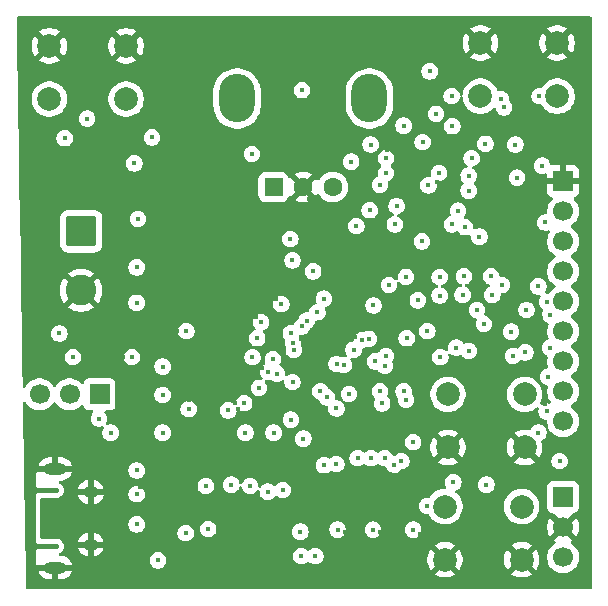
<source format=gbr>
%TF.GenerationSoftware,KiCad,Pcbnew,9.0.4*%
%TF.CreationDate,2025-09-30T19:15:50-07:00*%
%TF.ProjectId,LE_PSU_CAD,4c455f50-5355-45f4-9341-442e6b696361,rev?*%
%TF.SameCoordinates,Original*%
%TF.FileFunction,Copper,L2,Inr*%
%TF.FilePolarity,Positive*%
%FSLAX46Y46*%
G04 Gerber Fmt 4.6, Leading zero omitted, Abs format (unit mm)*
G04 Created by KiCad (PCBNEW 9.0.4) date 2025-09-30 19:15:50*
%MOMM*%
%LPD*%
G01*
G04 APERTURE LIST*
G04 Aperture macros list*
%AMRoundRect*
0 Rectangle with rounded corners*
0 $1 Rounding radius*
0 $2 $3 $4 $5 $6 $7 $8 $9 X,Y pos of 4 corners*
0 Add a 4 corners polygon primitive as box body*
4,1,4,$2,$3,$4,$5,$6,$7,$8,$9,$2,$3,0*
0 Add four circle primitives for the rounded corners*
1,1,$1+$1,$2,$3*
1,1,$1+$1,$4,$5*
1,1,$1+$1,$6,$7*
1,1,$1+$1,$8,$9*
0 Add four rect primitives between the rounded corners*
20,1,$1+$1,$2,$3,$4,$5,0*
20,1,$1+$1,$4,$5,$6,$7,0*
20,1,$1+$1,$6,$7,$8,$9,0*
20,1,$1+$1,$8,$9,$2,$3,0*%
G04 Aperture macros list end*
%TA.AperFunction,ComponentPad*%
%ADD10C,1.700000*%
%TD*%
%TA.AperFunction,ComponentPad*%
%ADD11R,1.700000X1.700000*%
%TD*%
%TA.AperFunction,ComponentPad*%
%ADD12C,2.000000*%
%TD*%
%TA.AperFunction,ComponentPad*%
%ADD13RoundRect,0.250000X-1.050000X1.050000X-1.050000X-1.050000X1.050000X-1.050000X1.050000X1.050000X0*%
%TD*%
%TA.AperFunction,ComponentPad*%
%ADD14C,2.600000*%
%TD*%
%TA.AperFunction,HeatsinkPad*%
%ADD15O,1.900000X1.000000*%
%TD*%
%TA.AperFunction,HeatsinkPad*%
%ADD16O,1.250000X1.050000*%
%TD*%
%TA.AperFunction,ComponentPad*%
%ADD17RoundRect,0.250000X0.550000X-0.550000X0.550000X0.550000X-0.550000X0.550000X-0.550000X-0.550000X0*%
%TD*%
%TA.AperFunction,ComponentPad*%
%ADD18C,1.600000*%
%TD*%
%TA.AperFunction,ComponentPad*%
%ADD19O,3.000000X4.100000*%
%TD*%
%TA.AperFunction,ViaPad*%
%ADD20C,0.400000*%
%TD*%
G04 APERTURE END LIST*
D10*
%TO.N,/SCK*%
%TO.C,J3*%
X219500000Y-109030000D03*
D11*
%TO.N,GND*%
X219500000Y-88710000D03*
D10*
%TO.N,Vin*%
X219500000Y-91250000D03*
%TO.N,+3V3_Digital*%
X219500000Y-93790000D03*
%TO.N,/MCLK*%
X219500000Y-96330000D03*
%TO.N,/{slash}IRQ*%
X219500000Y-98870000D03*
%TO.N,/SDO*%
X219500000Y-101410000D03*
%TO.N,/SDI*%
X219500000Y-103950000D03*
%TO.N,/{slash}CS*%
X219500000Y-106490000D03*
%TD*%
D12*
%TO.N,GND*%
%TO.C,SW1*%
X176000000Y-77250000D03*
X182500000Y-77250000D03*
%TO.N,Net-(R16-Pad1)*%
X176000000Y-81750000D03*
X182500000Y-81750000D03*
%TD*%
D13*
%TO.N,/BATT*%
%TO.C,UB1*%
X178700000Y-92950000D03*
D14*
%TO.N,GND*%
X178700000Y-97950000D03*
%TD*%
D15*
%TO.N,GND*%
%TO.C,J1*%
X176500000Y-113075000D03*
D16*
X179500000Y-115025000D03*
X179500000Y-119475000D03*
D15*
X176500000Y-121425000D03*
%TD*%
D12*
%TO.N,GND*%
%TO.C,SW4*%
X216000000Y-120750000D03*
X209500000Y-120750000D03*
%TO.N,Net-(R24-Pad2)*%
X216000000Y-116250000D03*
X209500000Y-116250000D03*
%TD*%
%TO.N,GND*%
%TO.C,SW2*%
X212500000Y-77000000D03*
X219000000Y-77000000D03*
%TO.N,Net-(R19-Pad1)*%
X212500000Y-81500000D03*
X219000000Y-81500000D03*
%TD*%
D17*
%TO.N,Net-(R14-Pad1)*%
%TO.C,ENC1*%
X195000000Y-89200000D03*
D18*
%TO.N,Net-(R27-Pad1)*%
X200000000Y-89200000D03*
%TO.N,GND*%
X197500000Y-89200000D03*
D19*
%TO.N,N/C*%
X191900000Y-81700000D03*
X203100000Y-81700000D03*
%TD*%
D11*
%TO.N,SW_CLK*%
%TO.C,J2*%
X219500000Y-115460000D03*
D10*
%TO.N,GND*%
X219500000Y-118000000D03*
%TO.N,SWD*%
X219500000Y-120540000D03*
%TD*%
D11*
%TO.N,USB_PWR*%
%TO.C,BATT_USB_JMP1*%
X180250000Y-106750000D03*
D10*
%TO.N,Vin*%
X177710000Y-106750000D03*
%TO.N,/BATT*%
X175170000Y-106750000D03*
%TD*%
D12*
%TO.N,GND*%
%TO.C,SW3*%
X216250000Y-111250000D03*
X209750000Y-111250000D03*
%TO.N,Net-(R23-Pad2)*%
X216250000Y-106750000D03*
X209750000Y-106750000D03*
%TD*%
D20*
%TO.N,GND*%
X217660876Y-100260876D03*
%TO.N,+3V3_Digital*%
X214500000Y-82450000D03*
%TO.N,GND*%
X208800000Y-88800000D03*
X192000000Y-108000000D03*
X198600000Y-103000000D03*
%TO.N,+3V3_Digital*%
X208000000Y-101400000D03*
X206200000Y-107200000D03*
%TO.N,Net-(U4-VREG_AVDD)*%
X200308204Y-107950602D03*
%TO.N,/FB*%
X198520000Y-120450000D03*
X197250000Y-118375000D03*
%TO.N,GND*%
X185490000Y-117750000D03*
X207400000Y-118600000D03*
X215300000Y-95100000D03*
X212950000Y-103300000D03*
X177300000Y-86940000D03*
X218500000Y-111050000D03*
X217500000Y-118000000D03*
X199400000Y-100800000D03*
X179800000Y-120600000D03*
X183160231Y-111660207D03*
X205750000Y-89350000D03*
X186800000Y-101400000D03*
X204000000Y-118400000D03*
X191754031Y-107508063D03*
X185490000Y-113750000D03*
X185500000Y-94700000D03*
X189500000Y-115936551D03*
X190000000Y-90900000D03*
X211850000Y-97450000D03*
X204550000Y-86100000D03*
X200800000Y-102000000D03*
X197660589Y-95660589D03*
X194000000Y-104550000D03*
X210650000Y-88450000D03*
X198000000Y-90250000D03*
X204126288Y-98549904D03*
X184200000Y-91400000D03*
X212800000Y-120600000D03*
X207750000Y-97650000D03*
X185490000Y-115800000D03*
X195184835Y-98660069D03*
X197800000Y-85200000D03*
X198800000Y-101400000D03*
X217954204Y-107554204D03*
X211350000Y-100200000D03*
X176425000Y-85475000D03*
X197000000Y-121500000D03*
X199489266Y-102019558D03*
X208500000Y-81500000D03*
X191200000Y-105000000D03*
X208789914Y-92789914D03*
X180000000Y-99500000D03*
X212550000Y-92075000D03*
X195430000Y-117335000D03*
X176473351Y-111822480D03*
X201450000Y-95350000D03*
X186400000Y-99200000D03*
X177200000Y-103600000D03*
X214500000Y-104000000D03*
X219250000Y-88250000D03*
X187800000Y-107200000D03*
X197350000Y-102050000D03*
X194050000Y-95250000D03*
X217300000Y-96300000D03*
X186800000Y-93400000D03*
X215750000Y-77250000D03*
X193864427Y-115952429D03*
X179250000Y-77500000D03*
X197500000Y-117335000D03*
X216200000Y-102200000D03*
X187600000Y-87700000D03*
X182200000Y-103600000D03*
X200000000Y-115200000D03*
X179200000Y-113400000D03*
X207000000Y-114040000D03*
X211301208Y-80179267D03*
X204500000Y-91000000D03*
X202000000Y-107500000D03*
X182400000Y-117500000D03*
X206000000Y-103500000D03*
X207500000Y-106500000D03*
X183650000Y-114600000D03*
X201000000Y-118400000D03*
X199688854Y-103445700D03*
X208105000Y-103215000D03*
X201879000Y-101911289D03*
X195000000Y-107500000D03*
X202000000Y-94000000D03*
X177750000Y-96250000D03*
X196500000Y-117335000D03*
X193700000Y-108750000D03*
X207000000Y-115152979D03*
X193482287Y-100183795D03*
X183300000Y-80300000D03*
X195200000Y-119600000D03*
X213900000Y-111000000D03*
X212700000Y-97450000D03*
X195096472Y-96018224D03*
X199000000Y-93500000D03*
%TO.N,Vin*%
X217725000Y-87400000D03*
X195750000Y-114850000D03*
%TO.N,+3V3_Digital*%
X211500000Y-103075000D03*
X206000000Y-106500000D03*
X208100000Y-89050000D03*
X209000000Y-88000000D03*
X194500000Y-115000000D03*
X193150000Y-86400000D03*
X195000000Y-110000000D03*
X212925000Y-85540000D03*
X183400000Y-99000000D03*
X198954214Y-106487975D03*
X183000000Y-103600000D03*
X204000000Y-89000000D03*
X206800000Y-110800000D03*
X211200000Y-92600000D03*
X197335000Y-120450000D03*
X199500000Y-107000000D03*
X199250000Y-112750000D03*
X217400000Y-97600000D03*
X189250000Y-114500000D03*
X215450000Y-85600000D03*
X193750000Y-106200000D03*
X193600000Y-102000000D03*
X196450000Y-108900000D03*
X213500000Y-98325000D03*
X183200000Y-87200000D03*
X210600000Y-91200000D03*
X183400000Y-96000000D03*
X218000000Y-92200000D03*
X212400000Y-93400000D03*
X215250000Y-103500000D03*
X193000000Y-114500000D03*
X191400000Y-114400000D03*
X205400000Y-90800000D03*
X206250000Y-102000000D03*
X201368258Y-106712585D03*
X202000000Y-92500000D03*
X215600000Y-88400000D03*
X178000000Y-103600000D03*
X203200000Y-85600000D03*
X201550000Y-87050000D03*
X206000000Y-84000000D03*
X198339411Y-96339411D03*
X185600000Y-104400000D03*
X189450000Y-118150000D03*
X185600000Y-106800000D03*
X210120000Y-84050000D03*
X185600000Y-110000000D03*
X211000000Y-98325000D03*
X193934835Y-100636343D03*
X179200000Y-83400000D03*
X192600000Y-110000000D03*
X209050000Y-98387500D03*
X207600000Y-85400000D03*
%TO.N,/QSPI_SD1*%
X204500000Y-86750000D03*
X204400000Y-104324101D03*
%TO.N,/QSPI_SD3*%
X201760906Y-102973533D03*
X211750000Y-86750000D03*
%TO.N,/QSPI_SCLK*%
X202458852Y-102150000D03*
X211500000Y-88250000D03*
%TO.N,/QSPI_SD0*%
X203050000Y-102050000D03*
X211500000Y-89500000D03*
%TO.N,/QSPI_SD2*%
X204500000Y-88000000D03*
X203587730Y-103957278D03*
%TO.N,/BTN1*%
X199250000Y-98650000D03*
X183500000Y-91900000D03*
X177300000Y-85065000D03*
%TO.N,/BTN0*%
X210064682Y-81494737D03*
X208750000Y-83000000D03*
X198700000Y-99800000D03*
%TO.N,Net-(U4-VREG_AVDD)*%
X197500000Y-110500000D03*
%TO.N,+1V1*%
X203400000Y-118200000D03*
X176850000Y-101600000D03*
X213000000Y-114400000D03*
X210200000Y-114200000D03*
X195637383Y-99112617D03*
X185200000Y-120800000D03*
X204400000Y-112150000D03*
X219200000Y-112400000D03*
X207550000Y-93800000D03*
X192500000Y-107500000D03*
X206800000Y-118200000D03*
X200400000Y-118200000D03*
X206200000Y-96800000D03*
X203250000Y-112150000D03*
X200951618Y-104278438D03*
X181200000Y-110000000D03*
X207200000Y-98800000D03*
X205800000Y-112400000D03*
X216300000Y-103200000D03*
X187600000Y-101400000D03*
X209100000Y-103600000D03*
X184700000Y-85000000D03*
X212800000Y-100800000D03*
X191150000Y-108100000D03*
X200300000Y-112650000D03*
X196400000Y-93600000D03*
X197400000Y-81000000D03*
X196590244Y-105705649D03*
X187550000Y-118500000D03*
X208200000Y-79400000D03*
X212200000Y-99600000D03*
X203447466Y-99228726D03*
X187800000Y-108000000D03*
X196585876Y-95414124D03*
X216400000Y-99600000D03*
X202100000Y-112150000D03*
%TO.N,Net-(D1-K)*%
X210450000Y-102790000D03*
X214340000Y-97500000D03*
%TO.N,Net-(D2-K)*%
X213400000Y-96750000D03*
X215100000Y-101440000D03*
%TO.N,Net-(D3-K)*%
X210100000Y-92350000D03*
X211100000Y-96750000D03*
%TO.N,Net-(D4-K)*%
X205250000Y-92360000D03*
X209050000Y-96812500D03*
%TO.N,USB_PWR*%
X183390000Y-117750000D03*
X180200000Y-108800000D03*
%TO.N,/USB_D+*%
X183400000Y-113200000D03*
X204000000Y-106500000D03*
%TO.N,/USB_D-*%
X183400000Y-115200000D03*
X204182106Y-107525000D03*
%TO.N,SW_CLK*%
X197800000Y-100502233D03*
%TO.N,SWD*%
X197400000Y-101000000D03*
%TO.N,/MCLK*%
X218125000Y-98925000D03*
X196445390Y-101561355D03*
%TO.N,/{slash}CS*%
X195250000Y-105000000D03*
X218114197Y-108204886D03*
%TO.N,/SDO*%
X218400000Y-102800000D03*
X196700000Y-103000000D03*
%TO.N,/SDI*%
X218221373Y-105257713D03*
X194926397Y-103773603D03*
%TO.N,/{slash}IRQ*%
X196650000Y-102400000D03*
X218400000Y-100000000D03*
%TO.N,/SCK*%
X217400000Y-110000000D03*
X194550000Y-104850000D03*
%TO.N,Net-(R19-Pad1)*%
X214250000Y-81750000D03*
X217500000Y-81500000D03*
%TO.N,/QSPI_SS*%
X204500000Y-103500000D03*
X204750000Y-97500000D03*
%TO.N,Net-(R24-Pad2)*%
X193200000Y-103600000D03*
X208000000Y-116200000D03*
%TO.N,Net-(R27-Pad1)*%
X203119540Y-91160000D03*
%TO.N,Net-(U4-VREG_LX)*%
X200320325Y-104169605D03*
X205200000Y-112700000D03*
%TD*%
%TA.AperFunction,Conductor*%
%TO.N,GND*%
G36*
X221867765Y-74769685D02*
G01*
X221913520Y-74822489D01*
X221924726Y-74874000D01*
X221924726Y-123126000D01*
X221905041Y-123193039D01*
X221852237Y-123238794D01*
X221800726Y-123250000D01*
X174122097Y-123250000D01*
X174055058Y-123230315D01*
X174009303Y-123177511D01*
X173998112Y-123127917D01*
X173983790Y-122201748D01*
X173848610Y-113460116D01*
X174849500Y-113460116D01*
X174849500Y-114489883D01*
X174866867Y-114531811D01*
X174880024Y-114563574D01*
X174936426Y-114619976D01*
X175010118Y-114650500D01*
X176585118Y-114650500D01*
X176612789Y-114650500D01*
X176636971Y-114652881D01*
X176686724Y-114662777D01*
X176731418Y-114681291D01*
X176763236Y-114702551D01*
X176797448Y-114736763D01*
X176818708Y-114768581D01*
X176837223Y-114813280D01*
X176844688Y-114850809D01*
X176844688Y-114859144D01*
X176846578Y-114863948D01*
X176844688Y-114899192D01*
X176837223Y-114936720D01*
X176818708Y-114981418D01*
X176797448Y-115013236D01*
X176763236Y-115047448D01*
X176731418Y-115068708D01*
X176686719Y-115087223D01*
X176636979Y-115097117D01*
X176612789Y-115099500D01*
X175010116Y-115099500D01*
X174936425Y-115130024D01*
X174880024Y-115186425D01*
X174849500Y-115260116D01*
X174849500Y-115260118D01*
X174849500Y-119160118D01*
X174849500Y-119239882D01*
X174880024Y-119313574D01*
X174936426Y-119369976D01*
X175010118Y-119400500D01*
X176585118Y-119400500D01*
X176612789Y-119400500D01*
X176636971Y-119402881D01*
X176686724Y-119412777D01*
X176731418Y-119431291D01*
X176763236Y-119452551D01*
X176797448Y-119486763D01*
X176818708Y-119518581D01*
X176837223Y-119563280D01*
X176844688Y-119600809D01*
X176844688Y-119609144D01*
X176846578Y-119613948D01*
X176844688Y-119649192D01*
X176837223Y-119686720D01*
X176818708Y-119731418D01*
X176797448Y-119763236D01*
X176763236Y-119797448D01*
X176731418Y-119818708D01*
X176686719Y-119837223D01*
X176636979Y-119847117D01*
X176612789Y-119849500D01*
X175010116Y-119849500D01*
X174936425Y-119880024D01*
X174880024Y-119936425D01*
X174849500Y-120010116D01*
X174849500Y-121039883D01*
X174862296Y-121070775D01*
X174880024Y-121113574D01*
X174936426Y-121169976D01*
X175010118Y-121200500D01*
X175010120Y-121200500D01*
X175089880Y-121200500D01*
X175089882Y-121200500D01*
X175128657Y-121184438D01*
X175176109Y-121175000D01*
X175983012Y-121175000D01*
X175965795Y-121184940D01*
X175909940Y-121240795D01*
X175870444Y-121309204D01*
X175850000Y-121385504D01*
X175850000Y-121464496D01*
X175870444Y-121540796D01*
X175909940Y-121609205D01*
X175965795Y-121665060D01*
X175983012Y-121675000D01*
X175080138Y-121675000D01*
X175088430Y-121716690D01*
X175088430Y-121716692D01*
X175163807Y-121898671D01*
X175163814Y-121898684D01*
X175273248Y-122062462D01*
X175273251Y-122062466D01*
X175412533Y-122201748D01*
X175412537Y-122201751D01*
X175576315Y-122311185D01*
X175576328Y-122311192D01*
X175758306Y-122386569D01*
X175758318Y-122386572D01*
X175951504Y-122424999D01*
X175951508Y-122425000D01*
X176250000Y-122425000D01*
X176250000Y-121725000D01*
X176750000Y-121725000D01*
X176750000Y-122425000D01*
X177048492Y-122425000D01*
X177048495Y-122424999D01*
X177241681Y-122386572D01*
X177241693Y-122386569D01*
X177423671Y-122311192D01*
X177423684Y-122311185D01*
X177587462Y-122201751D01*
X177587466Y-122201748D01*
X177726748Y-122062466D01*
X177726751Y-122062462D01*
X177836185Y-121898684D01*
X177836188Y-121898677D01*
X177844777Y-121877945D01*
X177844778Y-121877942D01*
X177911569Y-121716692D01*
X177911569Y-121716690D01*
X177919862Y-121675000D01*
X177016988Y-121675000D01*
X177034205Y-121665060D01*
X177090060Y-121609205D01*
X177129556Y-121540796D01*
X177150000Y-121464496D01*
X177150000Y-121385504D01*
X177129556Y-121309204D01*
X177090060Y-121240795D01*
X177034205Y-121184940D01*
X177016988Y-121175000D01*
X177919862Y-121175000D01*
X177911569Y-121133309D01*
X177911569Y-121133307D01*
X177836192Y-120951328D01*
X177836185Y-120951315D01*
X177781180Y-120868995D01*
X184499499Y-120868995D01*
X184526418Y-121004322D01*
X184526421Y-121004332D01*
X184579221Y-121131804D01*
X184579228Y-121131817D01*
X184655885Y-121246541D01*
X184655888Y-121246545D01*
X184753454Y-121344111D01*
X184753458Y-121344114D01*
X184868182Y-121420771D01*
X184868195Y-121420778D01*
X184973741Y-121464496D01*
X184995672Y-121473580D01*
X184995676Y-121473580D01*
X184995677Y-121473581D01*
X185131004Y-121500500D01*
X185131007Y-121500500D01*
X185268995Y-121500500D01*
X185360041Y-121482389D01*
X185404328Y-121473580D01*
X185531811Y-121420775D01*
X185646542Y-121344114D01*
X185744114Y-121246542D01*
X185820775Y-121131811D01*
X185873580Y-121004328D01*
X185895020Y-120896542D01*
X185900500Y-120868995D01*
X185900500Y-120731004D01*
X185873581Y-120595677D01*
X185873580Y-120595676D01*
X185873580Y-120595672D01*
X185844112Y-120524530D01*
X185841819Y-120518995D01*
X196634499Y-120518995D01*
X196661418Y-120654322D01*
X196661421Y-120654332D01*
X196714221Y-120781804D01*
X196714228Y-120781817D01*
X196790885Y-120896541D01*
X196790888Y-120896545D01*
X196888454Y-120994111D01*
X196888458Y-120994114D01*
X197003182Y-121070771D01*
X197003195Y-121070778D01*
X197106515Y-121113574D01*
X197130672Y-121123580D01*
X197130676Y-121123580D01*
X197130677Y-121123581D01*
X197266004Y-121150500D01*
X197266007Y-121150500D01*
X197403995Y-121150500D01*
X197497983Y-121131804D01*
X197539328Y-121123580D01*
X197666811Y-121070775D01*
X197781542Y-120994114D01*
X197781545Y-120994111D01*
X197839819Y-120935838D01*
X197901142Y-120902353D01*
X197970834Y-120907337D01*
X198015181Y-120935838D01*
X198073454Y-120994111D01*
X198073458Y-120994114D01*
X198188182Y-121070771D01*
X198188195Y-121070778D01*
X198291515Y-121113574D01*
X198315672Y-121123580D01*
X198315676Y-121123580D01*
X198315677Y-121123581D01*
X198451004Y-121150500D01*
X198451007Y-121150500D01*
X198588995Y-121150500D01*
X198682983Y-121131804D01*
X198724328Y-121123580D01*
X198851811Y-121070775D01*
X198966542Y-120994114D01*
X199064114Y-120896542D01*
X199140775Y-120781811D01*
X199193580Y-120654328D01*
X199198032Y-120631947D01*
X208000000Y-120631947D01*
X208000000Y-120868052D01*
X208036934Y-121101247D01*
X208109897Y-121325802D01*
X208217087Y-121536174D01*
X208277338Y-121619104D01*
X208277340Y-121619105D01*
X208976212Y-120920233D01*
X208987482Y-120962292D01*
X209059890Y-121087708D01*
X209162292Y-121190110D01*
X209287708Y-121262518D01*
X209329765Y-121273787D01*
X208630893Y-121972658D01*
X208713828Y-122032914D01*
X208924197Y-122140102D01*
X209148752Y-122213065D01*
X209148751Y-122213065D01*
X209381948Y-122250000D01*
X209618052Y-122250000D01*
X209851247Y-122213065D01*
X210075802Y-122140102D01*
X210286163Y-122032918D01*
X210286169Y-122032914D01*
X210369104Y-121972658D01*
X210369105Y-121972658D01*
X209670233Y-121273787D01*
X209712292Y-121262518D01*
X209837708Y-121190110D01*
X209940110Y-121087708D01*
X210012518Y-120962292D01*
X210023787Y-120920233D01*
X210722658Y-121619105D01*
X210722658Y-121619104D01*
X210782914Y-121536169D01*
X210782918Y-121536163D01*
X210890102Y-121325802D01*
X210963065Y-121101247D01*
X211000000Y-120868052D01*
X211000000Y-120631947D01*
X214500000Y-120631947D01*
X214500000Y-120868052D01*
X214536934Y-121101247D01*
X214609897Y-121325802D01*
X214717087Y-121536174D01*
X214777338Y-121619104D01*
X214777340Y-121619105D01*
X215476212Y-120920233D01*
X215487482Y-120962292D01*
X215559890Y-121087708D01*
X215662292Y-121190110D01*
X215787708Y-121262518D01*
X215829765Y-121273787D01*
X215130893Y-121972658D01*
X215213828Y-122032914D01*
X215424197Y-122140102D01*
X215648752Y-122213065D01*
X215648751Y-122213065D01*
X215881948Y-122250000D01*
X216118052Y-122250000D01*
X216351247Y-122213065D01*
X216575802Y-122140102D01*
X216786163Y-122032918D01*
X216786169Y-122032914D01*
X216869104Y-121972658D01*
X216869105Y-121972658D01*
X216170233Y-121273787D01*
X216212292Y-121262518D01*
X216337708Y-121190110D01*
X216440110Y-121087708D01*
X216512518Y-120962292D01*
X216523787Y-120920233D01*
X217222658Y-121619105D01*
X217222658Y-121619104D01*
X217282914Y-121536169D01*
X217282918Y-121536163D01*
X217390102Y-121325802D01*
X217463065Y-121101247D01*
X217500000Y-120868052D01*
X217500000Y-120631946D01*
X217470904Y-120448238D01*
X217463065Y-120398751D01*
X217390102Y-120174197D01*
X217282914Y-119963828D01*
X217222658Y-119880894D01*
X217222658Y-119880893D01*
X216523787Y-120579765D01*
X216512518Y-120537708D01*
X216440110Y-120412292D01*
X216337708Y-120309890D01*
X216212292Y-120237482D01*
X216170234Y-120226212D01*
X216869105Y-119527340D01*
X216869104Y-119527338D01*
X216786174Y-119467087D01*
X216575802Y-119359897D01*
X216351247Y-119286934D01*
X216351248Y-119286934D01*
X216118052Y-119250000D01*
X215881948Y-119250000D01*
X215648752Y-119286934D01*
X215424197Y-119359897D01*
X215213830Y-119467084D01*
X215130894Y-119527340D01*
X215829766Y-120226212D01*
X215787708Y-120237482D01*
X215662292Y-120309890D01*
X215559890Y-120412292D01*
X215487482Y-120537708D01*
X215476212Y-120579766D01*
X214777340Y-119880894D01*
X214717084Y-119963830D01*
X214609897Y-120174197D01*
X214536934Y-120398752D01*
X214500000Y-120631947D01*
X211000000Y-120631947D01*
X210963065Y-120398752D01*
X210890102Y-120174197D01*
X210782914Y-119963828D01*
X210722658Y-119880894D01*
X210722658Y-119880893D01*
X210023787Y-120579765D01*
X210012518Y-120537708D01*
X209940110Y-120412292D01*
X209837708Y-120309890D01*
X209712292Y-120237482D01*
X209670234Y-120226212D01*
X210369105Y-119527340D01*
X210369104Y-119527339D01*
X210286174Y-119467087D01*
X210075802Y-119359897D01*
X209851247Y-119286934D01*
X209851248Y-119286934D01*
X209618052Y-119250000D01*
X209381948Y-119250000D01*
X209148752Y-119286934D01*
X208924197Y-119359897D01*
X208713830Y-119467084D01*
X208630894Y-119527340D01*
X209329766Y-120226212D01*
X209287708Y-120237482D01*
X209162292Y-120309890D01*
X209059890Y-120412292D01*
X208987482Y-120537708D01*
X208976212Y-120579765D01*
X208277340Y-119880894D01*
X208217084Y-119963830D01*
X208109897Y-120174197D01*
X208036934Y-120398752D01*
X208000000Y-120631947D01*
X199198032Y-120631947D01*
X199199657Y-120623776D01*
X199203814Y-120602882D01*
X199203814Y-120602880D01*
X199216777Y-120537708D01*
X199220500Y-120518993D01*
X199220500Y-120381007D01*
X199220500Y-120381004D01*
X199193581Y-120245677D01*
X199193580Y-120245676D01*
X199193580Y-120245672D01*
X199182862Y-120219797D01*
X199140778Y-120118195D01*
X199140771Y-120118182D01*
X199064114Y-120003458D01*
X199064111Y-120003454D01*
X198966545Y-119905888D01*
X198966541Y-119905885D01*
X198851817Y-119829228D01*
X198851804Y-119829221D01*
X198724332Y-119776421D01*
X198724322Y-119776418D01*
X198588995Y-119749500D01*
X198588993Y-119749500D01*
X198451007Y-119749500D01*
X198451005Y-119749500D01*
X198315677Y-119776418D01*
X198315667Y-119776421D01*
X198188195Y-119829221D01*
X198188182Y-119829228D01*
X198073458Y-119905885D01*
X198073454Y-119905888D01*
X198015181Y-119964162D01*
X197953858Y-119997647D01*
X197884166Y-119992663D01*
X197839819Y-119964162D01*
X197781545Y-119905888D01*
X197781541Y-119905885D01*
X197666817Y-119829228D01*
X197666804Y-119829221D01*
X197539332Y-119776421D01*
X197539322Y-119776418D01*
X197403995Y-119749500D01*
X197403993Y-119749500D01*
X197266007Y-119749500D01*
X197266005Y-119749500D01*
X197130677Y-119776418D01*
X197130667Y-119776421D01*
X197003195Y-119829221D01*
X197003182Y-119829228D01*
X196888458Y-119905885D01*
X196888454Y-119905888D01*
X196790888Y-120003454D01*
X196790885Y-120003458D01*
X196714228Y-120118182D01*
X196714221Y-120118195D01*
X196661421Y-120245667D01*
X196661418Y-120245677D01*
X196634500Y-120381004D01*
X196634500Y-120381007D01*
X196634500Y-120518993D01*
X196634500Y-120518995D01*
X196634499Y-120518995D01*
X185841819Y-120518995D01*
X185820778Y-120468195D01*
X185820770Y-120468180D01*
X185804484Y-120443807D01*
X185804483Y-120443806D01*
X185744114Y-120353458D01*
X185744111Y-120353454D01*
X185646545Y-120255888D01*
X185646541Y-120255885D01*
X185531817Y-120179228D01*
X185531804Y-120179221D01*
X185404332Y-120126421D01*
X185404322Y-120126418D01*
X185268995Y-120099500D01*
X185268993Y-120099500D01*
X185131007Y-120099500D01*
X185131005Y-120099500D01*
X184995677Y-120126418D01*
X184995667Y-120126421D01*
X184868195Y-120179221D01*
X184868182Y-120179228D01*
X184753458Y-120255885D01*
X184753454Y-120255888D01*
X184655888Y-120353454D01*
X184655885Y-120353458D01*
X184579228Y-120468182D01*
X184579221Y-120468195D01*
X184526421Y-120595667D01*
X184526418Y-120595677D01*
X184499500Y-120731004D01*
X184499500Y-120731007D01*
X184499500Y-120868993D01*
X184499500Y-120868995D01*
X184499499Y-120868995D01*
X177781180Y-120868995D01*
X177730940Y-120793806D01*
X177730939Y-120793805D01*
X177726749Y-120787534D01*
X177587466Y-120648251D01*
X177587462Y-120648248D01*
X177423684Y-120538814D01*
X177423671Y-120538807D01*
X177241693Y-120463430D01*
X177241681Y-120463427D01*
X177048495Y-120425000D01*
X176949776Y-120425000D01*
X176882737Y-120405315D01*
X176836982Y-120352511D01*
X176827038Y-120283353D01*
X176856063Y-120219797D01*
X176892148Y-120191204D01*
X176982934Y-120143557D01*
X177096632Y-120042830D01*
X177182921Y-119917819D01*
X177236785Y-119775791D01*
X177255094Y-119625000D01*
X177236785Y-119474209D01*
X177182921Y-119332181D01*
X177182174Y-119331100D01*
X177180565Y-119328767D01*
X177108939Y-119225000D01*
X178404647Y-119225000D01*
X179190382Y-119225000D01*
X179139936Y-119275446D01*
X179097149Y-119349555D01*
X179075000Y-119432213D01*
X179075000Y-119517787D01*
X179097149Y-119600445D01*
X179139936Y-119674554D01*
X179190382Y-119725000D01*
X178404647Y-119725000D01*
X178414387Y-119773974D01*
X178414390Y-119773983D01*
X178491652Y-119960513D01*
X178491659Y-119960526D01*
X178603829Y-120128399D01*
X178603832Y-120128403D01*
X178746596Y-120271167D01*
X178746600Y-120271170D01*
X178914473Y-120383340D01*
X178914486Y-120383347D01*
X179101016Y-120460609D01*
X179101025Y-120460612D01*
X179250000Y-120490244D01*
X179250000Y-119763674D01*
X179274555Y-119777851D01*
X179357213Y-119800000D01*
X179642787Y-119800000D01*
X179725445Y-119777851D01*
X179750000Y-119763674D01*
X179750000Y-120490243D01*
X179898974Y-120460612D01*
X179898983Y-120460609D01*
X180085513Y-120383347D01*
X180085526Y-120383340D01*
X180253399Y-120271170D01*
X180253403Y-120271167D01*
X180396167Y-120128403D01*
X180396170Y-120128399D01*
X180508340Y-119960526D01*
X180508347Y-119960513D01*
X180585609Y-119773983D01*
X180585612Y-119773974D01*
X180595353Y-119725000D01*
X179809618Y-119725000D01*
X179860064Y-119674554D01*
X179902851Y-119600445D01*
X179925000Y-119517787D01*
X179925000Y-119432213D01*
X179902851Y-119349555D01*
X179860064Y-119275446D01*
X179809618Y-119225000D01*
X180595353Y-119225000D01*
X180585612Y-119176025D01*
X180585609Y-119176016D01*
X180508347Y-118989486D01*
X180508340Y-118989473D01*
X180396170Y-118821600D01*
X180396167Y-118821596D01*
X180253403Y-118678832D01*
X180253399Y-118678829D01*
X180089022Y-118568995D01*
X186849499Y-118568995D01*
X186876418Y-118704322D01*
X186876421Y-118704332D01*
X186929221Y-118831804D01*
X186929228Y-118831817D01*
X187005885Y-118946541D01*
X187005888Y-118946545D01*
X187103454Y-119044111D01*
X187103458Y-119044114D01*
X187218182Y-119120771D01*
X187218195Y-119120778D01*
X187342217Y-119172149D01*
X187345672Y-119173580D01*
X187345676Y-119173580D01*
X187345677Y-119173581D01*
X187481004Y-119200500D01*
X187481007Y-119200500D01*
X187618995Y-119200500D01*
X187742081Y-119176016D01*
X187754328Y-119173580D01*
X187881811Y-119120775D01*
X187996542Y-119044114D01*
X188094114Y-118946542D01*
X188170775Y-118831811D01*
X188223580Y-118704328D01*
X188245020Y-118596542D01*
X188250500Y-118568995D01*
X188250500Y-118431004D01*
X188223581Y-118295677D01*
X188223580Y-118295676D01*
X188223580Y-118295672D01*
X188212529Y-118268993D01*
X188191820Y-118218995D01*
X188749499Y-118218995D01*
X188776418Y-118354322D01*
X188776421Y-118354332D01*
X188829221Y-118481804D01*
X188829228Y-118481817D01*
X188905885Y-118596541D01*
X188905888Y-118596545D01*
X189003454Y-118694111D01*
X189003458Y-118694114D01*
X189118182Y-118770771D01*
X189118195Y-118770778D01*
X189238890Y-118820771D01*
X189245672Y-118823580D01*
X189245676Y-118823580D01*
X189245677Y-118823581D01*
X189381004Y-118850500D01*
X189381007Y-118850500D01*
X189518995Y-118850500D01*
X189612983Y-118831804D01*
X189654328Y-118823580D01*
X189781811Y-118770775D01*
X189896542Y-118694114D01*
X189994114Y-118596542D01*
X190070775Y-118481811D01*
X190086439Y-118443995D01*
X196549499Y-118443995D01*
X196576418Y-118579322D01*
X196576421Y-118579332D01*
X196629221Y-118706804D01*
X196629228Y-118706817D01*
X196705885Y-118821541D01*
X196705888Y-118821545D01*
X196803454Y-118919111D01*
X196803458Y-118919114D01*
X196918182Y-118995771D01*
X196918195Y-118995778D01*
X197034883Y-119044111D01*
X197045672Y-119048580D01*
X197045676Y-119048580D01*
X197045677Y-119048581D01*
X197181004Y-119075500D01*
X197181007Y-119075500D01*
X197318995Y-119075500D01*
X197410041Y-119057389D01*
X197454328Y-119048580D01*
X197581811Y-118995775D01*
X197696542Y-118919114D01*
X197794114Y-118821542D01*
X197870775Y-118706811D01*
X197871804Y-118704328D01*
X197895739Y-118646542D01*
X197923580Y-118579328D01*
X197935736Y-118518217D01*
X197950500Y-118443995D01*
X197950500Y-118306004D01*
X197943138Y-118268995D01*
X199699499Y-118268995D01*
X199726418Y-118404322D01*
X199726421Y-118404332D01*
X199779221Y-118531804D01*
X199779228Y-118531817D01*
X199855885Y-118646541D01*
X199855888Y-118646545D01*
X199953454Y-118744111D01*
X199953458Y-118744114D01*
X200068182Y-118820771D01*
X200068195Y-118820778D01*
X200195667Y-118873578D01*
X200195672Y-118873580D01*
X200195676Y-118873580D01*
X200195677Y-118873581D01*
X200331004Y-118900500D01*
X200331007Y-118900500D01*
X200468995Y-118900500D01*
X200560041Y-118882389D01*
X200604328Y-118873580D01*
X200729952Y-118821545D01*
X200731804Y-118820778D01*
X200731804Y-118820777D01*
X200731811Y-118820775D01*
X200846542Y-118744114D01*
X200944114Y-118646542D01*
X201020775Y-118531811D01*
X201073580Y-118404328D01*
X201083680Y-118353554D01*
X201100500Y-118268995D01*
X202699499Y-118268995D01*
X202726418Y-118404322D01*
X202726421Y-118404332D01*
X202779221Y-118531804D01*
X202779228Y-118531817D01*
X202855885Y-118646541D01*
X202855888Y-118646545D01*
X202953454Y-118744111D01*
X202953458Y-118744114D01*
X203068182Y-118820771D01*
X203068195Y-118820778D01*
X203195667Y-118873578D01*
X203195672Y-118873580D01*
X203195676Y-118873580D01*
X203195677Y-118873581D01*
X203331004Y-118900500D01*
X203331007Y-118900500D01*
X203468995Y-118900500D01*
X203560041Y-118882389D01*
X203604328Y-118873580D01*
X203729952Y-118821545D01*
X203731804Y-118820778D01*
X203731804Y-118820777D01*
X203731811Y-118820775D01*
X203846542Y-118744114D01*
X203944114Y-118646542D01*
X204020775Y-118531811D01*
X204073580Y-118404328D01*
X204083680Y-118353554D01*
X204100500Y-118268995D01*
X206099499Y-118268995D01*
X206126418Y-118404322D01*
X206126421Y-118404332D01*
X206179221Y-118531804D01*
X206179228Y-118531817D01*
X206255885Y-118646541D01*
X206255888Y-118646545D01*
X206353454Y-118744111D01*
X206353458Y-118744114D01*
X206468182Y-118820771D01*
X206468195Y-118820778D01*
X206595667Y-118873578D01*
X206595672Y-118873580D01*
X206595676Y-118873580D01*
X206595677Y-118873581D01*
X206731004Y-118900500D01*
X206731007Y-118900500D01*
X206868995Y-118900500D01*
X206960041Y-118882389D01*
X207004328Y-118873580D01*
X207129952Y-118821545D01*
X207131804Y-118820778D01*
X207131804Y-118820777D01*
X207131811Y-118820775D01*
X207246542Y-118744114D01*
X207344114Y-118646542D01*
X207420775Y-118531811D01*
X207473580Y-118404328D01*
X207483680Y-118353554D01*
X207500500Y-118268995D01*
X207500500Y-118131004D01*
X207473581Y-117995677D01*
X207473580Y-117995676D01*
X207473580Y-117995672D01*
X207431364Y-117893753D01*
X207420778Y-117868194D01*
X207420771Y-117868182D01*
X207344114Y-117753458D01*
X207344111Y-117753454D01*
X207246545Y-117655888D01*
X207246541Y-117655885D01*
X207131817Y-117579228D01*
X207131804Y-117579221D01*
X207004332Y-117526421D01*
X207004322Y-117526418D01*
X206868995Y-117499500D01*
X206868993Y-117499500D01*
X206731007Y-117499500D01*
X206731005Y-117499500D01*
X206595677Y-117526418D01*
X206595667Y-117526421D01*
X206468195Y-117579221D01*
X206468182Y-117579228D01*
X206353458Y-117655885D01*
X206353454Y-117655888D01*
X206255888Y-117753454D01*
X206255885Y-117753458D01*
X206179228Y-117868182D01*
X206179221Y-117868195D01*
X206126421Y-117995667D01*
X206126418Y-117995677D01*
X206099500Y-118131004D01*
X206099500Y-118131007D01*
X206099500Y-118268993D01*
X206099500Y-118268995D01*
X206099499Y-118268995D01*
X204100500Y-118268995D01*
X204100500Y-118131004D01*
X204073581Y-117995677D01*
X204073580Y-117995676D01*
X204073580Y-117995672D01*
X204057100Y-117955885D01*
X204020778Y-117868195D01*
X204020771Y-117868182D01*
X203944114Y-117753458D01*
X203944111Y-117753454D01*
X203846545Y-117655888D01*
X203846541Y-117655885D01*
X203731817Y-117579228D01*
X203731804Y-117579221D01*
X203604332Y-117526421D01*
X203604322Y-117526418D01*
X203468995Y-117499500D01*
X203468993Y-117499500D01*
X203331007Y-117499500D01*
X203331005Y-117499500D01*
X203195677Y-117526418D01*
X203195667Y-117526421D01*
X203068195Y-117579221D01*
X203068182Y-117579228D01*
X202953458Y-117655885D01*
X202953454Y-117655888D01*
X202855888Y-117753454D01*
X202855885Y-117753458D01*
X202779228Y-117868182D01*
X202779221Y-117868195D01*
X202726421Y-117995667D01*
X202726418Y-117995677D01*
X202699500Y-118131004D01*
X202699500Y-118131007D01*
X202699500Y-118268993D01*
X202699500Y-118268995D01*
X202699499Y-118268995D01*
X201100500Y-118268995D01*
X201100500Y-118131004D01*
X201073581Y-117995677D01*
X201073580Y-117995676D01*
X201073580Y-117995672D01*
X201057100Y-117955885D01*
X201020778Y-117868195D01*
X201020771Y-117868182D01*
X200944114Y-117753458D01*
X200944111Y-117753454D01*
X200846545Y-117655888D01*
X200846541Y-117655885D01*
X200731817Y-117579228D01*
X200731804Y-117579221D01*
X200604332Y-117526421D01*
X200604322Y-117526418D01*
X200468995Y-117499500D01*
X200468993Y-117499500D01*
X200331007Y-117499500D01*
X200331005Y-117499500D01*
X200195677Y-117526418D01*
X200195667Y-117526421D01*
X200068195Y-117579221D01*
X200068182Y-117579228D01*
X199953458Y-117655885D01*
X199953454Y-117655888D01*
X199855888Y-117753454D01*
X199855885Y-117753458D01*
X199779228Y-117868182D01*
X199779221Y-117868195D01*
X199726421Y-117995667D01*
X199726418Y-117995677D01*
X199699500Y-118131004D01*
X199699500Y-118131007D01*
X199699500Y-118268993D01*
X199699500Y-118268995D01*
X199699499Y-118268995D01*
X197943138Y-118268995D01*
X197923581Y-118170677D01*
X197923579Y-118170670D01*
X197922551Y-118168189D01*
X197886440Y-118081007D01*
X197870778Y-118043195D01*
X197870771Y-118043182D01*
X197794114Y-117928458D01*
X197794111Y-117928454D01*
X197696545Y-117830888D01*
X197696541Y-117830885D01*
X197581817Y-117754228D01*
X197581804Y-117754221D01*
X197454332Y-117701421D01*
X197454322Y-117701418D01*
X197318995Y-117674500D01*
X197318993Y-117674500D01*
X197181007Y-117674500D01*
X197181005Y-117674500D01*
X197045677Y-117701418D01*
X197045667Y-117701421D01*
X196918195Y-117754221D01*
X196918182Y-117754228D01*
X196803458Y-117830885D01*
X196803454Y-117830888D01*
X196705888Y-117928454D01*
X196705885Y-117928458D01*
X196629228Y-118043182D01*
X196629221Y-118043195D01*
X196576421Y-118170667D01*
X196576418Y-118170677D01*
X196549500Y-118306004D01*
X196549500Y-118306007D01*
X196549500Y-118443993D01*
X196549500Y-118443995D01*
X196549499Y-118443995D01*
X190086439Y-118443995D01*
X190123580Y-118354328D01*
X190133192Y-118306004D01*
X190139216Y-118275724D01*
X190139216Y-118275723D01*
X190150500Y-118218995D01*
X190150500Y-118081004D01*
X190123581Y-117945677D01*
X190123580Y-117945676D01*
X190123580Y-117945672D01*
X190119711Y-117936332D01*
X190070778Y-117818195D01*
X190070771Y-117818182D01*
X189994114Y-117703458D01*
X189994111Y-117703454D01*
X189896545Y-117605888D01*
X189896541Y-117605885D01*
X189781817Y-117529228D01*
X189781804Y-117529221D01*
X189654332Y-117476421D01*
X189654322Y-117476418D01*
X189518995Y-117449500D01*
X189518993Y-117449500D01*
X189381007Y-117449500D01*
X189381005Y-117449500D01*
X189245677Y-117476418D01*
X189245667Y-117476421D01*
X189118195Y-117529221D01*
X189118182Y-117529228D01*
X189003458Y-117605885D01*
X189003454Y-117605888D01*
X188905888Y-117703454D01*
X188905885Y-117703458D01*
X188829228Y-117818182D01*
X188829221Y-117818195D01*
X188776421Y-117945667D01*
X188776418Y-117945677D01*
X188749500Y-118081004D01*
X188749500Y-118081007D01*
X188749500Y-118218993D01*
X188749500Y-118218995D01*
X188749499Y-118218995D01*
X188191820Y-118218995D01*
X188170778Y-118168195D01*
X188170770Y-118168180D01*
X188154484Y-118143807D01*
X188154483Y-118143806D01*
X188094114Y-118053458D01*
X188094111Y-118053454D01*
X187996545Y-117955888D01*
X187996541Y-117955885D01*
X187881817Y-117879228D01*
X187881804Y-117879221D01*
X187754332Y-117826421D01*
X187754322Y-117826418D01*
X187618995Y-117799500D01*
X187618993Y-117799500D01*
X187481007Y-117799500D01*
X187481005Y-117799500D01*
X187345677Y-117826418D01*
X187345667Y-117826421D01*
X187218195Y-117879221D01*
X187218182Y-117879228D01*
X187103458Y-117955885D01*
X187103454Y-117955888D01*
X187005888Y-118053454D01*
X187005885Y-118053458D01*
X186929228Y-118168182D01*
X186929221Y-118168195D01*
X186876421Y-118295667D01*
X186876418Y-118295677D01*
X186849500Y-118431004D01*
X186849500Y-118431007D01*
X186849500Y-118568993D01*
X186849500Y-118568995D01*
X186849499Y-118568995D01*
X180089022Y-118568995D01*
X180085526Y-118566659D01*
X180085513Y-118566652D01*
X179898986Y-118489391D01*
X179898976Y-118489388D01*
X179750000Y-118459754D01*
X179750000Y-119186325D01*
X179725445Y-119172149D01*
X179642787Y-119150000D01*
X179357213Y-119150000D01*
X179274555Y-119172149D01*
X179250000Y-119186325D01*
X179250000Y-118459755D01*
X179249999Y-118459754D01*
X179101023Y-118489388D01*
X179101013Y-118489391D01*
X178914486Y-118566652D01*
X178914473Y-118566659D01*
X178746600Y-118678829D01*
X178746596Y-118678832D01*
X178603832Y-118821596D01*
X178603829Y-118821600D01*
X178491659Y-118989473D01*
X178491652Y-118989486D01*
X178414390Y-119176016D01*
X178414387Y-119176025D01*
X178404647Y-119225000D01*
X177108939Y-119225000D01*
X177096632Y-119207170D01*
X176982934Y-119106443D01*
X176848434Y-119035852D01*
X176848433Y-119035851D01*
X176848432Y-119035851D01*
X176700950Y-118999500D01*
X176700949Y-118999500D01*
X176664882Y-118999500D01*
X175374500Y-118999500D01*
X175307461Y-118979815D01*
X175261706Y-118927011D01*
X175250500Y-118875500D01*
X175250500Y-117818995D01*
X182689499Y-117818995D01*
X182716418Y-117954322D01*
X182716421Y-117954332D01*
X182769221Y-118081804D01*
X182769228Y-118081817D01*
X182845885Y-118196541D01*
X182845888Y-118196545D01*
X182943454Y-118294111D01*
X182943458Y-118294114D01*
X183058182Y-118370771D01*
X183058195Y-118370778D01*
X183185667Y-118423578D01*
X183185672Y-118423580D01*
X183185676Y-118423580D01*
X183185677Y-118423581D01*
X183321004Y-118450500D01*
X183321007Y-118450500D01*
X183458995Y-118450500D01*
X183557005Y-118431004D01*
X183594328Y-118423580D01*
X183721811Y-118370775D01*
X183836542Y-118294114D01*
X183934114Y-118196542D01*
X184010775Y-118081811D01*
X184063580Y-117954328D01*
X184075629Y-117893753D01*
X184090500Y-117818995D01*
X184090500Y-117681004D01*
X184063581Y-117545677D01*
X184063580Y-117545676D01*
X184063580Y-117545672D01*
X184056769Y-117529228D01*
X184010778Y-117418195D01*
X184010771Y-117418182D01*
X183934114Y-117303458D01*
X183934111Y-117303454D01*
X183836545Y-117205888D01*
X183836541Y-117205885D01*
X183721817Y-117129228D01*
X183721804Y-117129221D01*
X183594332Y-117076421D01*
X183594322Y-117076418D01*
X183458995Y-117049500D01*
X183458993Y-117049500D01*
X183321007Y-117049500D01*
X183321005Y-117049500D01*
X183185677Y-117076418D01*
X183185667Y-117076421D01*
X183058195Y-117129221D01*
X183058182Y-117129228D01*
X182943458Y-117205885D01*
X182943454Y-117205888D01*
X182845888Y-117303454D01*
X182845885Y-117303458D01*
X182769228Y-117418182D01*
X182769221Y-117418195D01*
X182716421Y-117545667D01*
X182716418Y-117545677D01*
X182689500Y-117681004D01*
X182689500Y-117681007D01*
X182689500Y-117818993D01*
X182689500Y-117818995D01*
X182689499Y-117818995D01*
X175250500Y-117818995D01*
X175250500Y-116268995D01*
X207299499Y-116268995D01*
X207326418Y-116404322D01*
X207326421Y-116404332D01*
X207379221Y-116531804D01*
X207379228Y-116531817D01*
X207455885Y-116646541D01*
X207455888Y-116646545D01*
X207553454Y-116744111D01*
X207553458Y-116744114D01*
X207668182Y-116820771D01*
X207668195Y-116820778D01*
X207795667Y-116873578D01*
X207795672Y-116873580D01*
X207795676Y-116873580D01*
X207795677Y-116873581D01*
X207931004Y-116900500D01*
X208071408Y-116900500D01*
X208138447Y-116920185D01*
X208181892Y-116968204D01*
X208216657Y-117036433D01*
X208355483Y-117227510D01*
X208522490Y-117394517D01*
X208713567Y-117533343D01*
X208812991Y-117584002D01*
X208924003Y-117640566D01*
X208924005Y-117640566D01*
X208924008Y-117640568D01*
X209028440Y-117674500D01*
X209148631Y-117713553D01*
X209381903Y-117750500D01*
X209381908Y-117750500D01*
X209618097Y-117750500D01*
X209851368Y-117713553D01*
X209888709Y-117701420D01*
X210075992Y-117640568D01*
X210286433Y-117533343D01*
X210477510Y-117394517D01*
X210644517Y-117227510D01*
X210783343Y-117036433D01*
X210890568Y-116825992D01*
X210963553Y-116601368D01*
X210974571Y-116531804D01*
X211000500Y-116368097D01*
X211000500Y-116131902D01*
X214499500Y-116131902D01*
X214499500Y-116368097D01*
X214536446Y-116601368D01*
X214609433Y-116825996D01*
X214681893Y-116968205D01*
X214716657Y-117036433D01*
X214855483Y-117227510D01*
X215022490Y-117394517D01*
X215213567Y-117533343D01*
X215312991Y-117584002D01*
X215424003Y-117640566D01*
X215424005Y-117640566D01*
X215424008Y-117640568D01*
X215528440Y-117674500D01*
X215648631Y-117713553D01*
X215881903Y-117750500D01*
X215881908Y-117750500D01*
X216118097Y-117750500D01*
X216351368Y-117713553D01*
X216388709Y-117701420D01*
X216575992Y-117640568D01*
X216786433Y-117533343D01*
X216977510Y-117394517D01*
X217144517Y-117227510D01*
X217283343Y-117036433D01*
X217390568Y-116825992D01*
X217463553Y-116601368D01*
X217474571Y-116531804D01*
X217500500Y-116368097D01*
X217500500Y-116131902D01*
X217463553Y-115898631D01*
X217391996Y-115678403D01*
X217390568Y-115674008D01*
X217390566Y-115674005D01*
X217390566Y-115674003D01*
X217331184Y-115557461D01*
X217283343Y-115463567D01*
X217144517Y-115272490D01*
X216977510Y-115105483D01*
X216786433Y-114966657D01*
X216742184Y-114944111D01*
X216575996Y-114859433D01*
X216351368Y-114786446D01*
X216118097Y-114749500D01*
X216118092Y-114749500D01*
X215881908Y-114749500D01*
X215881903Y-114749500D01*
X215648631Y-114786446D01*
X215424003Y-114859433D01*
X215213566Y-114966657D01*
X215106961Y-115044111D01*
X215022490Y-115105483D01*
X215022488Y-115105485D01*
X215022487Y-115105485D01*
X214855485Y-115272487D01*
X214855485Y-115272488D01*
X214855483Y-115272490D01*
X214838006Y-115296545D01*
X214716657Y-115463566D01*
X214609433Y-115674003D01*
X214536446Y-115898631D01*
X214499500Y-116131902D01*
X211000500Y-116131902D01*
X210963553Y-115898631D01*
X210891996Y-115678403D01*
X210890568Y-115674008D01*
X210890566Y-115674005D01*
X210890566Y-115674003D01*
X210831184Y-115557461D01*
X210783343Y-115463567D01*
X210644517Y-115272490D01*
X210477510Y-115105483D01*
X210465995Y-115097117D01*
X210426778Y-115068623D01*
X210384112Y-115013293D01*
X210378134Y-114943680D01*
X210410740Y-114881885D01*
X210452207Y-114853747D01*
X210531811Y-114820775D01*
X210646542Y-114744114D01*
X210744114Y-114646542D01*
X210820775Y-114531811D01*
X210846794Y-114468995D01*
X212299499Y-114468995D01*
X212326418Y-114604322D01*
X212326421Y-114604332D01*
X212379221Y-114731804D01*
X212379228Y-114731817D01*
X212455885Y-114846541D01*
X212455888Y-114846545D01*
X212553454Y-114944111D01*
X212553458Y-114944114D01*
X212668182Y-115020771D01*
X212668195Y-115020778D01*
X212783910Y-115068708D01*
X212795672Y-115073580D01*
X212795676Y-115073580D01*
X212795677Y-115073581D01*
X212931004Y-115100500D01*
X212931007Y-115100500D01*
X213068995Y-115100500D01*
X213177839Y-115078849D01*
X213204328Y-115073580D01*
X213331811Y-115020775D01*
X213446542Y-114944114D01*
X213544114Y-114846542D01*
X213620775Y-114731811D01*
X213627219Y-114716255D01*
X213632895Y-114702551D01*
X213673580Y-114604328D01*
X213681973Y-114562135D01*
X218149500Y-114562135D01*
X218149500Y-116357870D01*
X218149501Y-116357876D01*
X218155908Y-116417483D01*
X218206202Y-116552328D01*
X218206206Y-116552335D01*
X218292452Y-116667544D01*
X218292455Y-116667547D01*
X218407664Y-116753793D01*
X218407671Y-116753797D01*
X218452618Y-116770561D01*
X218542517Y-116804091D01*
X218602127Y-116810500D01*
X218612685Y-116810499D01*
X218679723Y-116830179D01*
X218700372Y-116846818D01*
X219370591Y-117517037D01*
X219307007Y-117534075D01*
X219192993Y-117599901D01*
X219099901Y-117692993D01*
X219034075Y-117807007D01*
X219017037Y-117870591D01*
X218384728Y-117238282D01*
X218384727Y-117238282D01*
X218345380Y-117292439D01*
X218248904Y-117481782D01*
X218183242Y-117683869D01*
X218183242Y-117683872D01*
X218150000Y-117893753D01*
X218150000Y-118106246D01*
X218183242Y-118316127D01*
X218183242Y-118316130D01*
X218248904Y-118518217D01*
X218345375Y-118707550D01*
X218384728Y-118761716D01*
X219017037Y-118129408D01*
X219034075Y-118192993D01*
X219099901Y-118307007D01*
X219192993Y-118400099D01*
X219307007Y-118465925D01*
X219370590Y-118482962D01*
X218738282Y-119115269D01*
X218738282Y-119115270D01*
X218792452Y-119154626D01*
X218792451Y-119154626D01*
X218801495Y-119159234D01*
X218852292Y-119207208D01*
X218869087Y-119275029D01*
X218846550Y-119341164D01*
X218801499Y-119380202D01*
X218792182Y-119384949D01*
X218620213Y-119509890D01*
X218469890Y-119660213D01*
X218344951Y-119832179D01*
X218248444Y-120021585D01*
X218182753Y-120223760D01*
X218155037Y-120398751D01*
X218149500Y-120433713D01*
X218149500Y-120646287D01*
X218182754Y-120856243D01*
X218242422Y-121039882D01*
X218248444Y-121058414D01*
X218344951Y-121247820D01*
X218469890Y-121419786D01*
X218620213Y-121570109D01*
X218792179Y-121695048D01*
X218792181Y-121695049D01*
X218792184Y-121695051D01*
X218981588Y-121791557D01*
X219183757Y-121857246D01*
X219393713Y-121890500D01*
X219393714Y-121890500D01*
X219606286Y-121890500D01*
X219606287Y-121890500D01*
X219816243Y-121857246D01*
X220018412Y-121791557D01*
X220207816Y-121695051D01*
X220249095Y-121665060D01*
X220379786Y-121570109D01*
X220379788Y-121570106D01*
X220379792Y-121570104D01*
X220530104Y-121419792D01*
X220530106Y-121419788D01*
X220530109Y-121419786D01*
X220655048Y-121247820D01*
X220655047Y-121247820D01*
X220655051Y-121247816D01*
X220751557Y-121058412D01*
X220817246Y-120856243D01*
X220850500Y-120646287D01*
X220850500Y-120433713D01*
X220817246Y-120223757D01*
X220751557Y-120021588D01*
X220655051Y-119832184D01*
X220655049Y-119832181D01*
X220655048Y-119832179D01*
X220530109Y-119660213D01*
X220379786Y-119509890D01*
X220207817Y-119384949D01*
X220198504Y-119380204D01*
X220147707Y-119332230D01*
X220130912Y-119264409D01*
X220153449Y-119198274D01*
X220198507Y-119159232D01*
X220207555Y-119154622D01*
X220261716Y-119115270D01*
X220261717Y-119115270D01*
X219629408Y-118482962D01*
X219692993Y-118465925D01*
X219807007Y-118400099D01*
X219900099Y-118307007D01*
X219965925Y-118192993D01*
X219982962Y-118129409D01*
X220615270Y-118761717D01*
X220615270Y-118761716D01*
X220654622Y-118707554D01*
X220751095Y-118518217D01*
X220816757Y-118316130D01*
X220816757Y-118316127D01*
X220850000Y-118106246D01*
X220850000Y-117893753D01*
X220816757Y-117683872D01*
X220816757Y-117683869D01*
X220751095Y-117481782D01*
X220654624Y-117292449D01*
X220615270Y-117238282D01*
X220615269Y-117238282D01*
X219982962Y-117870590D01*
X219965925Y-117807007D01*
X219900099Y-117692993D01*
X219807007Y-117599901D01*
X219692993Y-117534075D01*
X219629409Y-117517037D01*
X220299627Y-116846818D01*
X220360950Y-116813333D01*
X220387307Y-116810499D01*
X220397872Y-116810499D01*
X220457483Y-116804091D01*
X220592331Y-116753796D01*
X220707546Y-116667546D01*
X220793796Y-116552331D01*
X220844091Y-116417483D01*
X220850500Y-116357873D01*
X220850499Y-114562128D01*
X220844091Y-114502517D01*
X220839378Y-114489882D01*
X220793797Y-114367671D01*
X220793793Y-114367664D01*
X220707547Y-114252455D01*
X220707544Y-114252452D01*
X220592335Y-114166206D01*
X220592328Y-114166202D01*
X220457482Y-114115908D01*
X220457483Y-114115908D01*
X220397883Y-114109501D01*
X220397881Y-114109500D01*
X220397873Y-114109500D01*
X220397864Y-114109500D01*
X218602129Y-114109500D01*
X218602123Y-114109501D01*
X218542516Y-114115908D01*
X218407671Y-114166202D01*
X218407664Y-114166206D01*
X218292455Y-114252452D01*
X218292452Y-114252455D01*
X218206206Y-114367664D01*
X218206202Y-114367671D01*
X218155908Y-114502517D01*
X218151057Y-114547646D01*
X218149501Y-114562123D01*
X218149500Y-114562135D01*
X213681973Y-114562135D01*
X213690716Y-114518182D01*
X213700500Y-114468995D01*
X213700500Y-114331004D01*
X213673581Y-114195677D01*
X213673580Y-114195676D01*
X213673580Y-114195672D01*
X213670722Y-114188773D01*
X213620778Y-114068195D01*
X213620771Y-114068182D01*
X213544114Y-113953458D01*
X213544111Y-113953454D01*
X213446545Y-113855888D01*
X213446541Y-113855885D01*
X213331817Y-113779228D01*
X213331804Y-113779221D01*
X213204332Y-113726421D01*
X213204322Y-113726418D01*
X213068995Y-113699500D01*
X213068993Y-113699500D01*
X212931007Y-113699500D01*
X212931005Y-113699500D01*
X212795677Y-113726418D01*
X212795667Y-113726421D01*
X212668195Y-113779221D01*
X212668182Y-113779228D01*
X212553458Y-113855885D01*
X212553454Y-113855888D01*
X212455888Y-113953454D01*
X212455885Y-113953458D01*
X212379228Y-114068182D01*
X212379221Y-114068195D01*
X212326421Y-114195667D01*
X212326418Y-114195677D01*
X212299500Y-114331004D01*
X212299500Y-114331007D01*
X212299500Y-114468993D01*
X212299500Y-114468995D01*
X212299499Y-114468995D01*
X210846794Y-114468995D01*
X210873580Y-114404328D01*
X210883105Y-114356442D01*
X210894189Y-114300723D01*
X210894189Y-114300722D01*
X210900499Y-114268997D01*
X210900500Y-114268995D01*
X210900500Y-114131004D01*
X210873581Y-113995677D01*
X210873580Y-113995676D01*
X210873580Y-113995672D01*
X210857100Y-113955885D01*
X210820778Y-113868195D01*
X210820771Y-113868182D01*
X210744114Y-113753458D01*
X210744111Y-113753454D01*
X210646545Y-113655888D01*
X210646541Y-113655885D01*
X210531817Y-113579228D01*
X210531804Y-113579221D01*
X210404332Y-113526421D01*
X210404322Y-113526418D01*
X210268995Y-113499500D01*
X210268993Y-113499500D01*
X210131007Y-113499500D01*
X210131005Y-113499500D01*
X209995677Y-113526418D01*
X209995667Y-113526421D01*
X209868195Y-113579221D01*
X209868182Y-113579228D01*
X209753458Y-113655885D01*
X209753454Y-113655888D01*
X209655888Y-113753454D01*
X209655885Y-113753458D01*
X209579228Y-113868182D01*
X209579221Y-113868195D01*
X209526421Y-113995667D01*
X209526418Y-113995677D01*
X209499500Y-114131004D01*
X209499500Y-114131007D01*
X209499500Y-114268993D01*
X209499500Y-114268995D01*
X209499499Y-114268995D01*
X209526418Y-114404322D01*
X209526421Y-114404332D01*
X209579221Y-114531804D01*
X209579228Y-114531817D01*
X209595794Y-114556609D01*
X209616672Y-114623286D01*
X209598188Y-114690666D01*
X209546209Y-114737357D01*
X209492692Y-114749500D01*
X209381903Y-114749500D01*
X209148631Y-114786446D01*
X208924003Y-114859433D01*
X208713566Y-114966657D01*
X208606961Y-115044111D01*
X208522490Y-115105483D01*
X208522488Y-115105485D01*
X208522487Y-115105485D01*
X208355485Y-115272487D01*
X208355478Y-115272496D01*
X208221856Y-115456408D01*
X208166526Y-115499074D01*
X208097350Y-115505140D01*
X208068993Y-115499500D01*
X207931007Y-115499500D01*
X207931005Y-115499500D01*
X207795677Y-115526418D01*
X207795667Y-115526421D01*
X207668195Y-115579221D01*
X207668182Y-115579228D01*
X207553458Y-115655885D01*
X207553454Y-115655888D01*
X207455888Y-115753454D01*
X207455885Y-115753458D01*
X207379228Y-115868182D01*
X207379221Y-115868195D01*
X207326421Y-115995667D01*
X207326418Y-115995677D01*
X207299500Y-116131004D01*
X207299500Y-116131007D01*
X207299500Y-116268993D01*
X207299500Y-116268995D01*
X207299499Y-116268995D01*
X175250500Y-116268995D01*
X175250500Y-115624500D01*
X175270185Y-115557461D01*
X175322989Y-115511706D01*
X175374500Y-115500500D01*
X176700950Y-115500500D01*
X176750110Y-115488382D01*
X176848434Y-115464148D01*
X176982934Y-115393557D01*
X177096632Y-115292830D01*
X177182921Y-115167819D01*
X177236785Y-115025791D01*
X177255094Y-114875000D01*
X177249850Y-114831811D01*
X177248814Y-114823275D01*
X177242952Y-114775000D01*
X178404647Y-114775000D01*
X179190382Y-114775000D01*
X179139936Y-114825446D01*
X179097149Y-114899555D01*
X179075000Y-114982213D01*
X179075000Y-115067787D01*
X179097149Y-115150445D01*
X179139936Y-115224554D01*
X179190382Y-115275000D01*
X178404647Y-115275000D01*
X178414387Y-115323974D01*
X178414390Y-115323983D01*
X178491652Y-115510513D01*
X178491659Y-115510526D01*
X178603829Y-115678399D01*
X178603832Y-115678403D01*
X178746596Y-115821167D01*
X178746600Y-115821170D01*
X178914473Y-115933340D01*
X178914486Y-115933347D01*
X179101016Y-116010609D01*
X179101025Y-116010612D01*
X179250000Y-116040244D01*
X179250000Y-115313674D01*
X179274555Y-115327851D01*
X179357213Y-115350000D01*
X179642787Y-115350000D01*
X179725445Y-115327851D01*
X179750000Y-115313674D01*
X179750000Y-116040243D01*
X179898974Y-116010612D01*
X179898983Y-116010609D01*
X179899602Y-116010353D01*
X179899602Y-116010352D01*
X180085513Y-115933347D01*
X180085526Y-115933340D01*
X180253399Y-115821170D01*
X180253403Y-115821167D01*
X180396167Y-115678403D01*
X180396170Y-115678399D01*
X180508340Y-115510526D01*
X180508347Y-115510513D01*
X180585609Y-115323983D01*
X180585612Y-115323974D01*
X180595353Y-115275000D01*
X179809618Y-115275000D01*
X179815623Y-115268995D01*
X182699499Y-115268995D01*
X182726418Y-115404322D01*
X182726421Y-115404332D01*
X182779221Y-115531804D01*
X182779228Y-115531817D01*
X182855885Y-115646541D01*
X182855888Y-115646545D01*
X182953454Y-115744111D01*
X182953458Y-115744114D01*
X183068182Y-115820771D01*
X183068195Y-115820778D01*
X183182640Y-115868182D01*
X183195672Y-115873580D01*
X183195676Y-115873580D01*
X183195677Y-115873581D01*
X183331004Y-115900500D01*
X183331007Y-115900500D01*
X183468995Y-115900500D01*
X183560041Y-115882389D01*
X183604328Y-115873580D01*
X183702924Y-115832740D01*
X183731804Y-115820778D01*
X183731804Y-115820777D01*
X183731811Y-115820775D01*
X183846542Y-115744114D01*
X183944114Y-115646542D01*
X184020775Y-115531811D01*
X184073580Y-115404328D01*
X184084387Y-115350000D01*
X184100500Y-115268995D01*
X184100500Y-115131004D01*
X184073581Y-114995677D01*
X184073580Y-114995676D01*
X184073580Y-114995672D01*
X184053230Y-114946542D01*
X184020778Y-114868195D01*
X184020771Y-114868182D01*
X183944114Y-114753458D01*
X183944111Y-114753454D01*
X183846545Y-114655888D01*
X183846541Y-114655885D01*
X183731817Y-114579228D01*
X183731804Y-114579221D01*
X183707116Y-114568995D01*
X188549499Y-114568995D01*
X188576418Y-114704322D01*
X188576421Y-114704332D01*
X188629221Y-114831804D01*
X188629228Y-114831817D01*
X188705885Y-114946541D01*
X188705888Y-114946545D01*
X188803454Y-115044111D01*
X188803458Y-115044114D01*
X188918182Y-115120771D01*
X188918195Y-115120778D01*
X189045667Y-115173578D01*
X189045672Y-115173580D01*
X189045676Y-115173580D01*
X189045677Y-115173581D01*
X189181004Y-115200500D01*
X189181007Y-115200500D01*
X189318995Y-115200500D01*
X189413275Y-115181746D01*
X189454328Y-115173580D01*
X189581811Y-115120775D01*
X189696542Y-115044114D01*
X189794114Y-114946542D01*
X189870775Y-114831811D01*
X189873412Y-114825446D01*
X189910145Y-114736763D01*
X189923580Y-114704328D01*
X189935075Y-114646541D01*
X189950500Y-114568995D01*
X189950500Y-114468995D01*
X190699499Y-114468995D01*
X190726418Y-114604322D01*
X190726421Y-114604332D01*
X190779221Y-114731804D01*
X190779228Y-114731817D01*
X190855885Y-114846541D01*
X190855888Y-114846545D01*
X190953454Y-114944111D01*
X190953458Y-114944114D01*
X191068182Y-115020771D01*
X191068195Y-115020778D01*
X191183910Y-115068708D01*
X191195672Y-115073580D01*
X191195676Y-115073580D01*
X191195677Y-115073581D01*
X191331004Y-115100500D01*
X191331007Y-115100500D01*
X191468995Y-115100500D01*
X191577839Y-115078849D01*
X191604328Y-115073580D01*
X191731811Y-115020775D01*
X191846542Y-114944114D01*
X191944114Y-114846542D01*
X192020775Y-114731811D01*
X192073580Y-114604328D01*
X192073581Y-114604320D01*
X192074522Y-114602050D01*
X192118363Y-114547646D01*
X192184657Y-114525580D01*
X192252356Y-114542859D01*
X192299967Y-114593995D01*
X192310701Y-114625309D01*
X192326418Y-114704322D01*
X192326421Y-114704332D01*
X192379221Y-114831804D01*
X192379228Y-114831817D01*
X192455885Y-114946541D01*
X192455888Y-114946545D01*
X192553454Y-115044111D01*
X192553458Y-115044114D01*
X192668182Y-115120771D01*
X192668195Y-115120778D01*
X192795667Y-115173578D01*
X192795672Y-115173580D01*
X192795676Y-115173580D01*
X192795677Y-115173581D01*
X192931004Y-115200500D01*
X192931007Y-115200500D01*
X193068995Y-115200500D01*
X193163275Y-115181746D01*
X193204328Y-115173580D01*
X193331811Y-115120775D01*
X193446542Y-115044114D01*
X193544114Y-114946542D01*
X193572397Y-114904212D01*
X193626009Y-114859407D01*
X193695334Y-114850700D01*
X193758362Y-114880854D01*
X193795082Y-114940297D01*
X193799500Y-114973103D01*
X193799500Y-115068993D01*
X193799500Y-115068995D01*
X193799499Y-115068995D01*
X193826418Y-115204322D01*
X193826421Y-115204332D01*
X193879221Y-115331804D01*
X193879228Y-115331817D01*
X193955885Y-115446541D01*
X193955888Y-115446545D01*
X194053454Y-115544111D01*
X194053458Y-115544114D01*
X194168182Y-115620771D01*
X194168195Y-115620778D01*
X194295667Y-115673578D01*
X194295672Y-115673580D01*
X194295676Y-115673580D01*
X194295677Y-115673581D01*
X194431004Y-115700500D01*
X194431007Y-115700500D01*
X194568995Y-115700500D01*
X194680101Y-115678399D01*
X194704328Y-115673580D01*
X194831811Y-115620775D01*
X194946542Y-115544114D01*
X195044114Y-115446542D01*
X195085049Y-115385277D01*
X195138658Y-115340474D01*
X195207983Y-115331765D01*
X195271011Y-115361919D01*
X195275831Y-115366488D01*
X195303454Y-115394111D01*
X195303458Y-115394114D01*
X195418182Y-115470771D01*
X195418195Y-115470778D01*
X195545667Y-115523578D01*
X195545672Y-115523580D01*
X195545676Y-115523580D01*
X195545677Y-115523581D01*
X195681004Y-115550500D01*
X195681007Y-115550500D01*
X195818995Y-115550500D01*
X195940050Y-115526420D01*
X195954328Y-115523580D01*
X196081811Y-115470775D01*
X196196542Y-115394114D01*
X196294114Y-115296542D01*
X196370775Y-115181811D01*
X196423580Y-115054328D01*
X196432389Y-115010041D01*
X196450500Y-114918995D01*
X196450500Y-114781004D01*
X196423581Y-114645677D01*
X196423580Y-114645676D01*
X196423580Y-114645672D01*
X196421476Y-114640592D01*
X196370778Y-114518195D01*
X196370771Y-114518182D01*
X196294114Y-114403458D01*
X196294111Y-114403454D01*
X196196545Y-114305888D01*
X196196541Y-114305885D01*
X196081817Y-114229228D01*
X196081804Y-114229221D01*
X195954332Y-114176421D01*
X195954322Y-114176418D01*
X195818995Y-114149500D01*
X195818993Y-114149500D01*
X195681007Y-114149500D01*
X195681005Y-114149500D01*
X195545677Y-114176418D01*
X195545667Y-114176421D01*
X195418195Y-114229221D01*
X195418182Y-114229228D01*
X195303458Y-114305885D01*
X195303454Y-114305888D01*
X195205886Y-114403456D01*
X195164949Y-114464722D01*
X195111336Y-114509526D01*
X195042011Y-114518232D01*
X194978984Y-114488076D01*
X194974167Y-114483510D01*
X194946545Y-114455888D01*
X194946541Y-114455885D01*
X194831817Y-114379228D01*
X194831804Y-114379221D01*
X194704332Y-114326421D01*
X194704322Y-114326418D01*
X194568995Y-114299500D01*
X194568993Y-114299500D01*
X194431007Y-114299500D01*
X194431005Y-114299500D01*
X194295677Y-114326418D01*
X194295667Y-114326421D01*
X194168195Y-114379221D01*
X194168182Y-114379228D01*
X194053458Y-114455885D01*
X194053454Y-114455888D01*
X193955888Y-114553454D01*
X193955885Y-114553458D01*
X193927602Y-114595787D01*
X193873989Y-114640592D01*
X193804664Y-114649299D01*
X193741637Y-114619144D01*
X193704918Y-114559701D01*
X193700500Y-114526896D01*
X193700500Y-114431004D01*
X193673581Y-114295677D01*
X193673580Y-114295676D01*
X193673580Y-114295672D01*
X193673578Y-114295667D01*
X193620778Y-114168195D01*
X193620771Y-114168182D01*
X193544114Y-114053458D01*
X193544111Y-114053454D01*
X193446545Y-113955888D01*
X193446541Y-113955885D01*
X193331817Y-113879228D01*
X193331804Y-113879221D01*
X193204332Y-113826421D01*
X193204322Y-113826418D01*
X193068995Y-113799500D01*
X193068993Y-113799500D01*
X192931007Y-113799500D01*
X192931005Y-113799500D01*
X192795677Y-113826418D01*
X192795667Y-113826421D01*
X192668195Y-113879221D01*
X192668182Y-113879228D01*
X192553458Y-113955885D01*
X192553454Y-113955888D01*
X192455888Y-114053454D01*
X192455885Y-114053458D01*
X192379228Y-114168182D01*
X192379221Y-114168195D01*
X192325476Y-114297950D01*
X192281635Y-114352354D01*
X192215341Y-114374419D01*
X192147642Y-114357140D01*
X192100031Y-114306003D01*
X192089298Y-114274689D01*
X192081100Y-114233480D01*
X192073580Y-114195672D01*
X192070722Y-114188773D01*
X192020778Y-114068195D01*
X192020771Y-114068182D01*
X191944114Y-113953458D01*
X191944111Y-113953454D01*
X191846545Y-113855888D01*
X191846541Y-113855885D01*
X191731817Y-113779228D01*
X191731804Y-113779221D01*
X191604332Y-113726421D01*
X191604322Y-113726418D01*
X191468995Y-113699500D01*
X191468993Y-113699500D01*
X191331007Y-113699500D01*
X191331005Y-113699500D01*
X191195677Y-113726418D01*
X191195667Y-113726421D01*
X191068195Y-113779221D01*
X191068182Y-113779228D01*
X190953458Y-113855885D01*
X190953454Y-113855888D01*
X190855888Y-113953454D01*
X190855885Y-113953458D01*
X190779228Y-114068182D01*
X190779221Y-114068195D01*
X190726421Y-114195667D01*
X190726418Y-114195677D01*
X190699500Y-114331004D01*
X190699500Y-114331007D01*
X190699500Y-114468993D01*
X190699500Y-114468995D01*
X190699499Y-114468995D01*
X189950500Y-114468995D01*
X189950500Y-114431004D01*
X189934209Y-114349107D01*
X189934209Y-114349106D01*
X189925612Y-114305888D01*
X189923580Y-114295672D01*
X189923578Y-114295667D01*
X189870778Y-114168195D01*
X189870771Y-114168182D01*
X189794114Y-114053458D01*
X189794111Y-114053454D01*
X189696545Y-113955888D01*
X189696541Y-113955885D01*
X189581817Y-113879228D01*
X189581804Y-113879221D01*
X189454332Y-113826421D01*
X189454322Y-113826418D01*
X189318995Y-113799500D01*
X189318993Y-113799500D01*
X189181007Y-113799500D01*
X189181005Y-113799500D01*
X189045677Y-113826418D01*
X189045667Y-113826421D01*
X188918195Y-113879221D01*
X188918182Y-113879228D01*
X188803458Y-113955885D01*
X188803454Y-113955888D01*
X188705888Y-114053454D01*
X188705885Y-114053458D01*
X188629228Y-114168182D01*
X188629221Y-114168195D01*
X188576421Y-114295667D01*
X188576418Y-114295677D01*
X188549500Y-114431004D01*
X188549500Y-114431007D01*
X188549500Y-114568993D01*
X188549500Y-114568995D01*
X188549499Y-114568995D01*
X183707116Y-114568995D01*
X183635849Y-114539476D01*
X183604332Y-114526421D01*
X183604322Y-114526418D01*
X183468995Y-114499500D01*
X183468993Y-114499500D01*
X183331007Y-114499500D01*
X183331005Y-114499500D01*
X183195677Y-114526418D01*
X183195667Y-114526421D01*
X183068195Y-114579221D01*
X183068182Y-114579228D01*
X182953458Y-114655885D01*
X182953454Y-114655888D01*
X182855888Y-114753454D01*
X182855885Y-114753458D01*
X182779228Y-114868182D01*
X182779221Y-114868195D01*
X182726421Y-114995667D01*
X182726418Y-114995677D01*
X182699500Y-115131004D01*
X182699500Y-115131007D01*
X182699500Y-115268993D01*
X182699500Y-115268995D01*
X182699499Y-115268995D01*
X179815623Y-115268995D01*
X179860064Y-115224554D01*
X179902851Y-115150445D01*
X179925000Y-115067787D01*
X179925000Y-114982213D01*
X179902851Y-114899555D01*
X179860064Y-114825446D01*
X179809618Y-114775000D01*
X180595353Y-114775000D01*
X180585612Y-114726025D01*
X180585609Y-114726016D01*
X180508347Y-114539486D01*
X180508340Y-114539473D01*
X180396170Y-114371600D01*
X180396167Y-114371596D01*
X180253403Y-114228832D01*
X180253399Y-114228829D01*
X180085526Y-114116659D01*
X180085513Y-114116652D01*
X179898986Y-114039391D01*
X179898976Y-114039388D01*
X179750000Y-114009754D01*
X179750000Y-114736325D01*
X179725445Y-114722149D01*
X179642787Y-114700000D01*
X179357213Y-114700000D01*
X179274555Y-114722149D01*
X179250000Y-114736325D01*
X179250000Y-114009755D01*
X179249999Y-114009754D01*
X179101023Y-114039388D01*
X179101013Y-114039391D01*
X178914486Y-114116652D01*
X178914473Y-114116659D01*
X178746600Y-114228829D01*
X178746596Y-114228832D01*
X178603832Y-114371596D01*
X178603829Y-114371600D01*
X178491659Y-114539473D01*
X178491652Y-114539486D01*
X178414390Y-114726016D01*
X178414387Y-114726025D01*
X178404647Y-114775000D01*
X177242952Y-114775000D01*
X177236785Y-114724209D01*
X177182921Y-114582181D01*
X177096632Y-114457170D01*
X176982934Y-114356443D01*
X176892149Y-114308795D01*
X176841938Y-114260212D01*
X176825963Y-114192194D01*
X176849298Y-114126336D01*
X176904534Y-114083548D01*
X176949776Y-114075000D01*
X177048492Y-114075000D01*
X177048495Y-114074999D01*
X177241681Y-114036572D01*
X177241693Y-114036569D01*
X177423671Y-113961192D01*
X177423684Y-113961185D01*
X177587462Y-113851751D01*
X177587466Y-113851748D01*
X177726748Y-113712466D01*
X177726751Y-113712462D01*
X177836185Y-113548684D01*
X177836192Y-113548671D01*
X177911569Y-113366692D01*
X177911569Y-113366690D01*
X177919862Y-113325000D01*
X177016988Y-113325000D01*
X177034205Y-113315060D01*
X177080270Y-113268995D01*
X182699499Y-113268995D01*
X182726418Y-113404322D01*
X182726421Y-113404332D01*
X182779221Y-113531804D01*
X182779228Y-113531817D01*
X182855885Y-113646541D01*
X182855888Y-113646545D01*
X182953454Y-113744111D01*
X182953458Y-113744114D01*
X183068182Y-113820771D01*
X183068195Y-113820778D01*
X183195667Y-113873578D01*
X183195672Y-113873580D01*
X183195676Y-113873580D01*
X183195677Y-113873581D01*
X183331004Y-113900500D01*
X183331007Y-113900500D01*
X183468995Y-113900500D01*
X183560041Y-113882389D01*
X183604328Y-113873580D01*
X183731811Y-113820775D01*
X183846542Y-113744114D01*
X183944114Y-113646542D01*
X184020775Y-113531811D01*
X184073580Y-113404328D01*
X184088360Y-113330024D01*
X184100500Y-113268995D01*
X184100500Y-113131004D01*
X184073581Y-112995677D01*
X184073580Y-112995676D01*
X184073580Y-112995672D01*
X184058475Y-112959204D01*
X184020778Y-112868195D01*
X184020771Y-112868182D01*
X183987905Y-112818995D01*
X198549499Y-112818995D01*
X198576418Y-112954322D01*
X198576421Y-112954332D01*
X198629221Y-113081804D01*
X198629228Y-113081817D01*
X198705885Y-113196541D01*
X198705888Y-113196545D01*
X198803454Y-113294111D01*
X198803458Y-113294114D01*
X198918182Y-113370771D01*
X198918195Y-113370778D01*
X199045667Y-113423578D01*
X199045672Y-113423580D01*
X199045676Y-113423580D01*
X199045677Y-113423581D01*
X199181004Y-113450500D01*
X199181007Y-113450500D01*
X199318995Y-113450500D01*
X199410041Y-113432389D01*
X199454328Y-113423580D01*
X199581811Y-113370775D01*
X199696542Y-113294114D01*
X199747380Y-113243276D01*
X199808703Y-113209790D01*
X199878395Y-113214774D01*
X199903953Y-113227854D01*
X199928288Y-113244114D01*
X199968189Y-113270775D01*
X199968191Y-113270776D01*
X199968195Y-113270778D01*
X200076312Y-113315561D01*
X200095672Y-113323580D01*
X200095676Y-113323580D01*
X200095677Y-113323581D01*
X200231004Y-113350500D01*
X200231007Y-113350500D01*
X200368995Y-113350500D01*
X200471932Y-113330024D01*
X200504328Y-113323580D01*
X200631811Y-113270775D01*
X200746542Y-113194114D01*
X200844114Y-113096542D01*
X200920775Y-112981811D01*
X200973580Y-112854328D01*
X200987707Y-112783307D01*
X201000500Y-112718995D01*
X201000500Y-112581004D01*
X200973581Y-112445677D01*
X200973580Y-112445676D01*
X200973580Y-112445672D01*
X200935746Y-112354332D01*
X200920778Y-112318195D01*
X200920771Y-112318182D01*
X200854496Y-112218995D01*
X201399499Y-112218995D01*
X201426418Y-112354322D01*
X201426421Y-112354332D01*
X201479221Y-112481804D01*
X201479228Y-112481817D01*
X201555885Y-112596541D01*
X201555888Y-112596545D01*
X201653454Y-112694111D01*
X201653458Y-112694114D01*
X201768182Y-112770771D01*
X201768195Y-112770778D01*
X201827745Y-112795444D01*
X201895672Y-112823580D01*
X201895676Y-112823580D01*
X201895677Y-112823581D01*
X202031004Y-112850500D01*
X202031007Y-112850500D01*
X202168995Y-112850500D01*
X202260041Y-112832389D01*
X202304328Y-112823580D01*
X202431811Y-112770775D01*
X202546542Y-112694114D01*
X202559652Y-112681004D01*
X202587319Y-112653338D01*
X202648642Y-112619853D01*
X202718334Y-112624837D01*
X202762681Y-112653338D01*
X202803454Y-112694111D01*
X202803458Y-112694114D01*
X202918182Y-112770771D01*
X202918195Y-112770778D01*
X202977745Y-112795444D01*
X203045672Y-112823580D01*
X203045676Y-112823580D01*
X203045677Y-112823581D01*
X203181004Y-112850500D01*
X203181007Y-112850500D01*
X203318995Y-112850500D01*
X203410041Y-112832389D01*
X203454328Y-112823580D01*
X203581811Y-112770775D01*
X203696542Y-112694114D01*
X203709652Y-112681004D01*
X203737319Y-112653338D01*
X203798642Y-112619853D01*
X203868334Y-112624837D01*
X203912681Y-112653338D01*
X203953454Y-112694111D01*
X203953458Y-112694114D01*
X204068182Y-112770771D01*
X204068195Y-112770778D01*
X204127745Y-112795444D01*
X204195672Y-112823580D01*
X204195676Y-112823580D01*
X204195677Y-112823581D01*
X204331004Y-112850500D01*
X204421270Y-112850500D01*
X204488309Y-112870185D01*
X204534064Y-112922989D01*
X204535831Y-112927048D01*
X204579221Y-113031804D01*
X204579228Y-113031817D01*
X204655885Y-113146541D01*
X204655888Y-113146545D01*
X204753454Y-113244111D01*
X204753458Y-113244114D01*
X204868182Y-113320771D01*
X204868195Y-113320778D01*
X204979038Y-113366690D01*
X204995672Y-113373580D01*
X204995676Y-113373580D01*
X204995677Y-113373581D01*
X205131004Y-113400500D01*
X205131007Y-113400500D01*
X205268995Y-113400500D01*
X205360041Y-113382389D01*
X205404328Y-113373580D01*
X205531811Y-113320775D01*
X205646542Y-113244114D01*
X205744114Y-113146542D01*
X205744117Y-113146537D01*
X205744687Y-113145844D01*
X205745082Y-113145574D01*
X205748422Y-113142235D01*
X205749055Y-113142868D01*
X205802429Y-113106504D01*
X205840547Y-113100500D01*
X205868995Y-113100500D01*
X205962983Y-113081804D01*
X206004328Y-113073580D01*
X206131811Y-113020775D01*
X206246542Y-112944114D01*
X206344114Y-112846542D01*
X206420775Y-112731811D01*
X206473580Y-112604328D01*
X206484324Y-112550317D01*
X206500500Y-112468995D01*
X206500500Y-112331004D01*
X206473581Y-112195677D01*
X206473580Y-112195676D01*
X206473580Y-112195672D01*
X206470739Y-112188814D01*
X206420778Y-112068195D01*
X206420771Y-112068182D01*
X206344114Y-111953458D01*
X206344111Y-111953454D01*
X206246545Y-111855888D01*
X206246541Y-111855885D01*
X206131817Y-111779228D01*
X206131804Y-111779221D01*
X206004332Y-111726421D01*
X206004322Y-111726418D01*
X205868995Y-111699500D01*
X205868993Y-111699500D01*
X205731007Y-111699500D01*
X205731005Y-111699500D01*
X205595677Y-111726418D01*
X205595667Y-111726421D01*
X205468195Y-111779221D01*
X205468182Y-111779228D01*
X205353458Y-111855885D01*
X205260480Y-111948863D01*
X205199156Y-111982347D01*
X205129465Y-111977363D01*
X205073532Y-111935491D01*
X205058238Y-111908633D01*
X205020778Y-111818195D01*
X205020771Y-111818182D01*
X204944114Y-111703458D01*
X204944111Y-111703454D01*
X204846545Y-111605888D01*
X204846541Y-111605885D01*
X204731817Y-111529228D01*
X204731804Y-111529221D01*
X204604332Y-111476421D01*
X204604322Y-111476418D01*
X204468995Y-111449500D01*
X204468993Y-111449500D01*
X204331007Y-111449500D01*
X204331005Y-111449500D01*
X204195677Y-111476418D01*
X204195667Y-111476421D01*
X204068195Y-111529221D01*
X204068182Y-111529228D01*
X203953458Y-111605885D01*
X203953454Y-111605888D01*
X203912681Y-111646662D01*
X203851358Y-111680147D01*
X203781666Y-111675163D01*
X203737319Y-111646662D01*
X203696545Y-111605888D01*
X203696541Y-111605885D01*
X203581817Y-111529228D01*
X203581804Y-111529221D01*
X203454332Y-111476421D01*
X203454322Y-111476418D01*
X203318995Y-111449500D01*
X203318993Y-111449500D01*
X203181007Y-111449500D01*
X203181005Y-111449500D01*
X203045677Y-111476418D01*
X203045667Y-111476421D01*
X202918195Y-111529221D01*
X202918182Y-111529228D01*
X202803458Y-111605885D01*
X202803454Y-111605888D01*
X202762681Y-111646662D01*
X202701358Y-111680147D01*
X202631666Y-111675163D01*
X202587319Y-111646662D01*
X202546545Y-111605888D01*
X202546541Y-111605885D01*
X202431817Y-111529228D01*
X202431804Y-111529221D01*
X202304332Y-111476421D01*
X202304322Y-111476418D01*
X202168995Y-111449500D01*
X202168993Y-111449500D01*
X202031007Y-111449500D01*
X202031005Y-111449500D01*
X201895677Y-111476418D01*
X201895667Y-111476421D01*
X201768195Y-111529221D01*
X201768182Y-111529228D01*
X201653458Y-111605885D01*
X201653454Y-111605888D01*
X201555888Y-111703454D01*
X201555885Y-111703458D01*
X201479228Y-111818182D01*
X201479221Y-111818195D01*
X201426421Y-111945667D01*
X201426418Y-111945677D01*
X201399500Y-112081004D01*
X201399500Y-112081007D01*
X201399500Y-112218993D01*
X201399500Y-112218995D01*
X201399499Y-112218995D01*
X200854496Y-112218995D01*
X200844114Y-112203458D01*
X200844111Y-112203454D01*
X200746545Y-112105888D01*
X200746541Y-112105885D01*
X200631817Y-112029228D01*
X200631804Y-112029221D01*
X200504332Y-111976421D01*
X200504322Y-111976418D01*
X200368995Y-111949500D01*
X200368993Y-111949500D01*
X200231007Y-111949500D01*
X200231005Y-111949500D01*
X200095677Y-111976418D01*
X200095667Y-111976421D01*
X199968195Y-112029221D01*
X199968182Y-112029228D01*
X199853458Y-112105885D01*
X199853453Y-112105889D01*
X199802617Y-112156725D01*
X199741294Y-112190209D01*
X199671602Y-112185224D01*
X199646046Y-112172145D01*
X199581817Y-112129228D01*
X199581804Y-112129221D01*
X199454332Y-112076421D01*
X199454322Y-112076418D01*
X199318995Y-112049500D01*
X199318993Y-112049500D01*
X199181007Y-112049500D01*
X199181005Y-112049500D01*
X199045677Y-112076418D01*
X199045667Y-112076421D01*
X198918195Y-112129221D01*
X198918182Y-112129228D01*
X198803458Y-112205885D01*
X198803454Y-112205888D01*
X198705888Y-112303454D01*
X198705885Y-112303458D01*
X198629228Y-112418182D01*
X198629221Y-112418195D01*
X198576421Y-112545667D01*
X198576418Y-112545677D01*
X198549500Y-112681004D01*
X198549500Y-112681007D01*
X198549500Y-112818993D01*
X198549500Y-112818995D01*
X198549499Y-112818995D01*
X183987905Y-112818995D01*
X183944113Y-112753456D01*
X183846545Y-112655888D01*
X183846541Y-112655885D01*
X183731817Y-112579228D01*
X183731804Y-112579221D01*
X183604332Y-112526421D01*
X183604322Y-112526418D01*
X183468995Y-112499500D01*
X183468993Y-112499500D01*
X183331007Y-112499500D01*
X183331005Y-112499500D01*
X183195677Y-112526418D01*
X183195667Y-112526421D01*
X183068195Y-112579221D01*
X183068182Y-112579228D01*
X182953458Y-112655885D01*
X182953454Y-112655888D01*
X182855888Y-112753454D01*
X182855885Y-112753458D01*
X182779228Y-112868182D01*
X182779221Y-112868195D01*
X182726421Y-112995667D01*
X182726418Y-112995677D01*
X182699500Y-113131004D01*
X182699500Y-113131007D01*
X182699500Y-113268993D01*
X182699500Y-113268995D01*
X182699499Y-113268995D01*
X177080270Y-113268995D01*
X177090060Y-113259205D01*
X177129556Y-113190796D01*
X177150000Y-113114496D01*
X177150000Y-113035504D01*
X177129556Y-112959204D01*
X177090060Y-112890795D01*
X177034205Y-112834940D01*
X177016988Y-112825000D01*
X177919862Y-112825000D01*
X177911569Y-112783309D01*
X177911569Y-112783307D01*
X177836192Y-112601328D01*
X177836185Y-112601315D01*
X177726751Y-112437537D01*
X177726748Y-112437533D01*
X177587466Y-112298251D01*
X177587462Y-112298248D01*
X177423684Y-112188814D01*
X177423671Y-112188807D01*
X177241693Y-112113430D01*
X177241681Y-112113427D01*
X177048495Y-112075000D01*
X176750000Y-112075000D01*
X176750000Y-112775000D01*
X176250000Y-112775000D01*
X176250000Y-112075000D01*
X175951504Y-112075000D01*
X175758318Y-112113427D01*
X175758306Y-112113430D01*
X175576328Y-112188807D01*
X175576315Y-112188814D01*
X175412537Y-112298248D01*
X175412533Y-112298251D01*
X175273251Y-112437533D01*
X175273248Y-112437537D01*
X175163814Y-112601315D01*
X175163807Y-112601328D01*
X175088430Y-112783307D01*
X175088430Y-112783309D01*
X175080138Y-112825000D01*
X175983012Y-112825000D01*
X175965795Y-112834940D01*
X175909940Y-112890795D01*
X175870444Y-112959204D01*
X175850000Y-113035504D01*
X175850000Y-113114496D01*
X175870444Y-113190796D01*
X175909940Y-113259205D01*
X175965795Y-113315060D01*
X175983012Y-113325000D01*
X175176109Y-113325000D01*
X175128657Y-113315561D01*
X175109555Y-113307649D01*
X175089883Y-113299500D01*
X175089882Y-113299500D01*
X175010118Y-113299500D01*
X175010116Y-113299500D01*
X174936425Y-113330024D01*
X174880024Y-113386425D01*
X174849500Y-113460116D01*
X173848610Y-113460116D01*
X173755946Y-107467877D01*
X173774591Y-107400544D01*
X173826682Y-107353979D01*
X173895678Y-107342967D01*
X173959675Y-107371006D01*
X173990415Y-107409667D01*
X174014949Y-107457817D01*
X174139890Y-107629786D01*
X174290213Y-107780109D01*
X174462179Y-107905048D01*
X174462181Y-107905049D01*
X174462184Y-107905051D01*
X174651588Y-108001557D01*
X174853757Y-108067246D01*
X175063713Y-108100500D01*
X175063714Y-108100500D01*
X175276286Y-108100500D01*
X175276287Y-108100500D01*
X175486243Y-108067246D01*
X175688412Y-108001557D01*
X175877816Y-107905051D01*
X175910088Y-107881604D01*
X176049786Y-107780109D01*
X176049788Y-107780106D01*
X176049792Y-107780104D01*
X176200104Y-107629792D01*
X176200106Y-107629788D01*
X176200109Y-107629786D01*
X176325048Y-107457820D01*
X176325050Y-107457817D01*
X176325051Y-107457816D01*
X176329514Y-107449054D01*
X176377488Y-107398259D01*
X176445308Y-107381463D01*
X176511444Y-107403999D01*
X176550486Y-107449056D01*
X176554951Y-107457820D01*
X176679890Y-107629786D01*
X176830213Y-107780109D01*
X177002179Y-107905048D01*
X177002181Y-107905049D01*
X177002184Y-107905051D01*
X177191588Y-108001557D01*
X177393757Y-108067246D01*
X177603713Y-108100500D01*
X177603714Y-108100500D01*
X177816286Y-108100500D01*
X177816287Y-108100500D01*
X178026243Y-108067246D01*
X178228412Y-108001557D01*
X178417816Y-107905051D01*
X178533818Y-107820771D01*
X178589784Y-107780110D01*
X178589784Y-107780109D01*
X178589792Y-107780104D01*
X178703329Y-107666566D01*
X178764648Y-107633084D01*
X178834340Y-107638068D01*
X178890274Y-107679939D01*
X178907189Y-107710917D01*
X178956202Y-107842328D01*
X178956206Y-107842335D01*
X179042452Y-107957544D01*
X179042455Y-107957547D01*
X179157664Y-108043793D01*
X179157671Y-108043797D01*
X179202618Y-108060561D01*
X179292517Y-108094091D01*
X179352127Y-108100500D01*
X179609483Y-108100499D01*
X179676520Y-108120183D01*
X179722275Y-108172987D01*
X179732219Y-108242146D01*
X179703194Y-108305701D01*
X179697163Y-108312179D01*
X179655889Y-108353453D01*
X179655885Y-108353458D01*
X179579228Y-108468182D01*
X179579221Y-108468195D01*
X179526421Y-108595667D01*
X179526418Y-108595677D01*
X179499500Y-108731004D01*
X179499500Y-108731007D01*
X179499500Y-108868993D01*
X179499500Y-108868995D01*
X179499499Y-108868995D01*
X179526418Y-109004322D01*
X179526421Y-109004332D01*
X179579221Y-109131804D01*
X179579228Y-109131817D01*
X179655885Y-109246541D01*
X179655888Y-109246545D01*
X179753454Y-109344111D01*
X179753458Y-109344114D01*
X179868182Y-109420771D01*
X179868195Y-109420778D01*
X179995667Y-109473578D01*
X179995672Y-109473580D01*
X179995676Y-109473580D01*
X179995677Y-109473581D01*
X180131004Y-109500500D01*
X180131007Y-109500500D01*
X180268995Y-109500500D01*
X180376200Y-109479175D01*
X180404328Y-109473580D01*
X180448293Y-109455368D01*
X180517761Y-109447900D01*
X180580240Y-109479175D01*
X180615893Y-109539263D01*
X180613400Y-109609088D01*
X180598848Y-109638820D01*
X180579227Y-109668184D01*
X180579221Y-109668195D01*
X180526421Y-109795667D01*
X180526418Y-109795677D01*
X180499500Y-109931004D01*
X180499500Y-109931007D01*
X180499500Y-110068993D01*
X180499500Y-110068995D01*
X180499499Y-110068995D01*
X180526418Y-110204322D01*
X180526421Y-110204332D01*
X180579221Y-110331804D01*
X180579228Y-110331817D01*
X180655885Y-110446541D01*
X180655888Y-110446545D01*
X180753454Y-110544111D01*
X180753458Y-110544114D01*
X180868182Y-110620771D01*
X180868195Y-110620778D01*
X180995667Y-110673578D01*
X180995672Y-110673580D01*
X180995676Y-110673580D01*
X180995677Y-110673581D01*
X181131004Y-110700500D01*
X181131007Y-110700500D01*
X181268995Y-110700500D01*
X181360041Y-110682389D01*
X181404328Y-110673580D01*
X181531811Y-110620775D01*
X181646542Y-110544114D01*
X181744114Y-110446542D01*
X181820775Y-110331811D01*
X181873580Y-110204328D01*
X181889077Y-110126420D01*
X181900500Y-110068995D01*
X184899499Y-110068995D01*
X184926418Y-110204322D01*
X184926421Y-110204332D01*
X184979221Y-110331804D01*
X184979228Y-110331817D01*
X185055885Y-110446541D01*
X185055888Y-110446545D01*
X185153454Y-110544111D01*
X185153458Y-110544114D01*
X185268182Y-110620771D01*
X185268195Y-110620778D01*
X185395667Y-110673578D01*
X185395672Y-110673580D01*
X185395676Y-110673580D01*
X185395677Y-110673581D01*
X185531004Y-110700500D01*
X185531007Y-110700500D01*
X185668995Y-110700500D01*
X185760041Y-110682389D01*
X185804328Y-110673580D01*
X185931811Y-110620775D01*
X186046542Y-110544114D01*
X186144114Y-110446542D01*
X186220775Y-110331811D01*
X186273580Y-110204328D01*
X186289077Y-110126420D01*
X186300500Y-110068995D01*
X191899499Y-110068995D01*
X191926418Y-110204322D01*
X191926421Y-110204332D01*
X191979221Y-110331804D01*
X191979228Y-110331817D01*
X192055885Y-110446541D01*
X192055888Y-110446545D01*
X192153454Y-110544111D01*
X192153458Y-110544114D01*
X192268182Y-110620771D01*
X192268195Y-110620778D01*
X192395667Y-110673578D01*
X192395672Y-110673580D01*
X192395676Y-110673580D01*
X192395677Y-110673581D01*
X192531004Y-110700500D01*
X192531007Y-110700500D01*
X192668995Y-110700500D01*
X192760041Y-110682389D01*
X192804328Y-110673580D01*
X192931811Y-110620775D01*
X193046542Y-110544114D01*
X193144114Y-110446542D01*
X193220775Y-110331811D01*
X193273580Y-110204328D01*
X193289077Y-110126420D01*
X193300500Y-110068995D01*
X194299499Y-110068995D01*
X194326418Y-110204322D01*
X194326421Y-110204332D01*
X194379221Y-110331804D01*
X194379228Y-110331817D01*
X194455885Y-110446541D01*
X194455888Y-110446545D01*
X194553454Y-110544111D01*
X194553458Y-110544114D01*
X194668182Y-110620771D01*
X194668195Y-110620778D01*
X194795667Y-110673578D01*
X194795672Y-110673580D01*
X194795676Y-110673580D01*
X194795677Y-110673581D01*
X194931004Y-110700500D01*
X194931007Y-110700500D01*
X195068995Y-110700500D01*
X195160041Y-110682389D01*
X195204328Y-110673580D01*
X195331811Y-110620775D01*
X195409305Y-110568995D01*
X196799499Y-110568995D01*
X196826418Y-110704322D01*
X196826421Y-110704332D01*
X196879221Y-110831804D01*
X196879228Y-110831817D01*
X196955885Y-110946541D01*
X196955888Y-110946545D01*
X197053454Y-111044111D01*
X197053458Y-111044114D01*
X197168182Y-111120771D01*
X197168195Y-111120778D01*
X197295667Y-111173578D01*
X197295672Y-111173580D01*
X197295676Y-111173580D01*
X197295677Y-111173581D01*
X197431004Y-111200500D01*
X197431007Y-111200500D01*
X197568995Y-111200500D01*
X197684163Y-111177591D01*
X197704328Y-111173580D01*
X197831811Y-111120775D01*
X197946542Y-111044114D01*
X198044114Y-110946542D01*
X198095929Y-110868995D01*
X206099499Y-110868995D01*
X206126418Y-111004322D01*
X206126421Y-111004332D01*
X206179221Y-111131804D01*
X206179228Y-111131817D01*
X206255885Y-111246541D01*
X206255888Y-111246545D01*
X206353454Y-111344111D01*
X206353458Y-111344114D01*
X206468182Y-111420771D01*
X206468195Y-111420778D01*
X206568420Y-111462292D01*
X206595672Y-111473580D01*
X206595676Y-111473580D01*
X206595677Y-111473581D01*
X206731004Y-111500500D01*
X206731007Y-111500500D01*
X206868995Y-111500500D01*
X206990050Y-111476420D01*
X207004328Y-111473580D01*
X207131811Y-111420775D01*
X207246542Y-111344114D01*
X207344114Y-111246542D01*
X207420684Y-111131947D01*
X208250000Y-111131947D01*
X208250000Y-111368052D01*
X208286934Y-111601247D01*
X208359897Y-111825802D01*
X208467087Y-112036174D01*
X208527338Y-112119104D01*
X208527340Y-112119105D01*
X209226212Y-111420233D01*
X209237482Y-111462292D01*
X209309890Y-111587708D01*
X209412292Y-111690110D01*
X209537708Y-111762518D01*
X209579765Y-111773787D01*
X208880893Y-112472658D01*
X208963828Y-112532914D01*
X209174197Y-112640102D01*
X209398752Y-112713065D01*
X209398751Y-112713065D01*
X209631948Y-112750000D01*
X209868052Y-112750000D01*
X210101247Y-112713065D01*
X210325802Y-112640102D01*
X210536163Y-112532918D01*
X210536169Y-112532914D01*
X210619104Y-112472658D01*
X210619105Y-112472658D01*
X209920233Y-111773787D01*
X209962292Y-111762518D01*
X210087708Y-111690110D01*
X210190110Y-111587708D01*
X210262518Y-111462292D01*
X210273787Y-111420234D01*
X210972658Y-112119105D01*
X210972658Y-112119104D01*
X211032914Y-112036169D01*
X211032918Y-112036163D01*
X211140102Y-111825802D01*
X211213065Y-111601247D01*
X211250000Y-111368052D01*
X211250000Y-111131947D01*
X214750000Y-111131947D01*
X214750000Y-111368052D01*
X214786934Y-111601247D01*
X214859897Y-111825802D01*
X214967087Y-112036174D01*
X215027338Y-112119104D01*
X215027340Y-112119105D01*
X215726212Y-111420233D01*
X215737482Y-111462292D01*
X215809890Y-111587708D01*
X215912292Y-111690110D01*
X216037708Y-111762518D01*
X216079765Y-111773787D01*
X215380893Y-112472658D01*
X215463828Y-112532914D01*
X215674197Y-112640102D01*
X215898752Y-112713065D01*
X215898751Y-112713065D01*
X216131948Y-112750000D01*
X216368052Y-112750000D01*
X216601247Y-112713065D01*
X216825802Y-112640102D01*
X217036163Y-112532918D01*
X217036169Y-112532914D01*
X217119104Y-112472658D01*
X217119105Y-112472658D01*
X217115442Y-112468995D01*
X218499499Y-112468995D01*
X218526418Y-112604322D01*
X218526421Y-112604332D01*
X218579221Y-112731804D01*
X218579228Y-112731817D01*
X218655885Y-112846541D01*
X218655888Y-112846545D01*
X218753454Y-112944111D01*
X218753458Y-112944114D01*
X218868182Y-113020771D01*
X218868195Y-113020778D01*
X218995667Y-113073578D01*
X218995672Y-113073580D01*
X218995676Y-113073580D01*
X218995677Y-113073581D01*
X219131004Y-113100500D01*
X219131007Y-113100500D01*
X219268995Y-113100500D01*
X219362983Y-113081804D01*
X219404328Y-113073580D01*
X219531811Y-113020775D01*
X219646542Y-112944114D01*
X219744114Y-112846542D01*
X219820775Y-112731811D01*
X219873580Y-112604328D01*
X219884324Y-112550317D01*
X219900500Y-112468995D01*
X219900500Y-112331004D01*
X219873581Y-112195677D01*
X219873580Y-112195676D01*
X219873580Y-112195672D01*
X219870739Y-112188814D01*
X219820778Y-112068195D01*
X219820771Y-112068182D01*
X219744114Y-111953458D01*
X219744111Y-111953454D01*
X219646545Y-111855888D01*
X219646541Y-111855885D01*
X219531817Y-111779228D01*
X219531804Y-111779221D01*
X219404332Y-111726421D01*
X219404322Y-111726418D01*
X219268995Y-111699500D01*
X219268993Y-111699500D01*
X219131007Y-111699500D01*
X219131005Y-111699500D01*
X218995677Y-111726418D01*
X218995667Y-111726421D01*
X218868195Y-111779221D01*
X218868182Y-111779228D01*
X218753458Y-111855885D01*
X218753454Y-111855888D01*
X218655888Y-111953454D01*
X218655885Y-111953458D01*
X218579228Y-112068182D01*
X218579221Y-112068195D01*
X218526421Y-112195667D01*
X218526418Y-112195677D01*
X218499500Y-112331004D01*
X218499500Y-112331007D01*
X218499500Y-112468993D01*
X218499500Y-112468995D01*
X218499499Y-112468995D01*
X217115442Y-112468995D01*
X217059043Y-112412596D01*
X216420233Y-111773787D01*
X216462292Y-111762518D01*
X216587708Y-111690110D01*
X216690110Y-111587708D01*
X216762518Y-111462292D01*
X216773787Y-111420233D01*
X217472658Y-112119105D01*
X217472658Y-112119104D01*
X217532914Y-112036169D01*
X217532918Y-112036163D01*
X217640102Y-111825802D01*
X217713065Y-111601247D01*
X217750000Y-111368052D01*
X217750000Y-111131947D01*
X217713065Y-110898754D01*
X217670965Y-110769183D01*
X217668970Y-110699342D01*
X217705050Y-110639509D01*
X217730450Y-110621502D01*
X217731803Y-110620778D01*
X217731811Y-110620775D01*
X217846542Y-110544114D01*
X217944114Y-110446542D01*
X218020775Y-110331811D01*
X218073580Y-110204328D01*
X218089077Y-110126420D01*
X218100500Y-110068995D01*
X218100500Y-109931004D01*
X218073581Y-109795677D01*
X218073580Y-109795676D01*
X218073580Y-109795672D01*
X218049617Y-109737820D01*
X218020778Y-109668195D01*
X218020771Y-109668182D01*
X217944114Y-109553458D01*
X217944111Y-109553454D01*
X217846545Y-109455888D01*
X217846541Y-109455885D01*
X217731817Y-109379228D01*
X217731804Y-109379221D01*
X217604332Y-109326421D01*
X217604322Y-109326418D01*
X217468995Y-109299500D01*
X217468993Y-109299500D01*
X217331007Y-109299500D01*
X217331005Y-109299500D01*
X217195677Y-109326418D01*
X217195667Y-109326421D01*
X217068195Y-109379221D01*
X217068182Y-109379228D01*
X216953458Y-109455885D01*
X216953454Y-109455888D01*
X216855888Y-109553454D01*
X216855885Y-109553458D01*
X216779228Y-109668182D01*
X216779220Y-109668197D01*
X216758625Y-109717918D01*
X216714784Y-109772321D01*
X216648489Y-109794385D01*
X216605749Y-109788396D01*
X216601252Y-109786935D01*
X216368052Y-109750000D01*
X216131948Y-109750000D01*
X215898752Y-109786934D01*
X215674197Y-109859897D01*
X215463830Y-109967084D01*
X215380894Y-110027340D01*
X216079766Y-110726212D01*
X216037708Y-110737482D01*
X215912292Y-110809890D01*
X215809890Y-110912292D01*
X215737482Y-111037708D01*
X215726212Y-111079765D01*
X215027340Y-110380894D01*
X214967084Y-110463830D01*
X214859897Y-110674197D01*
X214786934Y-110898752D01*
X214750000Y-111131947D01*
X211250000Y-111131947D01*
X211213065Y-110898752D01*
X211140102Y-110674197D01*
X211032914Y-110463828D01*
X210972658Y-110380894D01*
X210972658Y-110380893D01*
X210273787Y-111079765D01*
X210262518Y-111037708D01*
X210190110Y-110912292D01*
X210087708Y-110809890D01*
X209962292Y-110737482D01*
X209920234Y-110726212D01*
X210619105Y-110027340D01*
X210619104Y-110027339D01*
X210536174Y-109967087D01*
X210325802Y-109859897D01*
X210101247Y-109786934D01*
X210101248Y-109786934D01*
X209868052Y-109750000D01*
X209631948Y-109750000D01*
X209398752Y-109786934D01*
X209174197Y-109859897D01*
X208963830Y-109967084D01*
X208880894Y-110027340D01*
X209579766Y-110726212D01*
X209537708Y-110737482D01*
X209412292Y-110809890D01*
X209309890Y-110912292D01*
X209237482Y-111037708D01*
X209226212Y-111079765D01*
X208527340Y-110380894D01*
X208467084Y-110463830D01*
X208359897Y-110674197D01*
X208286934Y-110898752D01*
X208250000Y-111131947D01*
X207420684Y-111131947D01*
X207420775Y-111131811D01*
X207420776Y-111131808D01*
X207420778Y-111131805D01*
X207442392Y-111079623D01*
X207442392Y-111079622D01*
X207473580Y-111004328D01*
X207500500Y-110868993D01*
X207500500Y-110731007D01*
X207500500Y-110731004D01*
X207473581Y-110595677D01*
X207473580Y-110595676D01*
X207473580Y-110595672D01*
X207452223Y-110544111D01*
X207420778Y-110468195D01*
X207420771Y-110468182D01*
X207344114Y-110353458D01*
X207344111Y-110353454D01*
X207246545Y-110255888D01*
X207246541Y-110255885D01*
X207131816Y-110179227D01*
X207131804Y-110179221D01*
X207004332Y-110126421D01*
X207004322Y-110126418D01*
X206868995Y-110099500D01*
X206868993Y-110099500D01*
X206731007Y-110099500D01*
X206731005Y-110099500D01*
X206595677Y-110126418D01*
X206595667Y-110126421D01*
X206468195Y-110179221D01*
X206468182Y-110179228D01*
X206353458Y-110255885D01*
X206353454Y-110255888D01*
X206255888Y-110353454D01*
X206255885Y-110353458D01*
X206179228Y-110468182D01*
X206179221Y-110468195D01*
X206126421Y-110595667D01*
X206126418Y-110595677D01*
X206099500Y-110731004D01*
X206099500Y-110731007D01*
X206099500Y-110868993D01*
X206099500Y-110868995D01*
X206099499Y-110868995D01*
X198095929Y-110868995D01*
X198120775Y-110831811D01*
X198173580Y-110704328D01*
X198179697Y-110673578D01*
X198200500Y-110568995D01*
X198200500Y-110431004D01*
X198173581Y-110295677D01*
X198173580Y-110295676D01*
X198173580Y-110295672D01*
X198173578Y-110295667D01*
X198120778Y-110168195D01*
X198120771Y-110168182D01*
X198044114Y-110053458D01*
X198044111Y-110053454D01*
X197946545Y-109955888D01*
X197946541Y-109955885D01*
X197831817Y-109879228D01*
X197831804Y-109879221D01*
X197704332Y-109826421D01*
X197704322Y-109826418D01*
X197568995Y-109799500D01*
X197568993Y-109799500D01*
X197431007Y-109799500D01*
X197431005Y-109799500D01*
X197295677Y-109826418D01*
X197295667Y-109826421D01*
X197168195Y-109879221D01*
X197168182Y-109879228D01*
X197053458Y-109955885D01*
X197053454Y-109955888D01*
X196955888Y-110053454D01*
X196955885Y-110053458D01*
X196879228Y-110168182D01*
X196879221Y-110168195D01*
X196826421Y-110295667D01*
X196826418Y-110295677D01*
X196799500Y-110431004D01*
X196799500Y-110431007D01*
X196799500Y-110568993D01*
X196799500Y-110568995D01*
X196799499Y-110568995D01*
X195409305Y-110568995D01*
X195446542Y-110544114D01*
X195544114Y-110446542D01*
X195587979Y-110380894D01*
X195604597Y-110356024D01*
X195620771Y-110331817D01*
X195620771Y-110331816D01*
X195620775Y-110331811D01*
X195673580Y-110204328D01*
X195689077Y-110126420D01*
X195700500Y-110068995D01*
X195700500Y-109931004D01*
X195673581Y-109795677D01*
X195673580Y-109795676D01*
X195673580Y-109795672D01*
X195649617Y-109737820D01*
X195620778Y-109668195D01*
X195620771Y-109668182D01*
X195544114Y-109553458D01*
X195544111Y-109553454D01*
X195446545Y-109455888D01*
X195446541Y-109455885D01*
X195331817Y-109379228D01*
X195331804Y-109379221D01*
X195204332Y-109326421D01*
X195204322Y-109326418D01*
X195068995Y-109299500D01*
X195068993Y-109299500D01*
X194931007Y-109299500D01*
X194931005Y-109299500D01*
X194795677Y-109326418D01*
X194795667Y-109326421D01*
X194668195Y-109379221D01*
X194668182Y-109379228D01*
X194553458Y-109455885D01*
X194553454Y-109455888D01*
X194455888Y-109553454D01*
X194455885Y-109553458D01*
X194379228Y-109668182D01*
X194379221Y-109668195D01*
X194326421Y-109795667D01*
X194326418Y-109795677D01*
X194299500Y-109931004D01*
X194299500Y-109931007D01*
X194299500Y-110068993D01*
X194299500Y-110068995D01*
X194299499Y-110068995D01*
X193300500Y-110068995D01*
X193300500Y-109931004D01*
X193273581Y-109795677D01*
X193273580Y-109795676D01*
X193273580Y-109795672D01*
X193249617Y-109737820D01*
X193220778Y-109668195D01*
X193220771Y-109668182D01*
X193144114Y-109553458D01*
X193144111Y-109553454D01*
X193046545Y-109455888D01*
X193046541Y-109455885D01*
X192931817Y-109379228D01*
X192931804Y-109379221D01*
X192804332Y-109326421D01*
X192804322Y-109326418D01*
X192668995Y-109299500D01*
X192668993Y-109299500D01*
X192531007Y-109299500D01*
X192531005Y-109299500D01*
X192395677Y-109326418D01*
X192395667Y-109326421D01*
X192268195Y-109379221D01*
X192268182Y-109379228D01*
X192153458Y-109455885D01*
X192153454Y-109455888D01*
X192055888Y-109553454D01*
X192055885Y-109553458D01*
X191979228Y-109668182D01*
X191979221Y-109668195D01*
X191926421Y-109795667D01*
X191926418Y-109795677D01*
X191899500Y-109931004D01*
X191899500Y-109931007D01*
X191899500Y-110068993D01*
X191899500Y-110068995D01*
X191899499Y-110068995D01*
X186300500Y-110068995D01*
X186300500Y-109931004D01*
X186273581Y-109795677D01*
X186273580Y-109795676D01*
X186273580Y-109795672D01*
X186249617Y-109737820D01*
X186220778Y-109668195D01*
X186220771Y-109668182D01*
X186144114Y-109553458D01*
X186144111Y-109553454D01*
X186046545Y-109455888D01*
X186046541Y-109455885D01*
X185931817Y-109379228D01*
X185931804Y-109379221D01*
X185804332Y-109326421D01*
X185804322Y-109326418D01*
X185668995Y-109299500D01*
X185668993Y-109299500D01*
X185531007Y-109299500D01*
X185531005Y-109299500D01*
X185395677Y-109326418D01*
X185395667Y-109326421D01*
X185268195Y-109379221D01*
X185268182Y-109379228D01*
X185153458Y-109455885D01*
X185153454Y-109455888D01*
X185055888Y-109553454D01*
X185055885Y-109553458D01*
X184979228Y-109668182D01*
X184979221Y-109668195D01*
X184926421Y-109795667D01*
X184926418Y-109795677D01*
X184899500Y-109931004D01*
X184899500Y-109931007D01*
X184899500Y-110068993D01*
X184899500Y-110068995D01*
X184899499Y-110068995D01*
X181900500Y-110068995D01*
X181900500Y-109931004D01*
X181873581Y-109795677D01*
X181873580Y-109795676D01*
X181873580Y-109795672D01*
X181849617Y-109737820D01*
X181820778Y-109668195D01*
X181820771Y-109668182D01*
X181744114Y-109553458D01*
X181744111Y-109553454D01*
X181646545Y-109455888D01*
X181646541Y-109455885D01*
X181531817Y-109379228D01*
X181531804Y-109379221D01*
X181404332Y-109326421D01*
X181404322Y-109326418D01*
X181268995Y-109299500D01*
X181268993Y-109299500D01*
X181131007Y-109299500D01*
X181131005Y-109299500D01*
X180995677Y-109326418D01*
X180995671Y-109326420D01*
X180951705Y-109344631D01*
X180882235Y-109352098D01*
X180819756Y-109320822D01*
X180784105Y-109260733D01*
X180786600Y-109190908D01*
X180801154Y-109161176D01*
X180820769Y-109131820D01*
X180820771Y-109131817D01*
X180820775Y-109131811D01*
X180873580Y-109004328D01*
X180880608Y-108968995D01*
X195749499Y-108968995D01*
X195776418Y-109104322D01*
X195776421Y-109104332D01*
X195829221Y-109231804D01*
X195829228Y-109231817D01*
X195905885Y-109346541D01*
X195905888Y-109346545D01*
X196003454Y-109444111D01*
X196003458Y-109444114D01*
X196118182Y-109520771D01*
X196118195Y-109520778D01*
X196245667Y-109573578D01*
X196245672Y-109573580D01*
X196245676Y-109573580D01*
X196245677Y-109573581D01*
X196381004Y-109600500D01*
X196381007Y-109600500D01*
X196518995Y-109600500D01*
X196610041Y-109582389D01*
X196654328Y-109573580D01*
X196781811Y-109520775D01*
X196896542Y-109444114D01*
X196994114Y-109346542D01*
X197070775Y-109231811D01*
X197123580Y-109104328D01*
X197132389Y-109060041D01*
X197150500Y-108968995D01*
X197150500Y-108831004D01*
X197123581Y-108695677D01*
X197123580Y-108695676D01*
X197123580Y-108695672D01*
X197114429Y-108673580D01*
X197070778Y-108568195D01*
X197070771Y-108568182D01*
X196994114Y-108453458D01*
X196994111Y-108453454D01*
X196896545Y-108355888D01*
X196896541Y-108355885D01*
X196781817Y-108279228D01*
X196781804Y-108279221D01*
X196654332Y-108226421D01*
X196654322Y-108226418D01*
X196518995Y-108199500D01*
X196518993Y-108199500D01*
X196381007Y-108199500D01*
X196381005Y-108199500D01*
X196245677Y-108226418D01*
X196245667Y-108226421D01*
X196118195Y-108279221D01*
X196118182Y-108279228D01*
X196003458Y-108355885D01*
X196003454Y-108355888D01*
X195905888Y-108453454D01*
X195905885Y-108453458D01*
X195829228Y-108568182D01*
X195829221Y-108568195D01*
X195776421Y-108695667D01*
X195776418Y-108695677D01*
X195749500Y-108831004D01*
X195749500Y-108831007D01*
X195749500Y-108968993D01*
X195749500Y-108968995D01*
X195749499Y-108968995D01*
X180880608Y-108968995D01*
X180882389Y-108960041D01*
X180900500Y-108868995D01*
X180900500Y-108731004D01*
X180873581Y-108595677D01*
X180873580Y-108595676D01*
X180873580Y-108595672D01*
X180853230Y-108546542D01*
X180820778Y-108468195D01*
X180820771Y-108468182D01*
X180744114Y-108353458D01*
X180744111Y-108353454D01*
X180702837Y-108312180D01*
X180669352Y-108250857D01*
X180674336Y-108181165D01*
X180716208Y-108125232D01*
X180781672Y-108100815D01*
X180790518Y-108100499D01*
X181147871Y-108100499D01*
X181147872Y-108100499D01*
X181207483Y-108094091D01*
X181274769Y-108068995D01*
X187099499Y-108068995D01*
X187126418Y-108204322D01*
X187126421Y-108204332D01*
X187179221Y-108331804D01*
X187179228Y-108331817D01*
X187255885Y-108446541D01*
X187255888Y-108446545D01*
X187353454Y-108544111D01*
X187353458Y-108544114D01*
X187468182Y-108620771D01*
X187468195Y-108620778D01*
X187542192Y-108651428D01*
X187595672Y-108673580D01*
X187595676Y-108673580D01*
X187595677Y-108673581D01*
X187731004Y-108700500D01*
X187731007Y-108700500D01*
X187868995Y-108700500D01*
X187960041Y-108682389D01*
X188004328Y-108673580D01*
X188102924Y-108632740D01*
X188131804Y-108620778D01*
X188131804Y-108620777D01*
X188131811Y-108620775D01*
X188246542Y-108544114D01*
X188344114Y-108446542D01*
X188420775Y-108331811D01*
X188473580Y-108204328D01*
X188480608Y-108168995D01*
X190449499Y-108168995D01*
X190476418Y-108304322D01*
X190476421Y-108304332D01*
X190529221Y-108431804D01*
X190529228Y-108431817D01*
X190605885Y-108546541D01*
X190605888Y-108546545D01*
X190703454Y-108644111D01*
X190703458Y-108644114D01*
X190818182Y-108720771D01*
X190818195Y-108720778D01*
X190886323Y-108748997D01*
X190945672Y-108773580D01*
X190945676Y-108773580D01*
X190945677Y-108773581D01*
X191081004Y-108800500D01*
X191081007Y-108800500D01*
X191218995Y-108800500D01*
X191310041Y-108782389D01*
X191354328Y-108773580D01*
X191481811Y-108720775D01*
X191481816Y-108720771D01*
X191481819Y-108720770D01*
X191520916Y-108694645D01*
X191596542Y-108644114D01*
X191694114Y-108546542D01*
X191770775Y-108431811D01*
X191823580Y-108304328D01*
X191839077Y-108226420D01*
X191850500Y-108168995D01*
X191850500Y-108139727D01*
X191870185Y-108072688D01*
X191922989Y-108026933D01*
X191992147Y-108016989D01*
X192047855Y-108041534D01*
X192048393Y-108040730D01*
X192052966Y-108043786D01*
X192053164Y-108043873D01*
X192053458Y-108044114D01*
X192168182Y-108120771D01*
X192168195Y-108120778D01*
X192250656Y-108154934D01*
X192295672Y-108173580D01*
X192295676Y-108173580D01*
X192295677Y-108173581D01*
X192431004Y-108200500D01*
X192431007Y-108200500D01*
X192568995Y-108200500D01*
X192675949Y-108179225D01*
X192704328Y-108173580D01*
X192831811Y-108120775D01*
X192946542Y-108044114D01*
X193044114Y-107946542D01*
X193120775Y-107831811D01*
X193173580Y-107704328D01*
X193184810Y-107647872D01*
X193200500Y-107568995D01*
X193200500Y-107431004D01*
X193173581Y-107295677D01*
X193173580Y-107295676D01*
X193173580Y-107295672D01*
X193157436Y-107256696D01*
X193120778Y-107168195D01*
X193120771Y-107168182D01*
X193044114Y-107053458D01*
X193044111Y-107053454D01*
X192946545Y-106955888D01*
X192946541Y-106955885D01*
X192831817Y-106879228D01*
X192831804Y-106879221D01*
X192704332Y-106826421D01*
X192704322Y-106826418D01*
X192568995Y-106799500D01*
X192568993Y-106799500D01*
X192431007Y-106799500D01*
X192431005Y-106799500D01*
X192295677Y-106826418D01*
X192295667Y-106826421D01*
X192168195Y-106879221D01*
X192168182Y-106879228D01*
X192053458Y-106955885D01*
X192053454Y-106955888D01*
X191955888Y-107053454D01*
X191955885Y-107053458D01*
X191879228Y-107168182D01*
X191879221Y-107168195D01*
X191826421Y-107295667D01*
X191826418Y-107295677D01*
X191799500Y-107431004D01*
X191799500Y-107460272D01*
X191779815Y-107527311D01*
X191727011Y-107573066D01*
X191657853Y-107583010D01*
X191602142Y-107558467D01*
X191601607Y-107559270D01*
X191597047Y-107556223D01*
X191596847Y-107556135D01*
X191596547Y-107555889D01*
X191481817Y-107479228D01*
X191481804Y-107479221D01*
X191354332Y-107426421D01*
X191354322Y-107426418D01*
X191218995Y-107399500D01*
X191218993Y-107399500D01*
X191081007Y-107399500D01*
X191081005Y-107399500D01*
X190945677Y-107426418D01*
X190945667Y-107426421D01*
X190818195Y-107479221D01*
X190818182Y-107479228D01*
X190703458Y-107555885D01*
X190703454Y-107555888D01*
X190605888Y-107653454D01*
X190605885Y-107653458D01*
X190529228Y-107768182D01*
X190529221Y-107768195D01*
X190476421Y-107895667D01*
X190476418Y-107895677D01*
X190449500Y-108031004D01*
X190449500Y-108031007D01*
X190449500Y-108168993D01*
X190449500Y-108168995D01*
X190449499Y-108168995D01*
X188480608Y-108168995D01*
X188500500Y-108068993D01*
X188500500Y-107931007D01*
X188500500Y-107931004D01*
X188473581Y-107795677D01*
X188473580Y-107795676D01*
X188473580Y-107795672D01*
X188466444Y-107778443D01*
X188420778Y-107668195D01*
X188420771Y-107668182D01*
X188344114Y-107553458D01*
X188344111Y-107553454D01*
X188246545Y-107455888D01*
X188246541Y-107455885D01*
X188131817Y-107379228D01*
X188131804Y-107379221D01*
X188004332Y-107326421D01*
X188004322Y-107326418D01*
X187868995Y-107299500D01*
X187868993Y-107299500D01*
X187731007Y-107299500D01*
X187731005Y-107299500D01*
X187595677Y-107326418D01*
X187595667Y-107326421D01*
X187468195Y-107379221D01*
X187468182Y-107379228D01*
X187353458Y-107455885D01*
X187353454Y-107455888D01*
X187255888Y-107553454D01*
X187255885Y-107553458D01*
X187179228Y-107668182D01*
X187179221Y-107668195D01*
X187126421Y-107795667D01*
X187126418Y-107795677D01*
X187099500Y-107931004D01*
X187099500Y-107931007D01*
X187099500Y-108068993D01*
X187099500Y-108068995D01*
X187099499Y-108068995D01*
X181274769Y-108068995D01*
X181342331Y-108043796D01*
X181457546Y-107957546D01*
X181520403Y-107873580D01*
X181537604Y-107850603D01*
X181537605Y-107850602D01*
X181543793Y-107842335D01*
X181543792Y-107842335D01*
X181543796Y-107842331D01*
X181594091Y-107707483D01*
X181600500Y-107647873D01*
X181600500Y-106868995D01*
X184899499Y-106868995D01*
X184926418Y-107004322D01*
X184926421Y-107004332D01*
X184979221Y-107131804D01*
X184979228Y-107131817D01*
X185055885Y-107246541D01*
X185055888Y-107246545D01*
X185153454Y-107344111D01*
X185153458Y-107344114D01*
X185268182Y-107420771D01*
X185268195Y-107420778D01*
X185390254Y-107471336D01*
X185395672Y-107473580D01*
X185395676Y-107473580D01*
X185395677Y-107473581D01*
X185531004Y-107500500D01*
X185531007Y-107500500D01*
X185668995Y-107500500D01*
X185760041Y-107482389D01*
X185804328Y-107473580D01*
X185931811Y-107420775D01*
X186046542Y-107344114D01*
X186144114Y-107246542D01*
X186220775Y-107131811D01*
X186221109Y-107131006D01*
X186234818Y-107097909D01*
X186273580Y-107004328D01*
X186298466Y-106879221D01*
X186300500Y-106868995D01*
X186300500Y-106731004D01*
X186273581Y-106595677D01*
X186273580Y-106595676D01*
X186273580Y-106595672D01*
X186257549Y-106556970D01*
X186220778Y-106468195D01*
X186220771Y-106468182D01*
X186144114Y-106353458D01*
X186144111Y-106353454D01*
X186059652Y-106268995D01*
X193049499Y-106268995D01*
X193076418Y-106404322D01*
X193076421Y-106404332D01*
X193129221Y-106531804D01*
X193129228Y-106531817D01*
X193205885Y-106646541D01*
X193205888Y-106646545D01*
X193303454Y-106744111D01*
X193303458Y-106744114D01*
X193418182Y-106820771D01*
X193418195Y-106820778D01*
X193532435Y-106868097D01*
X193545672Y-106873580D01*
X193545676Y-106873580D01*
X193545677Y-106873581D01*
X193681004Y-106900500D01*
X193681007Y-106900500D01*
X193818995Y-106900500D01*
X193910041Y-106882389D01*
X193954328Y-106873580D01*
X194081811Y-106820775D01*
X194196542Y-106744114D01*
X194294114Y-106646542D01*
X194353964Y-106556970D01*
X198253713Y-106556970D01*
X198280632Y-106692297D01*
X198280635Y-106692307D01*
X198333435Y-106819779D01*
X198333442Y-106819792D01*
X198410099Y-106934516D01*
X198410102Y-106934520D01*
X198507668Y-107032086D01*
X198507672Y-107032089D01*
X198622396Y-107108746D01*
X198622409Y-107108753D01*
X198676129Y-107131004D01*
X198749886Y-107161555D01*
X198749893Y-107161556D01*
X198755719Y-107163324D01*
X198755305Y-107164686D01*
X198810880Y-107193751D01*
X198839347Y-107235538D01*
X198879223Y-107331807D01*
X198879228Y-107331817D01*
X198955885Y-107446541D01*
X198955888Y-107446545D01*
X199053454Y-107544111D01*
X199053458Y-107544114D01*
X199168182Y-107620771D01*
X199168195Y-107620778D01*
X199278746Y-107666569D01*
X199295672Y-107673580D01*
X199295676Y-107673580D01*
X199295677Y-107673581D01*
X199431004Y-107700500D01*
X199492634Y-107700500D01*
X199559673Y-107720185D01*
X199605428Y-107772989D01*
X199615372Y-107842147D01*
X199614251Y-107848691D01*
X199607704Y-107881604D01*
X199607704Y-107881609D01*
X199607704Y-108019595D01*
X199607704Y-108019597D01*
X199607703Y-108019597D01*
X199634622Y-108154924D01*
X199634625Y-108154934D01*
X199687425Y-108282406D01*
X199687432Y-108282419D01*
X199764089Y-108397143D01*
X199764092Y-108397147D01*
X199861658Y-108494713D01*
X199861662Y-108494716D01*
X199976386Y-108571373D01*
X199976399Y-108571380D01*
X200095641Y-108620771D01*
X200103876Y-108624182D01*
X200103880Y-108624182D01*
X200103881Y-108624183D01*
X200239208Y-108651102D01*
X200239211Y-108651102D01*
X200377199Y-108651102D01*
X200468245Y-108632991D01*
X200512532Y-108624182D01*
X200640015Y-108571377D01*
X200754746Y-108494716D01*
X200852318Y-108397144D01*
X200928979Y-108282413D01*
X200981784Y-108154930D01*
X201003827Y-108044114D01*
X201008704Y-108019597D01*
X201008704Y-107881606D01*
X200981785Y-107746279D01*
X200981784Y-107746278D01*
X200981784Y-107746274D01*
X200979830Y-107741557D01*
X200928982Y-107618797D01*
X200928975Y-107618784D01*
X200852318Y-107504060D01*
X200848892Y-107499885D01*
X200821580Y-107435575D01*
X200833371Y-107366708D01*
X200880524Y-107315148D01*
X200948066Y-107297265D01*
X201013638Y-107318120D01*
X201036438Y-107333355D01*
X201036453Y-107333363D01*
X201152578Y-107381463D01*
X201163930Y-107386165D01*
X201163934Y-107386165D01*
X201163935Y-107386166D01*
X201299262Y-107413085D01*
X201299265Y-107413085D01*
X201437253Y-107413085D01*
X201528299Y-107394974D01*
X201572586Y-107386165D01*
X201700069Y-107333360D01*
X201814800Y-107256699D01*
X201912372Y-107159127D01*
X201989033Y-107044396D01*
X202041838Y-106916913D01*
X202057689Y-106837227D01*
X202068758Y-106781580D01*
X202068758Y-106643589D01*
X202053920Y-106568995D01*
X203299499Y-106568995D01*
X203326418Y-106704322D01*
X203326421Y-106704332D01*
X203379221Y-106831804D01*
X203379228Y-106831817D01*
X203455885Y-106946541D01*
X203455888Y-106946545D01*
X203545929Y-107036586D01*
X203579414Y-107097909D01*
X203574430Y-107167601D01*
X203564110Y-107187770D01*
X203564201Y-107187819D01*
X203561500Y-107192870D01*
X203561366Y-107193134D01*
X203561335Y-107193179D01*
X203561329Y-107193190D01*
X203508527Y-107320667D01*
X203508524Y-107320677D01*
X203481606Y-107456004D01*
X203481606Y-107456007D01*
X203481606Y-107593993D01*
X203481606Y-107593995D01*
X203481605Y-107593995D01*
X203508524Y-107729322D01*
X203508527Y-107729332D01*
X203561327Y-107856804D01*
X203561334Y-107856817D01*
X203637991Y-107971541D01*
X203637994Y-107971545D01*
X203735560Y-108069111D01*
X203735564Y-108069114D01*
X203850288Y-108145771D01*
X203850301Y-108145778D01*
X203935734Y-108181165D01*
X203977778Y-108198580D01*
X203977782Y-108198580D01*
X203977783Y-108198581D01*
X204113110Y-108225500D01*
X204113113Y-108225500D01*
X204251101Y-108225500D01*
X204357567Y-108204322D01*
X204386434Y-108198580D01*
X204513917Y-108145775D01*
X204628648Y-108069114D01*
X204726220Y-107971542D01*
X204802881Y-107856811D01*
X204805453Y-107850603D01*
X204828203Y-107795677D01*
X204855686Y-107729328D01*
X204870778Y-107653458D01*
X204882606Y-107593995D01*
X204882606Y-107456004D01*
X204855687Y-107320677D01*
X204855686Y-107320676D01*
X204855686Y-107320672D01*
X204845991Y-107297265D01*
X204802884Y-107193195D01*
X204802877Y-107193182D01*
X204726220Y-107078458D01*
X204726217Y-107078454D01*
X204636175Y-106988412D01*
X204602690Y-106927089D01*
X204607674Y-106857397D01*
X204617998Y-106837227D01*
X204617906Y-106837178D01*
X204620694Y-106831962D01*
X204620760Y-106831832D01*
X204620775Y-106831811D01*
X204625754Y-106819792D01*
X204662530Y-106731004D01*
X204673580Y-106704328D01*
X204687987Y-106631902D01*
X204700500Y-106568995D01*
X205299499Y-106568995D01*
X205326418Y-106704322D01*
X205326421Y-106704332D01*
X205379221Y-106831804D01*
X205379228Y-106831817D01*
X205455885Y-106946541D01*
X205455887Y-106946544D01*
X205475999Y-106966655D01*
X205509486Y-107027977D01*
X205509938Y-107078527D01*
X205499500Y-107131006D01*
X205499500Y-107131007D01*
X205499500Y-107268993D01*
X205499500Y-107268995D01*
X205499499Y-107268995D01*
X205526418Y-107404322D01*
X205526421Y-107404332D01*
X205579221Y-107531804D01*
X205579228Y-107531817D01*
X205655885Y-107646541D01*
X205655888Y-107646545D01*
X205753454Y-107744111D01*
X205753458Y-107744114D01*
X205868182Y-107820771D01*
X205868195Y-107820778D01*
X205988202Y-107870486D01*
X205995672Y-107873580D01*
X205995676Y-107873580D01*
X205995677Y-107873581D01*
X206131004Y-107900500D01*
X206131007Y-107900500D01*
X206268995Y-107900500D01*
X206363989Y-107881604D01*
X206404328Y-107873580D01*
X206505185Y-107831804D01*
X206531804Y-107820778D01*
X206531804Y-107820777D01*
X206531811Y-107820775D01*
X206646542Y-107744114D01*
X206744114Y-107646542D01*
X206820775Y-107531811D01*
X206873580Y-107404328D01*
X206887698Y-107333355D01*
X206900500Y-107268995D01*
X206900500Y-107131004D01*
X206873581Y-106995677D01*
X206873580Y-106995676D01*
X206873580Y-106995672D01*
X206870573Y-106988412D01*
X206820778Y-106868195D01*
X206820771Y-106868182D01*
X206744114Y-106753458D01*
X206744111Y-106753454D01*
X206723998Y-106733341D01*
X206720193Y-106726373D01*
X206713752Y-106721728D01*
X206703686Y-106696142D01*
X206690513Y-106672018D01*
X206690427Y-106662442D01*
X206688172Y-106656709D01*
X206689502Y-106631902D01*
X208249500Y-106631902D01*
X208249500Y-106868097D01*
X208286446Y-107101368D01*
X208359433Y-107325996D01*
X208462009Y-107527311D01*
X208466657Y-107536433D01*
X208605483Y-107727510D01*
X208772490Y-107894517D01*
X208963567Y-108033343D01*
X209033534Y-108068993D01*
X209174003Y-108140566D01*
X209174005Y-108140566D01*
X209174008Y-108140568D01*
X209261491Y-108168993D01*
X209398631Y-108213553D01*
X209631903Y-108250500D01*
X209631908Y-108250500D01*
X209868097Y-108250500D01*
X210101368Y-108213553D01*
X210129747Y-108204332D01*
X210325992Y-108140568D01*
X210536433Y-108033343D01*
X210727510Y-107894517D01*
X210894517Y-107727510D01*
X211033343Y-107536433D01*
X211140568Y-107325992D01*
X211213553Y-107101368D01*
X211221142Y-107053454D01*
X211250500Y-106868097D01*
X211250500Y-106631902D01*
X214749500Y-106631902D01*
X214749500Y-106868097D01*
X214786446Y-107101368D01*
X214859433Y-107325996D01*
X214962009Y-107527311D01*
X214966657Y-107536433D01*
X215105483Y-107727510D01*
X215272490Y-107894517D01*
X215463567Y-108033343D01*
X215533534Y-108068993D01*
X215674003Y-108140566D01*
X215674005Y-108140566D01*
X215674008Y-108140568D01*
X215761491Y-108168993D01*
X215898631Y-108213553D01*
X216131903Y-108250500D01*
X216131908Y-108250500D01*
X216368097Y-108250500D01*
X216601368Y-108213553D01*
X216629747Y-108204332D01*
X216825992Y-108140568D01*
X217036433Y-108033343D01*
X217227510Y-107894517D01*
X217230813Y-107891213D01*
X217292130Y-107857727D01*
X217361822Y-107862706D01*
X217417759Y-107904573D01*
X217442180Y-107970036D01*
X217440114Y-108003082D01*
X217413697Y-108135888D01*
X217413697Y-108135893D01*
X217413697Y-108273879D01*
X217413697Y-108273881D01*
X217413696Y-108273881D01*
X217440615Y-108409208D01*
X217440618Y-108409218D01*
X217493418Y-108536690D01*
X217493425Y-108536703D01*
X217570082Y-108651427D01*
X217570085Y-108651431D01*
X217667651Y-108748997D01*
X217667655Y-108749000D01*
X217782379Y-108825657D01*
X217782392Y-108825664D01*
X217886999Y-108868993D01*
X217909869Y-108878466D01*
X217973217Y-108891066D01*
X218049691Y-108906279D01*
X218111602Y-108938664D01*
X218146176Y-108999380D01*
X218149500Y-109027896D01*
X218149500Y-109136286D01*
X218182498Y-109344631D01*
X218182754Y-109346243D01*
X218245470Y-109539263D01*
X218248444Y-109548414D01*
X218344951Y-109737820D01*
X218469890Y-109909786D01*
X218620213Y-110060109D01*
X218792179Y-110185048D01*
X218792181Y-110185049D01*
X218792184Y-110185051D01*
X218981588Y-110281557D01*
X219183757Y-110347246D01*
X219393713Y-110380500D01*
X219393714Y-110380500D01*
X219606286Y-110380500D01*
X219606287Y-110380500D01*
X219816243Y-110347246D01*
X220018412Y-110281557D01*
X220207816Y-110185051D01*
X220288514Y-110126421D01*
X220379786Y-110060109D01*
X220379788Y-110060106D01*
X220379792Y-110060104D01*
X220530104Y-109909792D01*
X220530106Y-109909788D01*
X220530109Y-109909786D01*
X220655048Y-109737820D01*
X220655047Y-109737820D01*
X220655051Y-109737816D01*
X220751557Y-109548412D01*
X220817246Y-109346243D01*
X220850500Y-109136287D01*
X220850500Y-108923713D01*
X220817246Y-108713757D01*
X220751557Y-108511588D01*
X220655051Y-108322184D01*
X220655049Y-108322181D01*
X220655048Y-108322179D01*
X220530109Y-108150213D01*
X220379786Y-107999890D01*
X220207820Y-107874951D01*
X220204138Y-107873075D01*
X220199054Y-107870485D01*
X220148259Y-107822512D01*
X220131463Y-107754692D01*
X220153999Y-107688556D01*
X220199054Y-107649515D01*
X220207816Y-107645051D01*
X220291691Y-107584113D01*
X220379786Y-107520109D01*
X220379788Y-107520106D01*
X220379792Y-107520104D01*
X220530104Y-107369792D01*
X220530106Y-107369788D01*
X220530109Y-107369786D01*
X220655048Y-107197820D01*
X220655047Y-107197820D01*
X220655051Y-107197816D01*
X220751557Y-107008412D01*
X220817246Y-106806243D01*
X220850500Y-106596287D01*
X220850500Y-106383713D01*
X220817246Y-106173757D01*
X220751557Y-105971588D01*
X220655051Y-105782184D01*
X220655049Y-105782181D01*
X220655048Y-105782179D01*
X220530109Y-105610213D01*
X220379786Y-105459890D01*
X220207820Y-105334951D01*
X220201657Y-105331811D01*
X220199054Y-105330485D01*
X220148259Y-105282512D01*
X220131463Y-105214692D01*
X220153999Y-105148556D01*
X220199054Y-105109515D01*
X220207816Y-105105051D01*
X220251131Y-105073581D01*
X220379786Y-104980109D01*
X220379788Y-104980106D01*
X220379792Y-104980104D01*
X220530104Y-104829792D01*
X220530106Y-104829788D01*
X220530109Y-104829786D01*
X220655048Y-104657820D01*
X220655047Y-104657820D01*
X220655051Y-104657816D01*
X220751557Y-104468412D01*
X220817246Y-104266243D01*
X220850500Y-104056287D01*
X220850500Y-103843713D01*
X220817246Y-103633757D01*
X220751557Y-103431588D01*
X220655051Y-103242184D01*
X220655049Y-103242181D01*
X220655048Y-103242179D01*
X220530109Y-103070213D01*
X220379786Y-102919890D01*
X220207820Y-102794951D01*
X220207115Y-102794591D01*
X220199054Y-102790485D01*
X220148259Y-102742512D01*
X220131463Y-102674692D01*
X220153999Y-102608556D01*
X220199054Y-102569515D01*
X220207816Y-102565051D01*
X220254838Y-102530888D01*
X220379786Y-102440109D01*
X220379788Y-102440106D01*
X220379792Y-102440104D01*
X220530104Y-102289792D01*
X220530106Y-102289788D01*
X220530109Y-102289786D01*
X220655048Y-102117820D01*
X220655047Y-102117820D01*
X220655051Y-102117816D01*
X220751557Y-101928412D01*
X220817246Y-101726243D01*
X220850500Y-101516287D01*
X220850500Y-101303713D01*
X220817246Y-101093757D01*
X220751557Y-100891588D01*
X220655051Y-100702184D01*
X220655049Y-100702181D01*
X220655048Y-100702179D01*
X220530109Y-100530213D01*
X220379786Y-100379890D01*
X220207820Y-100254951D01*
X220207115Y-100254591D01*
X220199054Y-100250485D01*
X220148259Y-100202512D01*
X220131463Y-100134692D01*
X220153999Y-100068556D01*
X220199054Y-100029515D01*
X220207816Y-100025051D01*
X220236347Y-100004322D01*
X220379786Y-99900109D01*
X220379788Y-99900106D01*
X220379792Y-99900104D01*
X220530104Y-99749792D01*
X220530106Y-99749788D01*
X220530109Y-99749786D01*
X220655048Y-99577820D01*
X220655047Y-99577820D01*
X220655051Y-99577816D01*
X220751557Y-99388412D01*
X220817246Y-99186243D01*
X220850500Y-98976287D01*
X220850500Y-98763713D01*
X220817246Y-98553757D01*
X220751557Y-98351588D01*
X220655051Y-98162184D01*
X220655049Y-98162181D01*
X220655048Y-98162179D01*
X220530109Y-97990213D01*
X220379786Y-97839890D01*
X220207820Y-97714951D01*
X220207115Y-97714591D01*
X220199054Y-97710485D01*
X220148259Y-97662512D01*
X220131463Y-97594692D01*
X220153999Y-97528556D01*
X220199054Y-97489515D01*
X220207816Y-97485051D01*
X220279086Y-97433271D01*
X220379786Y-97360109D01*
X220379788Y-97360106D01*
X220379792Y-97360104D01*
X220530104Y-97209792D01*
X220530106Y-97209788D01*
X220530109Y-97209786D01*
X220641923Y-97055885D01*
X220655051Y-97037816D01*
X220751557Y-96848412D01*
X220817246Y-96646243D01*
X220850500Y-96436287D01*
X220850500Y-96223713D01*
X220817246Y-96013757D01*
X220751557Y-95811588D01*
X220655051Y-95622184D01*
X220655049Y-95622181D01*
X220655048Y-95622179D01*
X220530109Y-95450213D01*
X220379786Y-95299890D01*
X220207820Y-95174951D01*
X220207115Y-95174591D01*
X220199054Y-95170485D01*
X220148259Y-95122512D01*
X220131463Y-95054692D01*
X220153999Y-94988556D01*
X220199054Y-94949515D01*
X220207816Y-94945051D01*
X220229789Y-94929086D01*
X220379786Y-94820109D01*
X220379788Y-94820106D01*
X220379792Y-94820104D01*
X220530104Y-94669792D01*
X220530106Y-94669788D01*
X220530109Y-94669786D01*
X220655048Y-94497820D01*
X220655047Y-94497820D01*
X220655051Y-94497816D01*
X220751557Y-94308412D01*
X220817246Y-94106243D01*
X220850500Y-93896287D01*
X220850500Y-93683713D01*
X220817246Y-93473757D01*
X220751557Y-93271588D01*
X220655051Y-93082184D01*
X220655049Y-93082181D01*
X220655048Y-93082179D01*
X220530109Y-92910213D01*
X220379786Y-92759890D01*
X220207820Y-92634951D01*
X220207115Y-92634591D01*
X220199054Y-92630485D01*
X220148259Y-92582512D01*
X220131463Y-92514692D01*
X220153999Y-92448556D01*
X220199054Y-92409515D01*
X220207816Y-92405051D01*
X220229789Y-92389086D01*
X220379786Y-92280109D01*
X220379788Y-92280106D01*
X220379792Y-92280104D01*
X220530104Y-92129792D01*
X220530106Y-92129788D01*
X220530109Y-92129786D01*
X220655048Y-91957820D01*
X220655047Y-91957820D01*
X220655051Y-91957816D01*
X220751557Y-91768412D01*
X220817246Y-91566243D01*
X220850500Y-91356287D01*
X220850500Y-91143713D01*
X220817246Y-90933757D01*
X220751557Y-90731588D01*
X220655051Y-90542184D01*
X220655049Y-90542181D01*
X220655048Y-90542179D01*
X220530109Y-90370213D01*
X220416181Y-90256285D01*
X220382696Y-90194962D01*
X220387680Y-90125270D01*
X220429552Y-90069337D01*
X220460529Y-90052422D01*
X220592086Y-90003354D01*
X220592093Y-90003350D01*
X220707187Y-89917190D01*
X220707190Y-89917187D01*
X220793350Y-89802093D01*
X220793354Y-89802086D01*
X220843596Y-89667379D01*
X220843598Y-89667372D01*
X220849999Y-89607844D01*
X220850000Y-89607827D01*
X220850000Y-88960000D01*
X219933012Y-88960000D01*
X219965925Y-88902993D01*
X220000000Y-88775826D01*
X220000000Y-88644174D01*
X219965925Y-88517007D01*
X219933012Y-88460000D01*
X220850000Y-88460000D01*
X220850000Y-87812172D01*
X220849999Y-87812155D01*
X220843598Y-87752627D01*
X220843596Y-87752620D01*
X220793354Y-87617913D01*
X220793350Y-87617906D01*
X220707190Y-87502812D01*
X220707187Y-87502809D01*
X220592093Y-87416649D01*
X220592086Y-87416645D01*
X220457379Y-87366403D01*
X220457372Y-87366401D01*
X220397844Y-87360000D01*
X219750000Y-87360000D01*
X219750000Y-88276988D01*
X219692993Y-88244075D01*
X219565826Y-88210000D01*
X219434174Y-88210000D01*
X219307007Y-88244075D01*
X219250000Y-88276988D01*
X219250000Y-87360000D01*
X218602155Y-87360000D01*
X218547595Y-87365867D01*
X218478835Y-87353462D01*
X218427698Y-87305852D01*
X218412723Y-87266773D01*
X218398580Y-87195672D01*
X218371794Y-87131004D01*
X218345778Y-87068195D01*
X218345771Y-87068182D01*
X218269114Y-86953458D01*
X218269111Y-86953454D01*
X218171545Y-86855888D01*
X218171541Y-86855885D01*
X218056817Y-86779228D01*
X218056804Y-86779221D01*
X217929332Y-86726421D01*
X217929322Y-86726418D01*
X217793995Y-86699500D01*
X217793993Y-86699500D01*
X217656007Y-86699500D01*
X217656005Y-86699500D01*
X217520677Y-86726418D01*
X217520667Y-86726421D01*
X217393195Y-86779221D01*
X217393182Y-86779228D01*
X217278458Y-86855885D01*
X217278454Y-86855888D01*
X217180888Y-86953454D01*
X217180885Y-86953458D01*
X217104228Y-87068182D01*
X217104221Y-87068195D01*
X217051421Y-87195667D01*
X217051418Y-87195677D01*
X217024500Y-87331004D01*
X217024500Y-87331007D01*
X217024500Y-87468993D01*
X217024500Y-87468995D01*
X217024499Y-87468995D01*
X217051418Y-87604322D01*
X217051421Y-87604332D01*
X217104221Y-87731804D01*
X217104228Y-87731817D01*
X217180885Y-87846541D01*
X217180888Y-87846545D01*
X217278454Y-87944111D01*
X217278458Y-87944114D01*
X217393182Y-88020771D01*
X217393195Y-88020778D01*
X217520667Y-88073578D01*
X217520672Y-88073580D01*
X217520676Y-88073580D01*
X217520677Y-88073581D01*
X217656004Y-88100500D01*
X217656007Y-88100500D01*
X217793995Y-88100500D01*
X217885041Y-88082389D01*
X217929328Y-88073580D01*
X217978550Y-88053191D01*
X218048015Y-88045723D01*
X218110495Y-88076997D01*
X218146148Y-88137086D01*
X218150000Y-88167753D01*
X218150000Y-88460000D01*
X219066988Y-88460000D01*
X219034075Y-88517007D01*
X219000000Y-88644174D01*
X219000000Y-88775826D01*
X219034075Y-88902993D01*
X219066988Y-88960000D01*
X218150000Y-88960000D01*
X218150000Y-89607844D01*
X218156401Y-89667372D01*
X218156403Y-89667379D01*
X218206645Y-89802086D01*
X218206649Y-89802093D01*
X218292809Y-89917187D01*
X218292812Y-89917190D01*
X218407906Y-90003350D01*
X218407913Y-90003354D01*
X218539470Y-90052422D01*
X218595404Y-90094293D01*
X218619821Y-90159758D01*
X218604969Y-90228031D01*
X218583819Y-90256285D01*
X218469889Y-90370215D01*
X218344951Y-90542179D01*
X218248444Y-90731585D01*
X218182753Y-90933760D01*
X218149500Y-91143713D01*
X218149500Y-91356294D01*
X218149882Y-91361151D01*
X218148806Y-91361235D01*
X218140517Y-91425392D01*
X218095523Y-91478845D01*
X218028772Y-91499487D01*
X218026997Y-91499500D01*
X217931005Y-91499500D01*
X217795677Y-91526418D01*
X217795667Y-91526421D01*
X217668195Y-91579221D01*
X217668182Y-91579228D01*
X217553458Y-91655885D01*
X217553454Y-91655888D01*
X217455888Y-91753454D01*
X217455885Y-91753458D01*
X217379228Y-91868182D01*
X217379221Y-91868195D01*
X217326421Y-91995667D01*
X217326418Y-91995677D01*
X217299500Y-92131004D01*
X217299500Y-92131007D01*
X217299500Y-92268993D01*
X217299500Y-92268995D01*
X217299499Y-92268995D01*
X217326418Y-92404322D01*
X217326421Y-92404332D01*
X217379221Y-92531804D01*
X217379228Y-92531817D01*
X217455885Y-92646541D01*
X217455888Y-92646545D01*
X217553454Y-92744111D01*
X217553458Y-92744114D01*
X217668182Y-92820771D01*
X217668195Y-92820778D01*
X217765878Y-92861239D01*
X217795672Y-92873580D01*
X217795676Y-92873580D01*
X217795677Y-92873581D01*
X217931004Y-92900500D01*
X217931007Y-92900500D01*
X218068995Y-92900500D01*
X218161777Y-92882044D01*
X218204328Y-92873580D01*
X218216088Y-92868708D01*
X218285554Y-92861239D01*
X218348034Y-92892511D01*
X218383688Y-92952599D01*
X218381197Y-93022424D01*
X218363861Y-93056152D01*
X218344950Y-93082181D01*
X218248444Y-93271585D01*
X218182753Y-93473760D01*
X218162074Y-93604322D01*
X218149500Y-93683713D01*
X218149500Y-93896287D01*
X218157075Y-93944111D01*
X218177580Y-94073580D01*
X218182754Y-94106243D01*
X218245872Y-94300500D01*
X218248444Y-94308414D01*
X218344951Y-94497820D01*
X218469890Y-94669786D01*
X218620213Y-94820109D01*
X218792182Y-94945050D01*
X218800946Y-94949516D01*
X218851742Y-94997491D01*
X218868536Y-95065312D01*
X218845998Y-95131447D01*
X218800946Y-95170484D01*
X218792182Y-95174949D01*
X218620213Y-95299890D01*
X218469890Y-95450213D01*
X218344951Y-95622179D01*
X218248444Y-95811585D01*
X218182753Y-96013760D01*
X218149500Y-96223713D01*
X218149500Y-96436286D01*
X218178720Y-96620778D01*
X218182754Y-96646243D01*
X218241297Y-96826420D01*
X218248444Y-96848414D01*
X218344951Y-97037820D01*
X218469890Y-97209786D01*
X218620213Y-97360109D01*
X218792182Y-97485050D01*
X218800946Y-97489516D01*
X218851742Y-97537491D01*
X218868536Y-97605312D01*
X218845998Y-97671447D01*
X218800946Y-97710484D01*
X218792182Y-97714949D01*
X218620213Y-97839890D01*
X218469890Y-97990213D01*
X218344948Y-98162184D01*
X218344830Y-98162416D01*
X218344762Y-98162487D01*
X218342404Y-98166336D01*
X218341594Y-98165840D01*
X218296845Y-98213202D01*
X218230439Y-98230037D01*
X218220203Y-98229713D01*
X218193993Y-98224500D01*
X218056007Y-98224500D01*
X218055901Y-98224520D01*
X218053277Y-98224438D01*
X218021860Y-98214124D01*
X217990155Y-98204815D01*
X217988825Y-98203280D01*
X217986893Y-98202646D01*
X217966033Y-98176977D01*
X217944400Y-98152011D01*
X217944110Y-98150000D01*
X217942829Y-98148423D01*
X217939160Y-98115573D01*
X217934456Y-98082853D01*
X217935269Y-98080729D01*
X217935075Y-98078985D01*
X217938884Y-98071295D01*
X217954092Y-98031609D01*
X217990969Y-97976418D01*
X218020775Y-97931811D01*
X218073580Y-97804328D01*
X218082389Y-97760041D01*
X218100500Y-97668995D01*
X218100500Y-97531004D01*
X218073581Y-97395677D01*
X218073580Y-97395676D01*
X218073580Y-97395672D01*
X218063269Y-97370778D01*
X218020778Y-97268195D01*
X218020771Y-97268182D01*
X217944114Y-97153458D01*
X217944111Y-97153454D01*
X217846545Y-97055888D01*
X217846541Y-97055885D01*
X217731817Y-96979228D01*
X217731804Y-96979221D01*
X217604332Y-96926421D01*
X217604322Y-96926418D01*
X217468995Y-96899500D01*
X217468993Y-96899500D01*
X217331007Y-96899500D01*
X217331005Y-96899500D01*
X217195677Y-96926418D01*
X217195667Y-96926421D01*
X217068195Y-96979221D01*
X217068182Y-96979228D01*
X216953458Y-97055885D01*
X216953454Y-97055888D01*
X216855888Y-97153454D01*
X216855885Y-97153458D01*
X216779228Y-97268182D01*
X216779221Y-97268195D01*
X216726421Y-97395667D01*
X216726418Y-97395677D01*
X216699500Y-97531004D01*
X216699500Y-97531007D01*
X216699500Y-97668993D01*
X216699500Y-97668995D01*
X216699499Y-97668995D01*
X216726418Y-97804322D01*
X216726421Y-97804332D01*
X216779221Y-97931804D01*
X216779228Y-97931817D01*
X216855885Y-98046541D01*
X216855888Y-98046545D01*
X216953454Y-98144111D01*
X216953458Y-98144114D01*
X217068182Y-98220771D01*
X217068195Y-98220778D01*
X217195667Y-98273578D01*
X217195672Y-98273580D01*
X217195676Y-98273580D01*
X217195677Y-98273581D01*
X217331004Y-98300500D01*
X217467806Y-98300500D01*
X217534845Y-98320185D01*
X217580600Y-98372989D01*
X217590544Y-98442147D01*
X217570908Y-98493391D01*
X217504228Y-98593183D01*
X217504221Y-98593195D01*
X217451421Y-98720667D01*
X217451418Y-98720677D01*
X217424500Y-98856004D01*
X217424500Y-98856007D01*
X217424500Y-98993993D01*
X217424500Y-98993995D01*
X217424499Y-98993995D01*
X217451418Y-99129322D01*
X217451421Y-99129332D01*
X217504221Y-99256804D01*
X217504228Y-99256817D01*
X217580885Y-99371541D01*
X217580888Y-99371545D01*
X217678454Y-99469111D01*
X217678458Y-99469114D01*
X217737666Y-99508676D01*
X217782471Y-99562288D01*
X217791178Y-99631613D01*
X217780827Y-99662260D01*
X217781556Y-99662562D01*
X217726420Y-99795671D01*
X217726418Y-99795677D01*
X217699500Y-99931004D01*
X217699500Y-99931007D01*
X217699500Y-100068993D01*
X217699500Y-100068995D01*
X217699499Y-100068995D01*
X217726418Y-100204322D01*
X217726421Y-100204332D01*
X217779221Y-100331804D01*
X217779228Y-100331817D01*
X217855885Y-100446541D01*
X217855888Y-100446545D01*
X217953454Y-100544111D01*
X217953458Y-100544114D01*
X218068182Y-100620771D01*
X218068195Y-100620778D01*
X218159858Y-100658745D01*
X218195672Y-100673580D01*
X218195688Y-100673583D01*
X218195851Y-100673633D01*
X218195939Y-100673691D01*
X218201299Y-100675911D01*
X218200878Y-100676927D01*
X218254292Y-100711926D01*
X218282754Y-100775736D01*
X218272199Y-100844804D01*
X218270350Y-100848591D01*
X218248447Y-100891578D01*
X218248445Y-100891583D01*
X218248443Y-100891588D01*
X218191064Y-101068182D01*
X218182753Y-101093760D01*
X218153694Y-101277234D01*
X218149500Y-101303713D01*
X218149500Y-101516287D01*
X218153907Y-101544111D01*
X218179144Y-101703454D01*
X218182754Y-101726243D01*
X218234838Y-101886541D01*
X218248445Y-101928417D01*
X218261654Y-101954342D01*
X218274550Y-102023011D01*
X218248273Y-102087752D01*
X218198622Y-102125197D01*
X218068192Y-102179223D01*
X218068182Y-102179228D01*
X217953458Y-102255885D01*
X217953454Y-102255888D01*
X217855888Y-102353454D01*
X217855885Y-102353458D01*
X217779228Y-102468182D01*
X217779221Y-102468195D01*
X217726421Y-102595667D01*
X217726418Y-102595677D01*
X217699500Y-102731004D01*
X217699500Y-102731007D01*
X217699500Y-102868993D01*
X217699500Y-102868995D01*
X217699499Y-102868995D01*
X217726418Y-103004322D01*
X217726421Y-103004332D01*
X217779221Y-103131804D01*
X217779228Y-103131817D01*
X217855885Y-103246541D01*
X217855888Y-103246545D01*
X217953454Y-103344111D01*
X217953458Y-103344114D01*
X218068182Y-103420771D01*
X218068186Y-103420773D01*
X218068189Y-103420775D01*
X218124259Y-103444000D01*
X218178660Y-103487839D01*
X218200726Y-103554133D01*
X218194736Y-103596877D01*
X218182754Y-103633753D01*
X218149500Y-103843713D01*
X218149500Y-104056286D01*
X218178587Y-104239937D01*
X218182754Y-104266243D01*
X218226592Y-104401161D01*
X218228587Y-104471002D01*
X218192507Y-104530835D01*
X218132853Y-104561096D01*
X218017050Y-104584131D01*
X218017040Y-104584134D01*
X217889568Y-104636934D01*
X217889555Y-104636941D01*
X217774831Y-104713598D01*
X217774827Y-104713601D01*
X217677261Y-104811167D01*
X217677258Y-104811171D01*
X217600601Y-104925895D01*
X217600594Y-104925908D01*
X217547794Y-105053380D01*
X217547791Y-105053390D01*
X217520873Y-105188717D01*
X217520873Y-105188720D01*
X217520873Y-105326706D01*
X217520873Y-105326708D01*
X217520872Y-105326708D01*
X217547791Y-105462035D01*
X217547794Y-105462045D01*
X217600594Y-105589517D01*
X217600601Y-105589530D01*
X217677258Y-105704254D01*
X217677261Y-105704258D01*
X217774827Y-105801824D01*
X217774831Y-105801827D01*
X217889555Y-105878484D01*
X217889568Y-105878491D01*
X218017040Y-105931291D01*
X218017045Y-105931293D01*
X218063905Y-105940614D01*
X218109832Y-105949750D01*
X218171743Y-105982135D01*
X218206317Y-106042850D01*
X218203572Y-106109684D01*
X218182754Y-106173755D01*
X218182753Y-106173759D01*
X218149500Y-106383713D01*
X218149500Y-106596286D01*
X218181079Y-106795672D01*
X218182754Y-106806243D01*
X218247117Y-107004332D01*
X218248444Y-107008414D01*
X218344948Y-107197815D01*
X218446417Y-107337476D01*
X218469896Y-107403283D01*
X218454070Y-107471336D01*
X218403964Y-107520031D01*
X218335486Y-107533906D01*
X218321907Y-107531978D01*
X218183193Y-107504386D01*
X218183190Y-107504386D01*
X218045204Y-107504386D01*
X218045202Y-107504386D01*
X217909874Y-107531304D01*
X217909864Y-107531307D01*
X217782392Y-107584107D01*
X217782381Y-107584113D01*
X217763064Y-107597021D01*
X217696387Y-107617898D01*
X217629007Y-107599413D01*
X217582317Y-107547434D01*
X217571141Y-107478464D01*
X217583689Y-107437623D01*
X217640566Y-107325996D01*
X217640566Y-107325995D01*
X217640568Y-107325992D01*
X217713553Y-107101368D01*
X217721142Y-107053454D01*
X217750500Y-106868097D01*
X217750500Y-106631902D01*
X217713553Y-106398631D01*
X217670471Y-106266039D01*
X217640568Y-106174008D01*
X217640566Y-106174005D01*
X217640566Y-106174003D01*
X217571781Y-106039006D01*
X217533343Y-105963567D01*
X217394517Y-105772490D01*
X217227510Y-105605483D01*
X217036433Y-105466657D01*
X216825996Y-105359433D01*
X216601368Y-105286446D01*
X216368097Y-105249500D01*
X216368092Y-105249500D01*
X216131908Y-105249500D01*
X216131903Y-105249500D01*
X215898631Y-105286446D01*
X215674003Y-105359433D01*
X215463566Y-105466657D01*
X215374484Y-105531380D01*
X215272490Y-105605483D01*
X215272488Y-105605485D01*
X215272487Y-105605485D01*
X215105485Y-105772487D01*
X215105485Y-105772488D01*
X215105483Y-105772490D01*
X215052790Y-105845016D01*
X214966657Y-105963566D01*
X214859433Y-106174003D01*
X214786446Y-106398631D01*
X214749500Y-106631902D01*
X211250500Y-106631902D01*
X211213553Y-106398631D01*
X211170471Y-106266039D01*
X211140568Y-106174008D01*
X211140566Y-106174005D01*
X211140566Y-106174003D01*
X211071781Y-106039006D01*
X211033343Y-105963567D01*
X210894517Y-105772490D01*
X210727510Y-105605483D01*
X210536433Y-105466657D01*
X210325996Y-105359433D01*
X210101368Y-105286446D01*
X209868097Y-105249500D01*
X209868092Y-105249500D01*
X209631908Y-105249500D01*
X209631903Y-105249500D01*
X209398631Y-105286446D01*
X209174003Y-105359433D01*
X208963566Y-105466657D01*
X208874484Y-105531380D01*
X208772490Y-105605483D01*
X208772488Y-105605485D01*
X208772487Y-105605485D01*
X208605485Y-105772487D01*
X208605485Y-105772488D01*
X208605483Y-105772490D01*
X208552790Y-105845016D01*
X208466657Y-105963566D01*
X208359433Y-106174003D01*
X208286446Y-106398631D01*
X208249500Y-106631902D01*
X206689502Y-106631902D01*
X206690062Y-106621466D01*
X206693767Y-106602842D01*
X206693767Y-106602840D01*
X206700500Y-106568995D01*
X206700500Y-106431004D01*
X206673581Y-106295677D01*
X206673580Y-106295676D01*
X206673580Y-106295672D01*
X206647036Y-106231588D01*
X206620778Y-106168195D01*
X206620771Y-106168182D01*
X206544114Y-106053458D01*
X206544111Y-106053454D01*
X206446545Y-105955888D01*
X206446541Y-105955885D01*
X206331817Y-105879228D01*
X206331804Y-105879221D01*
X206204332Y-105826421D01*
X206204322Y-105826418D01*
X206068995Y-105799500D01*
X206068993Y-105799500D01*
X205931007Y-105799500D01*
X205931005Y-105799500D01*
X205795677Y-105826418D01*
X205795667Y-105826421D01*
X205668195Y-105879221D01*
X205668182Y-105879228D01*
X205553458Y-105955885D01*
X205553454Y-105955888D01*
X205455888Y-106053454D01*
X205455885Y-106053458D01*
X205379228Y-106168182D01*
X205379221Y-106168195D01*
X205326421Y-106295667D01*
X205326418Y-106295677D01*
X205299500Y-106431004D01*
X205299500Y-106431007D01*
X205299500Y-106568993D01*
X205299500Y-106568995D01*
X205299499Y-106568995D01*
X204700500Y-106568995D01*
X204700500Y-106431004D01*
X204673581Y-106295677D01*
X204673580Y-106295676D01*
X204673580Y-106295672D01*
X204647036Y-106231588D01*
X204620778Y-106168195D01*
X204620771Y-106168182D01*
X204544114Y-106053458D01*
X204544111Y-106053454D01*
X204446545Y-105955888D01*
X204446541Y-105955885D01*
X204331817Y-105879228D01*
X204331804Y-105879221D01*
X204204332Y-105826421D01*
X204204322Y-105826418D01*
X204068995Y-105799500D01*
X204068993Y-105799500D01*
X203931007Y-105799500D01*
X203931005Y-105799500D01*
X203795677Y-105826418D01*
X203795667Y-105826421D01*
X203668195Y-105879221D01*
X203668182Y-105879228D01*
X203553458Y-105955885D01*
X203553454Y-105955888D01*
X203455888Y-106053454D01*
X203455885Y-106053458D01*
X203379228Y-106168182D01*
X203379221Y-106168195D01*
X203326421Y-106295667D01*
X203326418Y-106295677D01*
X203299500Y-106431004D01*
X203299500Y-106431007D01*
X203299500Y-106568993D01*
X203299500Y-106568995D01*
X203299499Y-106568995D01*
X202053920Y-106568995D01*
X202041839Y-106508262D01*
X202041838Y-106508261D01*
X202041838Y-106508257D01*
X201998791Y-106404332D01*
X201989036Y-106380780D01*
X201989029Y-106380767D01*
X201912372Y-106266043D01*
X201912369Y-106266039D01*
X201814803Y-106168473D01*
X201814799Y-106168470D01*
X201700075Y-106091813D01*
X201700062Y-106091806D01*
X201572590Y-106039006D01*
X201572580Y-106039003D01*
X201437253Y-106012085D01*
X201437251Y-106012085D01*
X201299265Y-106012085D01*
X201299263Y-106012085D01*
X201163935Y-106039003D01*
X201163925Y-106039006D01*
X201036453Y-106091806D01*
X201036440Y-106091813D01*
X200921716Y-106168470D01*
X200921712Y-106168473D01*
X200824146Y-106266039D01*
X200824143Y-106266043D01*
X200747486Y-106380767D01*
X200747479Y-106380780D01*
X200694679Y-106508252D01*
X200694676Y-106508262D01*
X200667758Y-106643589D01*
X200667758Y-106643592D01*
X200667758Y-106781578D01*
X200667758Y-106781580D01*
X200667757Y-106781580D01*
X200694676Y-106916907D01*
X200694679Y-106916917D01*
X200747479Y-107044389D01*
X200747486Y-107044402D01*
X200824143Y-107159126D01*
X200827570Y-107163302D01*
X200854882Y-107227612D01*
X200843089Y-107296480D01*
X200795936Y-107348039D01*
X200728393Y-107365920D01*
X200662824Y-107345067D01*
X200640021Y-107329830D01*
X200640008Y-107329823D01*
X200512536Y-107277023D01*
X200512526Y-107277020D01*
X200377199Y-107250102D01*
X200377197Y-107250102D01*
X200315570Y-107250102D01*
X200248531Y-107230417D01*
X200202776Y-107177613D01*
X200192832Y-107108455D01*
X200193953Y-107101911D01*
X200200499Y-107068997D01*
X200200500Y-107068995D01*
X200200500Y-106931004D01*
X200173581Y-106795677D01*
X200173580Y-106795676D01*
X200173580Y-106795672D01*
X200167742Y-106781578D01*
X200120778Y-106668195D01*
X200120771Y-106668182D01*
X200044114Y-106553458D01*
X200044111Y-106553454D01*
X199946545Y-106455888D01*
X199946541Y-106455885D01*
X199831817Y-106379228D01*
X199831804Y-106379221D01*
X199704332Y-106326421D01*
X199698496Y-106324651D01*
X199698908Y-106323291D01*
X199643323Y-106294213D01*
X199614866Y-106252435D01*
X199574991Y-106156168D01*
X199574985Y-106156157D01*
X199498328Y-106041433D01*
X199498325Y-106041429D01*
X199400759Y-105943863D01*
X199400755Y-105943860D01*
X199286031Y-105867203D01*
X199286018Y-105867196D01*
X199158546Y-105814396D01*
X199158536Y-105814393D01*
X199023209Y-105787475D01*
X199023207Y-105787475D01*
X198885221Y-105787475D01*
X198885219Y-105787475D01*
X198749891Y-105814393D01*
X198749881Y-105814396D01*
X198622409Y-105867196D01*
X198622396Y-105867203D01*
X198507672Y-105943860D01*
X198507668Y-105943863D01*
X198410102Y-106041429D01*
X198410099Y-106041433D01*
X198333442Y-106156157D01*
X198333437Y-106156168D01*
X198280635Y-106283642D01*
X198280632Y-106283652D01*
X198253714Y-106418979D01*
X198253714Y-106418982D01*
X198253714Y-106556968D01*
X198253714Y-106556970D01*
X198253713Y-106556970D01*
X194353964Y-106556970D01*
X194370775Y-106531811D01*
X194423580Y-106404328D01*
X194439076Y-106326424D01*
X194450500Y-106268995D01*
X194450500Y-106131004D01*
X194423581Y-105995677D01*
X194423580Y-105995676D01*
X194423580Y-105995672D01*
X194402120Y-105943863D01*
X194370778Y-105868195D01*
X194370771Y-105868182D01*
X194294114Y-105753458D01*
X194294111Y-105753454D01*
X194283402Y-105742745D01*
X194249917Y-105681422D01*
X194254901Y-105611730D01*
X194296773Y-105555797D01*
X194362237Y-105531380D01*
X194395275Y-105533447D01*
X194481004Y-105550500D01*
X194481007Y-105550500D01*
X194618994Y-105550500D01*
X194652143Y-105543906D01*
X194718130Y-105530780D01*
X194787720Y-105537007D01*
X194811211Y-105549294D01*
X194918189Y-105620775D01*
X194918191Y-105620776D01*
X194918195Y-105620778D01*
X195007247Y-105657664D01*
X195045672Y-105673580D01*
X195045676Y-105673580D01*
X195045677Y-105673581D01*
X195181004Y-105700500D01*
X195181007Y-105700500D01*
X195318995Y-105700500D01*
X195414904Y-105681422D01*
X195454328Y-105673580D01*
X195581811Y-105620775D01*
X195696542Y-105544114D01*
X195696542Y-105544113D01*
X195696853Y-105543906D01*
X195763530Y-105523028D01*
X195830910Y-105541512D01*
X195877601Y-105593491D01*
X195889744Y-105647008D01*
X195889744Y-105774642D01*
X195889744Y-105774644D01*
X195889743Y-105774644D01*
X195916662Y-105909971D01*
X195916665Y-105909981D01*
X195969465Y-106037453D01*
X195969472Y-106037466D01*
X196046129Y-106152190D01*
X196046132Y-106152194D01*
X196143698Y-106249760D01*
X196143702Y-106249763D01*
X196258426Y-106326420D01*
X196258439Y-106326427D01*
X196385897Y-106379221D01*
X196385916Y-106379229D01*
X196385920Y-106379229D01*
X196385921Y-106379230D01*
X196521248Y-106406149D01*
X196521251Y-106406149D01*
X196659239Y-106406149D01*
X196750285Y-106388038D01*
X196794572Y-106379229D01*
X196922055Y-106326424D01*
X197036786Y-106249763D01*
X197134358Y-106152191D01*
X197211019Y-106037460D01*
X197263824Y-105909977D01*
X197279050Y-105833430D01*
X197290744Y-105774644D01*
X197290744Y-105636653D01*
X197263825Y-105501326D01*
X197263824Y-105501325D01*
X197263824Y-105501321D01*
X197260875Y-105494202D01*
X197211022Y-105373844D01*
X197211015Y-105373831D01*
X197134358Y-105259107D01*
X197134355Y-105259103D01*
X197036789Y-105161537D01*
X197036785Y-105161534D01*
X196922061Y-105084877D01*
X196922048Y-105084870D01*
X196794576Y-105032070D01*
X196794566Y-105032067D01*
X196659239Y-105005149D01*
X196659237Y-105005149D01*
X196521251Y-105005149D01*
X196521249Y-105005149D01*
X196385921Y-105032067D01*
X196385911Y-105032070D01*
X196258439Y-105084870D01*
X196258426Y-105084877D01*
X196143391Y-105161742D01*
X196076713Y-105182620D01*
X196009333Y-105164135D01*
X195962643Y-105112157D01*
X195950500Y-105058640D01*
X195950500Y-104931004D01*
X195923581Y-104795677D01*
X195923580Y-104795676D01*
X195923580Y-104795672D01*
X195913212Y-104770642D01*
X195870778Y-104668195D01*
X195870771Y-104668182D01*
X195794114Y-104553458D01*
X195794111Y-104553454D01*
X195696545Y-104455888D01*
X195696541Y-104455885D01*
X195581817Y-104379228D01*
X195581811Y-104379225D01*
X195550977Y-104366453D01*
X195538430Y-104356342D01*
X195523378Y-104350599D01*
X195511787Y-104334871D01*
X195496574Y-104322611D01*
X195491485Y-104307322D01*
X195481928Y-104294353D01*
X195480680Y-104274856D01*
X195474510Y-104256317D01*
X195478445Y-104239937D01*
X195478360Y-104238600D01*
X199619824Y-104238600D01*
X199646743Y-104373927D01*
X199646746Y-104373937D01*
X199699546Y-104501409D01*
X199699553Y-104501422D01*
X199776210Y-104616146D01*
X199776213Y-104616150D01*
X199873779Y-104713716D01*
X199873783Y-104713719D01*
X199988507Y-104790376D01*
X199988520Y-104790383D01*
X200083663Y-104829792D01*
X200115997Y-104843185D01*
X200116001Y-104843185D01*
X200116002Y-104843186D01*
X200251329Y-104870105D01*
X200251332Y-104870105D01*
X200389320Y-104870105D01*
X200458401Y-104856363D01*
X200482986Y-104851473D01*
X200552578Y-104857700D01*
X200576069Y-104869988D01*
X200596665Y-104883750D01*
X200619807Y-104899213D01*
X200619808Y-104899213D01*
X200619809Y-104899214D01*
X200619811Y-104899215D01*
X200730055Y-104944879D01*
X200747290Y-104952018D01*
X200747294Y-104952018D01*
X200747295Y-104952019D01*
X200882622Y-104978938D01*
X200882625Y-104978938D01*
X201020613Y-104978938D01*
X201111659Y-104960827D01*
X201155946Y-104952018D01*
X201283429Y-104899213D01*
X201398160Y-104822552D01*
X201495732Y-104724980D01*
X201572393Y-104610249D01*
X201625198Y-104482766D01*
X201640901Y-104403823D01*
X201652118Y-104347433D01*
X201652118Y-104209442D01*
X201625199Y-104074115D01*
X201625198Y-104074114D01*
X201625198Y-104074110D01*
X201622748Y-104068195D01*
X201605384Y-104026273D01*
X202887229Y-104026273D01*
X202914148Y-104161600D01*
X202914151Y-104161610D01*
X202966951Y-104289082D01*
X202966958Y-104289095D01*
X203043615Y-104403819D01*
X203043618Y-104403823D01*
X203141184Y-104501389D01*
X203141188Y-104501392D01*
X203255912Y-104578049D01*
X203255925Y-104578056D01*
X203383397Y-104630856D01*
X203383402Y-104630858D01*
X203383406Y-104630858D01*
X203383407Y-104630859D01*
X203518734Y-104657778D01*
X203518737Y-104657778D01*
X203656724Y-104657778D01*
X203684689Y-104652215D01*
X203754281Y-104658442D01*
X203809459Y-104701304D01*
X203811984Y-104704940D01*
X203855888Y-104770646D01*
X203953454Y-104868212D01*
X203953458Y-104868215D01*
X204068182Y-104944872D01*
X204068195Y-104944879D01*
X204150422Y-104978938D01*
X204195672Y-104997681D01*
X204195676Y-104997681D01*
X204195677Y-104997682D01*
X204331004Y-105024601D01*
X204331007Y-105024601D01*
X204468995Y-105024601D01*
X204566784Y-105005149D01*
X204604328Y-104997681D01*
X204714569Y-104952018D01*
X204731804Y-104944879D01*
X204731804Y-104944878D01*
X204731811Y-104944876D01*
X204846542Y-104868215D01*
X204944114Y-104770643D01*
X205020775Y-104655912D01*
X205025015Y-104645677D01*
X205050507Y-104584133D01*
X205073580Y-104528429D01*
X205085518Y-104468412D01*
X205100500Y-104393096D01*
X205100500Y-104255105D01*
X205073581Y-104119778D01*
X205073580Y-104119777D01*
X205073580Y-104119773D01*
X205043371Y-104046843D01*
X205035903Y-103977377D01*
X205054829Y-103930505D01*
X205120775Y-103831811D01*
X205173580Y-103704328D01*
X205180608Y-103668995D01*
X208399499Y-103668995D01*
X208426418Y-103804322D01*
X208426421Y-103804332D01*
X208479221Y-103931804D01*
X208479228Y-103931817D01*
X208555885Y-104046541D01*
X208555888Y-104046545D01*
X208653454Y-104144111D01*
X208653458Y-104144114D01*
X208768182Y-104220771D01*
X208768195Y-104220778D01*
X208851069Y-104255105D01*
X208895672Y-104273580D01*
X208895676Y-104273580D01*
X208895677Y-104273581D01*
X209031004Y-104300500D01*
X209031007Y-104300500D01*
X209168995Y-104300500D01*
X209260041Y-104282389D01*
X209304328Y-104273580D01*
X209431811Y-104220775D01*
X209546542Y-104144114D01*
X209644114Y-104046542D01*
X209720775Y-103931811D01*
X209773580Y-103804328D01*
X209789077Y-103726420D01*
X209800500Y-103668995D01*
X209800500Y-103531004D01*
X209780964Y-103432792D01*
X209787191Y-103363200D01*
X209830054Y-103308023D01*
X209895944Y-103284778D01*
X209963941Y-103300846D01*
X209990262Y-103320919D01*
X210003454Y-103334111D01*
X210003458Y-103334114D01*
X210118182Y-103410771D01*
X210118195Y-103410778D01*
X210245667Y-103463578D01*
X210245672Y-103463580D01*
X210245676Y-103463580D01*
X210245677Y-103463581D01*
X210381004Y-103490500D01*
X210381007Y-103490500D01*
X210518995Y-103490500D01*
X210626552Y-103469105D01*
X210654328Y-103463580D01*
X210766164Y-103417255D01*
X210835634Y-103409787D01*
X210898113Y-103441062D01*
X210916719Y-103462925D01*
X210955888Y-103521545D01*
X211053454Y-103619111D01*
X211053458Y-103619114D01*
X211168182Y-103695771D01*
X211168195Y-103695778D01*
X211284883Y-103744111D01*
X211295672Y-103748580D01*
X211295676Y-103748580D01*
X211295677Y-103748581D01*
X211431004Y-103775500D01*
X211431007Y-103775500D01*
X211568995Y-103775500D01*
X211660041Y-103757389D01*
X211704328Y-103748580D01*
X211831811Y-103695775D01*
X211946542Y-103619114D01*
X211996661Y-103568995D01*
X214549499Y-103568995D01*
X214576418Y-103704322D01*
X214576421Y-103704332D01*
X214629221Y-103831804D01*
X214629228Y-103831817D01*
X214705885Y-103946541D01*
X214705888Y-103946545D01*
X214803454Y-104044111D01*
X214803458Y-104044114D01*
X214918182Y-104120771D01*
X214918195Y-104120778D01*
X215045667Y-104173578D01*
X215045672Y-104173580D01*
X215045676Y-104173580D01*
X215045677Y-104173581D01*
X215181004Y-104200500D01*
X215181007Y-104200500D01*
X215318995Y-104200500D01*
X215440050Y-104176420D01*
X215454328Y-104173580D01*
X215581811Y-104120775D01*
X215696542Y-104044114D01*
X215794114Y-103946542D01*
X215841130Y-103876176D01*
X215894741Y-103831372D01*
X215964066Y-103822665D01*
X215991682Y-103830506D01*
X216095672Y-103873580D01*
X216095676Y-103873580D01*
X216095677Y-103873581D01*
X216231004Y-103900500D01*
X216231007Y-103900500D01*
X216368995Y-103900500D01*
X216460041Y-103882389D01*
X216504328Y-103873580D01*
X216605185Y-103831804D01*
X216631804Y-103820778D01*
X216631804Y-103820777D01*
X216631811Y-103820775D01*
X216746542Y-103744114D01*
X216844114Y-103646542D01*
X216920775Y-103531811D01*
X216973580Y-103404328D01*
X216987547Y-103334111D01*
X217000500Y-103268995D01*
X217000500Y-103131004D01*
X216973581Y-102995677D01*
X216973580Y-102995676D01*
X216973580Y-102995672D01*
X216966769Y-102979228D01*
X216920778Y-102868195D01*
X216920771Y-102868182D01*
X216844114Y-102753458D01*
X216844111Y-102753454D01*
X216746545Y-102655888D01*
X216746541Y-102655885D01*
X216631817Y-102579228D01*
X216631804Y-102579221D01*
X216504332Y-102526421D01*
X216504322Y-102526418D01*
X216368995Y-102499500D01*
X216368993Y-102499500D01*
X216231007Y-102499500D01*
X216231005Y-102499500D01*
X216095677Y-102526418D01*
X216095667Y-102526421D01*
X215968195Y-102579221D01*
X215968182Y-102579228D01*
X215853458Y-102655885D01*
X215853454Y-102655888D01*
X215755888Y-102753454D01*
X215708869Y-102823823D01*
X215655256Y-102868627D01*
X215585931Y-102877334D01*
X215558315Y-102869492D01*
X215454332Y-102826421D01*
X215454322Y-102826418D01*
X215318995Y-102799500D01*
X215318993Y-102799500D01*
X215181007Y-102799500D01*
X215181005Y-102799500D01*
X215045677Y-102826418D01*
X215045667Y-102826421D01*
X214918195Y-102879221D01*
X214918182Y-102879228D01*
X214803458Y-102955885D01*
X214803454Y-102955888D01*
X214705888Y-103053454D01*
X214705885Y-103053458D01*
X214629228Y-103168182D01*
X214629221Y-103168195D01*
X214576421Y-103295667D01*
X214576418Y-103295677D01*
X214549500Y-103431004D01*
X214549500Y-103431007D01*
X214549500Y-103568993D01*
X214549500Y-103568995D01*
X214549499Y-103568995D01*
X211996661Y-103568995D01*
X212044114Y-103521542D01*
X212120775Y-103406811D01*
X212173580Y-103279328D01*
X212188500Y-103204322D01*
X212200500Y-103143995D01*
X212200500Y-103006004D01*
X212173581Y-102870677D01*
X212173580Y-102870676D01*
X212173580Y-102870672D01*
X212168744Y-102858997D01*
X212120778Y-102743195D01*
X212120771Y-102743182D01*
X212044114Y-102628458D01*
X212044111Y-102628454D01*
X211946545Y-102530888D01*
X211946541Y-102530885D01*
X211831817Y-102454228D01*
X211831804Y-102454221D01*
X211704332Y-102401421D01*
X211704322Y-102401418D01*
X211568995Y-102374500D01*
X211568993Y-102374500D01*
X211431007Y-102374500D01*
X211431005Y-102374500D01*
X211295677Y-102401418D01*
X211295667Y-102401421D01*
X211183834Y-102447744D01*
X211114365Y-102455213D01*
X211051886Y-102423938D01*
X211033280Y-102402073D01*
X210994117Y-102343462D01*
X210994111Y-102343454D01*
X210896545Y-102245888D01*
X210896541Y-102245885D01*
X210781817Y-102169228D01*
X210781804Y-102169221D01*
X210654332Y-102116421D01*
X210654322Y-102116418D01*
X210518995Y-102089500D01*
X210518993Y-102089500D01*
X210381007Y-102089500D01*
X210381005Y-102089500D01*
X210245677Y-102116418D01*
X210245667Y-102116421D01*
X210118195Y-102169221D01*
X210118182Y-102169228D01*
X210003458Y-102245885D01*
X210003454Y-102245888D01*
X209905888Y-102343454D01*
X209905885Y-102343458D01*
X209829228Y-102458182D01*
X209829221Y-102458195D01*
X209776421Y-102585667D01*
X209776418Y-102585677D01*
X209749500Y-102721004D01*
X209749500Y-102858997D01*
X209769035Y-102957208D01*
X209762808Y-103026800D01*
X209719944Y-103081977D01*
X209654054Y-103105221D01*
X209586058Y-103089153D01*
X209559737Y-103069080D01*
X209546545Y-103055888D01*
X209546541Y-103055885D01*
X209431817Y-102979228D01*
X209431804Y-102979221D01*
X209304332Y-102926421D01*
X209304322Y-102926418D01*
X209168995Y-102899500D01*
X209168993Y-102899500D01*
X209031007Y-102899500D01*
X209031005Y-102899500D01*
X208895677Y-102926418D01*
X208895667Y-102926421D01*
X208768195Y-102979221D01*
X208768182Y-102979228D01*
X208653458Y-103055885D01*
X208653454Y-103055888D01*
X208555888Y-103153454D01*
X208555885Y-103153458D01*
X208479228Y-103268182D01*
X208479221Y-103268195D01*
X208426421Y-103395667D01*
X208426418Y-103395677D01*
X208399500Y-103531004D01*
X208399500Y-103531007D01*
X208399500Y-103668993D01*
X208399500Y-103668995D01*
X208399499Y-103668995D01*
X205180608Y-103668995D01*
X205187618Y-103633753D01*
X205200500Y-103568995D01*
X205200500Y-103431004D01*
X205173581Y-103295677D01*
X205173580Y-103295676D01*
X205173580Y-103295672D01*
X205168620Y-103283698D01*
X205120778Y-103168195D01*
X205120771Y-103168182D01*
X205044114Y-103053458D01*
X205044111Y-103053454D01*
X204946545Y-102955888D01*
X204946541Y-102955885D01*
X204831817Y-102879228D01*
X204831804Y-102879221D01*
X204704332Y-102826421D01*
X204704322Y-102826418D01*
X204568995Y-102799500D01*
X204568993Y-102799500D01*
X204431007Y-102799500D01*
X204431005Y-102799500D01*
X204295677Y-102826418D01*
X204295667Y-102826421D01*
X204168195Y-102879221D01*
X204168182Y-102879228D01*
X204053458Y-102955885D01*
X204053454Y-102955888D01*
X203955888Y-103053454D01*
X203955885Y-103053458D01*
X203879228Y-103168182D01*
X203879222Y-103168194D01*
X203867328Y-103196908D01*
X203823486Y-103251311D01*
X203757191Y-103273374D01*
X203728577Y-103271070D01*
X203656726Y-103256778D01*
X203656723Y-103256778D01*
X203518737Y-103256778D01*
X203518735Y-103256778D01*
X203383407Y-103283696D01*
X203383397Y-103283699D01*
X203255925Y-103336499D01*
X203255912Y-103336506D01*
X203141188Y-103413163D01*
X203141184Y-103413166D01*
X203043618Y-103510732D01*
X203043615Y-103510736D01*
X202966958Y-103625460D01*
X202966951Y-103625473D01*
X202914151Y-103752945D01*
X202914148Y-103752955D01*
X202887230Y-103888282D01*
X202887230Y-103888285D01*
X202887230Y-104026271D01*
X202887230Y-104026273D01*
X202887229Y-104026273D01*
X201605384Y-104026273D01*
X201572396Y-103946633D01*
X201572391Y-103946624D01*
X201562493Y-103931811D01*
X201510328Y-103853740D01*
X201489451Y-103787065D01*
X201507935Y-103719685D01*
X201559914Y-103672994D01*
X201628883Y-103661818D01*
X201637623Y-103663234D01*
X201691911Y-103674033D01*
X201691913Y-103674033D01*
X201829901Y-103674033D01*
X201920947Y-103655922D01*
X201965234Y-103647113D01*
X202086515Y-103596877D01*
X202092710Y-103594311D01*
X202092710Y-103594310D01*
X202092717Y-103594308D01*
X202207448Y-103517647D01*
X202305020Y-103420075D01*
X202381681Y-103305344D01*
X202434486Y-103177861D01*
X202449969Y-103100023D01*
X202461406Y-103042528D01*
X202461406Y-102965479D01*
X202481091Y-102898440D01*
X202533895Y-102852685D01*
X202561204Y-102843864D01*
X202663180Y-102823580D01*
X202790663Y-102770775D01*
X202815003Y-102754510D01*
X202881680Y-102733632D01*
X202908087Y-102735995D01*
X202981005Y-102750500D01*
X202981007Y-102750500D01*
X203118995Y-102750500D01*
X203217005Y-102731004D01*
X203254328Y-102723580D01*
X203359540Y-102680000D01*
X203381804Y-102670778D01*
X203381804Y-102670777D01*
X203381811Y-102670775D01*
X203496542Y-102594114D01*
X203594114Y-102496542D01*
X203670775Y-102381811D01*
X203723580Y-102254328D01*
X203733527Y-102204322D01*
X203750500Y-102118995D01*
X203750500Y-102068995D01*
X205549499Y-102068995D01*
X205576418Y-102204322D01*
X205576421Y-102204332D01*
X205629221Y-102331804D01*
X205629228Y-102331817D01*
X205705885Y-102446541D01*
X205705888Y-102446545D01*
X205803454Y-102544111D01*
X205803458Y-102544114D01*
X205918182Y-102620771D01*
X205918195Y-102620778D01*
X206032657Y-102668189D01*
X206045672Y-102673580D01*
X206045676Y-102673580D01*
X206045677Y-102673581D01*
X206181004Y-102700500D01*
X206181007Y-102700500D01*
X206318995Y-102700500D01*
X206410041Y-102682389D01*
X206454328Y-102673580D01*
X206581811Y-102620775D01*
X206696542Y-102544114D01*
X206794114Y-102446542D01*
X206870775Y-102331811D01*
X206923580Y-102204328D01*
X206940554Y-102118993D01*
X206950500Y-102068995D01*
X206950500Y-101931004D01*
X206923581Y-101795677D01*
X206923580Y-101795676D01*
X206923580Y-101795672D01*
X206923578Y-101795667D01*
X206870778Y-101668195D01*
X206870771Y-101668182D01*
X206794114Y-101553458D01*
X206794111Y-101553454D01*
X206709652Y-101468995D01*
X207299499Y-101468995D01*
X207326418Y-101604322D01*
X207326421Y-101604332D01*
X207379221Y-101731804D01*
X207379228Y-101731817D01*
X207455885Y-101846541D01*
X207455888Y-101846545D01*
X207553454Y-101944111D01*
X207553458Y-101944114D01*
X207668182Y-102020771D01*
X207668195Y-102020778D01*
X207764765Y-102060778D01*
X207795672Y-102073580D01*
X207795676Y-102073580D01*
X207795677Y-102073581D01*
X207931004Y-102100500D01*
X207931007Y-102100500D01*
X208068995Y-102100500D01*
X208167005Y-102081004D01*
X208204328Y-102073580D01*
X208331811Y-102020775D01*
X208446542Y-101944114D01*
X208544114Y-101846542D01*
X208620775Y-101731811D01*
X208673580Y-101604328D01*
X208688165Y-101531004D01*
X208692543Y-101508995D01*
X214399499Y-101508995D01*
X214426418Y-101644322D01*
X214426421Y-101644332D01*
X214479221Y-101771804D01*
X214479228Y-101771817D01*
X214555885Y-101886541D01*
X214555888Y-101886545D01*
X214653454Y-101984111D01*
X214653458Y-101984114D01*
X214768182Y-102060771D01*
X214768195Y-102060778D01*
X214864094Y-102100500D01*
X214895672Y-102113580D01*
X214895676Y-102113580D01*
X214895677Y-102113581D01*
X215031004Y-102140500D01*
X215031007Y-102140500D01*
X215168995Y-102140500D01*
X215290050Y-102116420D01*
X215304328Y-102113580D01*
X215411971Y-102068993D01*
X215431804Y-102060778D01*
X215431804Y-102060777D01*
X215431811Y-102060775D01*
X215546542Y-101984114D01*
X215644114Y-101886542D01*
X215720775Y-101771811D01*
X215773580Y-101644328D01*
X215782389Y-101600041D01*
X215800500Y-101508995D01*
X215800500Y-101371004D01*
X215773581Y-101235677D01*
X215773580Y-101235676D01*
X215773580Y-101235672D01*
X215757012Y-101195672D01*
X215720778Y-101108195D01*
X215720771Y-101108182D01*
X215644114Y-100993458D01*
X215644111Y-100993454D01*
X215546545Y-100895888D01*
X215546541Y-100895885D01*
X215431817Y-100819228D01*
X215431804Y-100819221D01*
X215304332Y-100766421D01*
X215304322Y-100766418D01*
X215168995Y-100739500D01*
X215168993Y-100739500D01*
X215031007Y-100739500D01*
X215031005Y-100739500D01*
X214895677Y-100766418D01*
X214895667Y-100766421D01*
X214768195Y-100819221D01*
X214768182Y-100819228D01*
X214653458Y-100895885D01*
X214653454Y-100895888D01*
X214555888Y-100993454D01*
X214555885Y-100993458D01*
X214479228Y-101108182D01*
X214479221Y-101108195D01*
X214426421Y-101235667D01*
X214426418Y-101235677D01*
X214399500Y-101371004D01*
X214399500Y-101371007D01*
X214399500Y-101508993D01*
X214399500Y-101508995D01*
X214399499Y-101508995D01*
X208692543Y-101508995D01*
X208700500Y-101468995D01*
X208700500Y-101331004D01*
X208673581Y-101195677D01*
X208673580Y-101195676D01*
X208673580Y-101195672D01*
X208673578Y-101195667D01*
X208620778Y-101068195D01*
X208620771Y-101068182D01*
X208544114Y-100953458D01*
X208544111Y-100953454D01*
X208446545Y-100855888D01*
X208446541Y-100855885D01*
X208331817Y-100779228D01*
X208331804Y-100779221D01*
X208204332Y-100726421D01*
X208204322Y-100726418D01*
X208068995Y-100699500D01*
X208068993Y-100699500D01*
X207931007Y-100699500D01*
X207931005Y-100699500D01*
X207795677Y-100726418D01*
X207795667Y-100726421D01*
X207668195Y-100779221D01*
X207668182Y-100779228D01*
X207553458Y-100855885D01*
X207553454Y-100855888D01*
X207455888Y-100953454D01*
X207455885Y-100953458D01*
X207379228Y-101068182D01*
X207379221Y-101068195D01*
X207326421Y-101195667D01*
X207326418Y-101195677D01*
X207299500Y-101331004D01*
X207299500Y-101331007D01*
X207299500Y-101468993D01*
X207299500Y-101468995D01*
X207299499Y-101468995D01*
X206709652Y-101468995D01*
X206696545Y-101455888D01*
X206696541Y-101455885D01*
X206654834Y-101428017D01*
X206581817Y-101379228D01*
X206581804Y-101379221D01*
X206454332Y-101326421D01*
X206454322Y-101326418D01*
X206318995Y-101299500D01*
X206318993Y-101299500D01*
X206181007Y-101299500D01*
X206181005Y-101299500D01*
X206045677Y-101326418D01*
X206045667Y-101326421D01*
X205918195Y-101379221D01*
X205918182Y-101379228D01*
X205803458Y-101455885D01*
X205803454Y-101455888D01*
X205705888Y-101553454D01*
X205705885Y-101553458D01*
X205629228Y-101668182D01*
X205629221Y-101668195D01*
X205576421Y-101795667D01*
X205576418Y-101795677D01*
X205549500Y-101931004D01*
X205549500Y-101931007D01*
X205549500Y-102068993D01*
X205549500Y-102068995D01*
X205549499Y-102068995D01*
X203750500Y-102068995D01*
X203750500Y-101981004D01*
X203744155Y-101949107D01*
X203744155Y-101949106D01*
X203725699Y-101856326D01*
X203723580Y-101845672D01*
X203712193Y-101818182D01*
X203670778Y-101718195D01*
X203670771Y-101718182D01*
X203594114Y-101603458D01*
X203594111Y-101603454D01*
X203496545Y-101505888D01*
X203496541Y-101505885D01*
X203381817Y-101429228D01*
X203381804Y-101429221D01*
X203254332Y-101376421D01*
X203254322Y-101376418D01*
X203118995Y-101349500D01*
X203118993Y-101349500D01*
X202981007Y-101349500D01*
X202981005Y-101349500D01*
X202845677Y-101376418D01*
X202845671Y-101376420D01*
X202718192Y-101429223D01*
X202718184Y-101429228D01*
X202693842Y-101445492D01*
X202627164Y-101466367D01*
X202600763Y-101464004D01*
X202527847Y-101449500D01*
X202527845Y-101449500D01*
X202389859Y-101449500D01*
X202389857Y-101449500D01*
X202254529Y-101476418D01*
X202254519Y-101476421D01*
X202127047Y-101529221D01*
X202127034Y-101529228D01*
X202012310Y-101605885D01*
X202012306Y-101605888D01*
X201914740Y-101703454D01*
X201914737Y-101703458D01*
X201838080Y-101818182D01*
X201838073Y-101818195D01*
X201785273Y-101945667D01*
X201785270Y-101945677D01*
X201758352Y-102081004D01*
X201758352Y-102158053D01*
X201738667Y-102225092D01*
X201685863Y-102270847D01*
X201658544Y-102279670D01*
X201556583Y-102299951D01*
X201556573Y-102299954D01*
X201429101Y-102352754D01*
X201429088Y-102352761D01*
X201314364Y-102429418D01*
X201314360Y-102429421D01*
X201216794Y-102526987D01*
X201216791Y-102526991D01*
X201140134Y-102641715D01*
X201140127Y-102641728D01*
X201087327Y-102769200D01*
X201087324Y-102769210D01*
X201060406Y-102904537D01*
X201060406Y-102904540D01*
X201060406Y-103042526D01*
X201060406Y-103042528D01*
X201060405Y-103042528D01*
X201087324Y-103177855D01*
X201087327Y-103177865D01*
X201140127Y-103305337D01*
X201140134Y-103305350D01*
X201202194Y-103398228D01*
X201223072Y-103464905D01*
X201204588Y-103532285D01*
X201152609Y-103578976D01*
X201083639Y-103590152D01*
X201074901Y-103588736D01*
X201020615Y-103577938D01*
X201020611Y-103577938D01*
X200882625Y-103577938D01*
X200882620Y-103577938D01*
X200788955Y-103596569D01*
X200719363Y-103590342D01*
X200695874Y-103578055D01*
X200682741Y-103569280D01*
X200652136Y-103548830D01*
X200652132Y-103548828D01*
X200652130Y-103548827D01*
X200652131Y-103548827D01*
X200524657Y-103496026D01*
X200524647Y-103496023D01*
X200389320Y-103469105D01*
X200389318Y-103469105D01*
X200251332Y-103469105D01*
X200251330Y-103469105D01*
X200116002Y-103496023D01*
X200115992Y-103496026D01*
X199988520Y-103548826D01*
X199988507Y-103548833D01*
X199873783Y-103625490D01*
X199873779Y-103625493D01*
X199776213Y-103723059D01*
X199776210Y-103723063D01*
X199699553Y-103837787D01*
X199699546Y-103837800D01*
X199646746Y-103965272D01*
X199646743Y-103965282D01*
X199619825Y-104100609D01*
X199619825Y-104100612D01*
X199619825Y-104238598D01*
X199619825Y-104238600D01*
X199619824Y-104238600D01*
X195478360Y-104238600D01*
X195477466Y-104224626D01*
X195488051Y-104199960D01*
X195490048Y-104191651D01*
X195492510Y-104187220D01*
X195547172Y-104105414D01*
X195599977Y-103977931D01*
X195617809Y-103888285D01*
X195626897Y-103842598D01*
X195626897Y-103704607D01*
X195599978Y-103569280D01*
X195599977Y-103569279D01*
X195599977Y-103569275D01*
X195591510Y-103548833D01*
X195547175Y-103441798D01*
X195547168Y-103441785D01*
X195470511Y-103327061D01*
X195470508Y-103327057D01*
X195372942Y-103229491D01*
X195372938Y-103229488D01*
X195258214Y-103152831D01*
X195258201Y-103152824D01*
X195130729Y-103100024D01*
X195130719Y-103100021D01*
X194995392Y-103073103D01*
X194995390Y-103073103D01*
X194857404Y-103073103D01*
X194857402Y-103073103D01*
X194722074Y-103100021D01*
X194722064Y-103100024D01*
X194594592Y-103152824D01*
X194594579Y-103152831D01*
X194479855Y-103229488D01*
X194479851Y-103229491D01*
X194382285Y-103327057D01*
X194382282Y-103327061D01*
X194305625Y-103441785D01*
X194305618Y-103441798D01*
X194252818Y-103569270D01*
X194252815Y-103569280D01*
X194225897Y-103704607D01*
X194225897Y-103704610D01*
X194225897Y-103842596D01*
X194225897Y-103842598D01*
X194225896Y-103842598D01*
X194252815Y-103977925D01*
X194252818Y-103977935D01*
X194289138Y-104065620D01*
X194296607Y-104135089D01*
X194265331Y-104197568D01*
X194222038Y-104227630D01*
X194218193Y-104229222D01*
X194218182Y-104229228D01*
X194103458Y-104305885D01*
X194103454Y-104305888D01*
X194005888Y-104403454D01*
X194005885Y-104403458D01*
X193929228Y-104518182D01*
X193929221Y-104518195D01*
X193876421Y-104645667D01*
X193876418Y-104645677D01*
X193849500Y-104781004D01*
X193849500Y-104781007D01*
X193849500Y-104918993D01*
X193849500Y-104918995D01*
X193849499Y-104918995D01*
X193876418Y-105054322D01*
X193876421Y-105054332D01*
X193929221Y-105181804D01*
X193929228Y-105181817D01*
X194005885Y-105296541D01*
X194005888Y-105296545D01*
X194016597Y-105307254D01*
X194050082Y-105368577D01*
X194045098Y-105438269D01*
X194003226Y-105494202D01*
X193937762Y-105518619D01*
X193904725Y-105516552D01*
X193818997Y-105499500D01*
X193818993Y-105499500D01*
X193681007Y-105499500D01*
X193681005Y-105499500D01*
X193545677Y-105526418D01*
X193545667Y-105526421D01*
X193418195Y-105579221D01*
X193418182Y-105579228D01*
X193303458Y-105655885D01*
X193303454Y-105655888D01*
X193205888Y-105753454D01*
X193205885Y-105753458D01*
X193129228Y-105868182D01*
X193129221Y-105868195D01*
X193076421Y-105995667D01*
X193076418Y-105995677D01*
X193049500Y-106131004D01*
X193049500Y-106131007D01*
X193049500Y-106268993D01*
X193049500Y-106268995D01*
X193049499Y-106268995D01*
X186059652Y-106268995D01*
X186046545Y-106255888D01*
X186046541Y-106255885D01*
X186004834Y-106228017D01*
X185931817Y-106179228D01*
X185931804Y-106179221D01*
X185804332Y-106126421D01*
X185804322Y-106126418D01*
X185668995Y-106099500D01*
X185668993Y-106099500D01*
X185531007Y-106099500D01*
X185531005Y-106099500D01*
X185395677Y-106126418D01*
X185395667Y-106126421D01*
X185268195Y-106179221D01*
X185268182Y-106179228D01*
X185153458Y-106255885D01*
X185153454Y-106255888D01*
X185055888Y-106353454D01*
X185055885Y-106353458D01*
X184979228Y-106468182D01*
X184979221Y-106468195D01*
X184926421Y-106595667D01*
X184926418Y-106595677D01*
X184899500Y-106731004D01*
X184899500Y-106731007D01*
X184899500Y-106868993D01*
X184899500Y-106868995D01*
X184899499Y-106868995D01*
X181600500Y-106868995D01*
X181600499Y-105852128D01*
X181594091Y-105792517D01*
X181592810Y-105789083D01*
X181543797Y-105657671D01*
X181543793Y-105657664D01*
X181457547Y-105542455D01*
X181457544Y-105542452D01*
X181342335Y-105456206D01*
X181342328Y-105456202D01*
X181207482Y-105405908D01*
X181207483Y-105405908D01*
X181147883Y-105399501D01*
X181147881Y-105399500D01*
X181147873Y-105399500D01*
X181147864Y-105399500D01*
X179352129Y-105399500D01*
X179352123Y-105399501D01*
X179292516Y-105405908D01*
X179157671Y-105456202D01*
X179157664Y-105456206D01*
X179042455Y-105542452D01*
X179042452Y-105542455D01*
X178956206Y-105657664D01*
X178956203Y-105657669D01*
X178907189Y-105789083D01*
X178865317Y-105845016D01*
X178799853Y-105869433D01*
X178731580Y-105854581D01*
X178703326Y-105833430D01*
X178589786Y-105719890D01*
X178417820Y-105594951D01*
X178228414Y-105498444D01*
X178228413Y-105498443D01*
X178228412Y-105498443D01*
X178026243Y-105432754D01*
X178026241Y-105432753D01*
X178026240Y-105432753D01*
X177864957Y-105407208D01*
X177816287Y-105399500D01*
X177603713Y-105399500D01*
X177555042Y-105407208D01*
X177393760Y-105432753D01*
X177191585Y-105498444D01*
X177002179Y-105594951D01*
X176830213Y-105719890D01*
X176679890Y-105870213D01*
X176554949Y-106042182D01*
X176550484Y-106050946D01*
X176502509Y-106101742D01*
X176434688Y-106118536D01*
X176368553Y-106095998D01*
X176329516Y-106050946D01*
X176325050Y-106042182D01*
X176200109Y-105870213D01*
X176049786Y-105719890D01*
X175877820Y-105594951D01*
X175688414Y-105498444D01*
X175688413Y-105498443D01*
X175688412Y-105498443D01*
X175486243Y-105432754D01*
X175486241Y-105432753D01*
X175486240Y-105432753D01*
X175324957Y-105407208D01*
X175276287Y-105399500D01*
X175063713Y-105399500D01*
X175015042Y-105407208D01*
X174853760Y-105432753D01*
X174651585Y-105498444D01*
X174462179Y-105594951D01*
X174290213Y-105719890D01*
X174139890Y-105870213D01*
X174014949Y-106042182D01*
X173968924Y-106132511D01*
X173920950Y-106183306D01*
X173853129Y-106200101D01*
X173786994Y-106177563D01*
X173743543Y-106122848D01*
X173734455Y-106078135D01*
X173709572Y-104468995D01*
X184899499Y-104468995D01*
X184926418Y-104604322D01*
X184926421Y-104604332D01*
X184979221Y-104731804D01*
X184979228Y-104731817D01*
X185055885Y-104846541D01*
X185055888Y-104846545D01*
X185153454Y-104944111D01*
X185153458Y-104944114D01*
X185268182Y-105020771D01*
X185268195Y-105020778D01*
X185384598Y-105068993D01*
X185395672Y-105073580D01*
X185395676Y-105073580D01*
X185395677Y-105073581D01*
X185531004Y-105100500D01*
X185531007Y-105100500D01*
X185668995Y-105100500D01*
X185760041Y-105082389D01*
X185804328Y-105073580D01*
X185931811Y-105020775D01*
X186046542Y-104944114D01*
X186144114Y-104846542D01*
X186220775Y-104731811D01*
X186223605Y-104724980D01*
X186233411Y-104701304D01*
X186273580Y-104604328D01*
X186290716Y-104518182D01*
X186300500Y-104468995D01*
X186300500Y-104331004D01*
X186273581Y-104195677D01*
X186273580Y-104195676D01*
X186273580Y-104195672D01*
X186273578Y-104195667D01*
X186220778Y-104068195D01*
X186220771Y-104068182D01*
X186144114Y-103953458D01*
X186144111Y-103953454D01*
X186046545Y-103855888D01*
X186046541Y-103855885D01*
X185931817Y-103779228D01*
X185931804Y-103779221D01*
X185804332Y-103726421D01*
X185804322Y-103726418D01*
X185668995Y-103699500D01*
X185668993Y-103699500D01*
X185531007Y-103699500D01*
X185531005Y-103699500D01*
X185395677Y-103726418D01*
X185395667Y-103726421D01*
X185268195Y-103779221D01*
X185268182Y-103779228D01*
X185153458Y-103855885D01*
X185153454Y-103855888D01*
X185055888Y-103953454D01*
X185055885Y-103953458D01*
X184979228Y-104068182D01*
X184979221Y-104068195D01*
X184926421Y-104195667D01*
X184926418Y-104195677D01*
X184899500Y-104331004D01*
X184899500Y-104331007D01*
X184899500Y-104468993D01*
X184899500Y-104468995D01*
X184899499Y-104468995D01*
X173709572Y-104468995D01*
X173697201Y-103668995D01*
X177299499Y-103668995D01*
X177326418Y-103804322D01*
X177326421Y-103804332D01*
X177379221Y-103931804D01*
X177379228Y-103931817D01*
X177455885Y-104046541D01*
X177455888Y-104046545D01*
X177553454Y-104144111D01*
X177553458Y-104144114D01*
X177668182Y-104220771D01*
X177668195Y-104220778D01*
X177751069Y-104255105D01*
X177795672Y-104273580D01*
X177795676Y-104273580D01*
X177795677Y-104273581D01*
X177931004Y-104300500D01*
X177931007Y-104300500D01*
X178068995Y-104300500D01*
X178160041Y-104282389D01*
X178204328Y-104273580D01*
X178331811Y-104220775D01*
X178446542Y-104144114D01*
X178544114Y-104046542D01*
X178620775Y-103931811D01*
X178673580Y-103804328D01*
X178689077Y-103726420D01*
X178700500Y-103668995D01*
X182299499Y-103668995D01*
X182326418Y-103804322D01*
X182326421Y-103804332D01*
X182379221Y-103931804D01*
X182379228Y-103931817D01*
X182455885Y-104046541D01*
X182455888Y-104046545D01*
X182553454Y-104144111D01*
X182553458Y-104144114D01*
X182668182Y-104220771D01*
X182668195Y-104220778D01*
X182751069Y-104255105D01*
X182795672Y-104273580D01*
X182795676Y-104273580D01*
X182795677Y-104273581D01*
X182931004Y-104300500D01*
X182931007Y-104300500D01*
X183068995Y-104300500D01*
X183160041Y-104282389D01*
X183204328Y-104273580D01*
X183331811Y-104220775D01*
X183331816Y-104220771D01*
X183331819Y-104220770D01*
X183375398Y-104191651D01*
X183446542Y-104144114D01*
X183544114Y-104046542D01*
X183620775Y-103931811D01*
X183673580Y-103804328D01*
X183689077Y-103726420D01*
X183700500Y-103668995D01*
X192499499Y-103668995D01*
X192526418Y-103804322D01*
X192526421Y-103804332D01*
X192579221Y-103931804D01*
X192579228Y-103931817D01*
X192655885Y-104046541D01*
X192655888Y-104046545D01*
X192753454Y-104144111D01*
X192753458Y-104144114D01*
X192868182Y-104220771D01*
X192868195Y-104220778D01*
X192951069Y-104255105D01*
X192995672Y-104273580D01*
X192995676Y-104273580D01*
X192995677Y-104273581D01*
X193131004Y-104300500D01*
X193131007Y-104300500D01*
X193268995Y-104300500D01*
X193360041Y-104282389D01*
X193404328Y-104273580D01*
X193531811Y-104220775D01*
X193646542Y-104144114D01*
X193744114Y-104046542D01*
X193820775Y-103931811D01*
X193873580Y-103804328D01*
X193889077Y-103726420D01*
X193900500Y-103668995D01*
X193900500Y-103531004D01*
X193873581Y-103395677D01*
X193873580Y-103395676D01*
X193873580Y-103395672D01*
X193866037Y-103377462D01*
X193820778Y-103268195D01*
X193820771Y-103268182D01*
X193744114Y-103153458D01*
X193744111Y-103153454D01*
X193646545Y-103055888D01*
X193646541Y-103055885D01*
X193531817Y-102979228D01*
X193531804Y-102979221D01*
X193411422Y-102929358D01*
X193411419Y-102929357D01*
X193404328Y-102926420D01*
X193326275Y-102910894D01*
X193326182Y-102910874D01*
X193268993Y-102899500D01*
X193131007Y-102899500D01*
X193131005Y-102899500D01*
X192995677Y-102926418D01*
X192995667Y-102926421D01*
X192868195Y-102979221D01*
X192868182Y-102979228D01*
X192753458Y-103055885D01*
X192753454Y-103055888D01*
X192655888Y-103153454D01*
X192655885Y-103153458D01*
X192579228Y-103268182D01*
X192579221Y-103268195D01*
X192526421Y-103395667D01*
X192526418Y-103395677D01*
X192499500Y-103531004D01*
X192499500Y-103531007D01*
X192499500Y-103668993D01*
X192499500Y-103668995D01*
X192499499Y-103668995D01*
X183700500Y-103668995D01*
X183700500Y-103531004D01*
X183673581Y-103395677D01*
X183673580Y-103395676D01*
X183673580Y-103395672D01*
X183666037Y-103377462D01*
X183620778Y-103268195D01*
X183620771Y-103268182D01*
X183544114Y-103153458D01*
X183544111Y-103153454D01*
X183446545Y-103055888D01*
X183446541Y-103055885D01*
X183331817Y-102979228D01*
X183331804Y-102979221D01*
X183204332Y-102926421D01*
X183204322Y-102926418D01*
X183068995Y-102899500D01*
X183068993Y-102899500D01*
X182931007Y-102899500D01*
X182931005Y-102899500D01*
X182795677Y-102926418D01*
X182795667Y-102926421D01*
X182668195Y-102979221D01*
X182668182Y-102979228D01*
X182553458Y-103055885D01*
X182553454Y-103055888D01*
X182455888Y-103153454D01*
X182455885Y-103153458D01*
X182379228Y-103268182D01*
X182379221Y-103268195D01*
X182326421Y-103395667D01*
X182326418Y-103395677D01*
X182299500Y-103531004D01*
X182299500Y-103531007D01*
X182299500Y-103668993D01*
X182299500Y-103668995D01*
X182299499Y-103668995D01*
X178700500Y-103668995D01*
X178700500Y-103531004D01*
X178673581Y-103395677D01*
X178673580Y-103395676D01*
X178673580Y-103395672D01*
X178666037Y-103377462D01*
X178620778Y-103268195D01*
X178620771Y-103268182D01*
X178544114Y-103153458D01*
X178544111Y-103153454D01*
X178446545Y-103055888D01*
X178446541Y-103055885D01*
X178331817Y-102979228D01*
X178331804Y-102979221D01*
X178204332Y-102926421D01*
X178204322Y-102926418D01*
X178068995Y-102899500D01*
X178068993Y-102899500D01*
X177931007Y-102899500D01*
X177931005Y-102899500D01*
X177795677Y-102926418D01*
X177795667Y-102926421D01*
X177668195Y-102979221D01*
X177668182Y-102979228D01*
X177553458Y-103055885D01*
X177553454Y-103055888D01*
X177455888Y-103153454D01*
X177455885Y-103153458D01*
X177379228Y-103268182D01*
X177379221Y-103268195D01*
X177326421Y-103395667D01*
X177326418Y-103395677D01*
X177299500Y-103531004D01*
X177299500Y-103531007D01*
X177299500Y-103668993D01*
X177299500Y-103668995D01*
X177299499Y-103668995D01*
X173697201Y-103668995D01*
X173666273Y-101668995D01*
X176149499Y-101668995D01*
X176176418Y-101804322D01*
X176176421Y-101804332D01*
X176229221Y-101931804D01*
X176229228Y-101931817D01*
X176305885Y-102046541D01*
X176305888Y-102046545D01*
X176403454Y-102144111D01*
X176403458Y-102144114D01*
X176518182Y-102220771D01*
X176518195Y-102220778D01*
X176639074Y-102270847D01*
X176645672Y-102273580D01*
X176645676Y-102273580D01*
X176645677Y-102273581D01*
X176781004Y-102300500D01*
X176781007Y-102300500D01*
X176918995Y-102300500D01*
X177010041Y-102282389D01*
X177054328Y-102273580D01*
X177181811Y-102220775D01*
X177296542Y-102144114D01*
X177394114Y-102046542D01*
X177470775Y-101931811D01*
X177523580Y-101804328D01*
X177532389Y-101760041D01*
X177550500Y-101668995D01*
X177550500Y-101531004D01*
X177538165Y-101468995D01*
X186899499Y-101468995D01*
X186926418Y-101604322D01*
X186926421Y-101604332D01*
X186979221Y-101731804D01*
X186979228Y-101731817D01*
X187055885Y-101846541D01*
X187055888Y-101846545D01*
X187153454Y-101944111D01*
X187153458Y-101944114D01*
X187268182Y-102020771D01*
X187268195Y-102020778D01*
X187364765Y-102060778D01*
X187395672Y-102073580D01*
X187395676Y-102073580D01*
X187395677Y-102073581D01*
X187531004Y-102100500D01*
X187531007Y-102100500D01*
X187668995Y-102100500D01*
X187767005Y-102081004D01*
X187804328Y-102073580D01*
X187815397Y-102068995D01*
X192899499Y-102068995D01*
X192926418Y-102204322D01*
X192926421Y-102204332D01*
X192979221Y-102331804D01*
X192979228Y-102331817D01*
X193055885Y-102446541D01*
X193055888Y-102446545D01*
X193153454Y-102544111D01*
X193153458Y-102544114D01*
X193268182Y-102620771D01*
X193268194Y-102620778D01*
X193318774Y-102641728D01*
X193395672Y-102673580D01*
X193473862Y-102689133D01*
X193531002Y-102700499D01*
X193531005Y-102700500D01*
X193531007Y-102700500D01*
X193668995Y-102700500D01*
X193760041Y-102682389D01*
X193804328Y-102673580D01*
X193931811Y-102620775D01*
X194046542Y-102544114D01*
X194144114Y-102446542D01*
X194220775Y-102331811D01*
X194273580Y-102204328D01*
X194290554Y-102118993D01*
X194300500Y-102068995D01*
X194300500Y-101931004D01*
X194273581Y-101795677D01*
X194273580Y-101795676D01*
X194273580Y-101795672D01*
X194273578Y-101795667D01*
X194220778Y-101668195D01*
X194220771Y-101668182D01*
X194195492Y-101630350D01*
X195744889Y-101630350D01*
X195771808Y-101765677D01*
X195771811Y-101765687D01*
X195824611Y-101893159D01*
X195824618Y-101893172D01*
X195901275Y-102007896D01*
X195901278Y-102007900D01*
X195950821Y-102057443D01*
X195984306Y-102118766D01*
X195979322Y-102188458D01*
X195977704Y-102192570D01*
X195976421Y-102195667D01*
X195976419Y-102195673D01*
X195949500Y-102331004D01*
X195949500Y-102331007D01*
X195949500Y-102468993D01*
X195949500Y-102468995D01*
X195949499Y-102468995D01*
X195976418Y-102604322D01*
X195976421Y-102604332D01*
X196021809Y-102713909D01*
X196029278Y-102783378D01*
X196026912Y-102793193D01*
X195999500Y-102931004D01*
X195999500Y-102931007D01*
X195999500Y-103068993D01*
X195999500Y-103068995D01*
X195999499Y-103068995D01*
X196026418Y-103204322D01*
X196026421Y-103204332D01*
X196079221Y-103331804D01*
X196079228Y-103331817D01*
X196155885Y-103446541D01*
X196155888Y-103446545D01*
X196253454Y-103544111D01*
X196253458Y-103544114D01*
X196368182Y-103620771D01*
X196368195Y-103620778D01*
X196467276Y-103661818D01*
X196495672Y-103673580D01*
X196495676Y-103673580D01*
X196495677Y-103673581D01*
X196631004Y-103700500D01*
X196631007Y-103700500D01*
X196768995Y-103700500D01*
X196860041Y-103682389D01*
X196904328Y-103673580D01*
X197020469Y-103625473D01*
X197031804Y-103620778D01*
X197031804Y-103620777D01*
X197031811Y-103620775D01*
X197146542Y-103544114D01*
X197244114Y-103446542D01*
X197320775Y-103331811D01*
X197373580Y-103204328D01*
X197385581Y-103143995D01*
X197400500Y-103068995D01*
X197400500Y-102931004D01*
X197373581Y-102795677D01*
X197373580Y-102795676D01*
X197373580Y-102795672D01*
X197328189Y-102686090D01*
X197320721Y-102616621D01*
X197323084Y-102606820D01*
X197325612Y-102594114D01*
X197345020Y-102496542D01*
X197350500Y-102468995D01*
X197350500Y-102331004D01*
X197323581Y-102195677D01*
X197323580Y-102195673D01*
X197323580Y-102195672D01*
X197316769Y-102179228D01*
X197270778Y-102068195D01*
X197270771Y-102068182D01*
X197194114Y-101953458D01*
X197194111Y-101953454D01*
X197144568Y-101903911D01*
X197134988Y-101886367D01*
X197121365Y-101871735D01*
X197118584Y-101856326D01*
X197111083Y-101842588D01*
X197112508Y-101822650D01*
X197108959Y-101802976D01*
X197115845Y-101775997D01*
X197116067Y-101772896D01*
X197117688Y-101768778D01*
X197121111Y-101760514D01*
X197164951Y-101706110D01*
X197231245Y-101684045D01*
X197259864Y-101686349D01*
X197331004Y-101700500D01*
X197331007Y-101700500D01*
X197468995Y-101700500D01*
X197560041Y-101682389D01*
X197604328Y-101673580D01*
X197731811Y-101620775D01*
X197846542Y-101544114D01*
X197944114Y-101446542D01*
X198020775Y-101331811D01*
X198073580Y-101204328D01*
X198073582Y-101204317D01*
X198075349Y-101198495D01*
X198076838Y-101198946D01*
X198105677Y-101143789D01*
X198127407Y-101127384D01*
X198126745Y-101126393D01*
X198246542Y-101046347D01*
X198344111Y-100948778D01*
X198344114Y-100948775D01*
X198420775Y-100834044D01*
X198473580Y-100706561D01*
X198494880Y-100599480D01*
X198527265Y-100537569D01*
X198587980Y-100502995D01*
X198624915Y-100500518D01*
X198624915Y-100500500D01*
X198625190Y-100500500D01*
X198628650Y-100500268D01*
X198631006Y-100500500D01*
X198631007Y-100500500D01*
X198768995Y-100500500D01*
X198860041Y-100482389D01*
X198904328Y-100473580D01*
X199031811Y-100420775D01*
X199146542Y-100344114D01*
X199244114Y-100246542D01*
X199320775Y-100131811D01*
X199330915Y-100107332D01*
X199334159Y-100099500D01*
X199373580Y-100004328D01*
X199385488Y-99944461D01*
X199400500Y-99868995D01*
X199400500Y-99731004D01*
X199373581Y-99595677D01*
X199373580Y-99595676D01*
X199373580Y-99595672D01*
X199373578Y-99595667D01*
X199333423Y-99498723D01*
X199325954Y-99429254D01*
X199357229Y-99366775D01*
X199417318Y-99331123D01*
X199423771Y-99329658D01*
X199454328Y-99323580D01*
X199516757Y-99297721D01*
X202746965Y-99297721D01*
X202773884Y-99433048D01*
X202773887Y-99433058D01*
X202826687Y-99560530D01*
X202826694Y-99560543D01*
X202903351Y-99675267D01*
X202903354Y-99675271D01*
X203000920Y-99772837D01*
X203000924Y-99772840D01*
X203115648Y-99849497D01*
X203115661Y-99849504D01*
X203237822Y-99900104D01*
X203243138Y-99902306D01*
X203243142Y-99902306D01*
X203243143Y-99902307D01*
X203378470Y-99929226D01*
X203378473Y-99929226D01*
X203516461Y-99929226D01*
X203607507Y-99911115D01*
X203651794Y-99902306D01*
X203779277Y-99849501D01*
X203894008Y-99772840D01*
X203991580Y-99675268D01*
X203995771Y-99668995D01*
X211499499Y-99668995D01*
X211526418Y-99804322D01*
X211526421Y-99804332D01*
X211579221Y-99931804D01*
X211579228Y-99931817D01*
X211655885Y-100046541D01*
X211655888Y-100046545D01*
X211753454Y-100144111D01*
X211753458Y-100144114D01*
X211868182Y-100220771D01*
X211868195Y-100220778D01*
X211995667Y-100273578D01*
X211995672Y-100273580D01*
X212041760Y-100282747D01*
X212091626Y-100292667D01*
X212153537Y-100325052D01*
X212188111Y-100385767D01*
X212184372Y-100455537D01*
X212181321Y-100462462D01*
X212181556Y-100462560D01*
X212126421Y-100595667D01*
X212126418Y-100595677D01*
X212099500Y-100731004D01*
X212099500Y-100731007D01*
X212099500Y-100868993D01*
X212099500Y-100868995D01*
X212099499Y-100868995D01*
X212126418Y-101004322D01*
X212126421Y-101004332D01*
X212179221Y-101131804D01*
X212179228Y-101131817D01*
X212255885Y-101246541D01*
X212255888Y-101246545D01*
X212353454Y-101344111D01*
X212353458Y-101344114D01*
X212468182Y-101420771D01*
X212468195Y-101420778D01*
X212572553Y-101464004D01*
X212595672Y-101473580D01*
X212595676Y-101473580D01*
X212595677Y-101473581D01*
X212731004Y-101500500D01*
X212731007Y-101500500D01*
X212868995Y-101500500D01*
X212960041Y-101482389D01*
X213004328Y-101473580D01*
X213111416Y-101429223D01*
X213131804Y-101420778D01*
X213131804Y-101420777D01*
X213131811Y-101420775D01*
X213246542Y-101344114D01*
X213278392Y-101312264D01*
X213313423Y-101277234D01*
X213344111Y-101246545D01*
X213344114Y-101246542D01*
X213420775Y-101131811D01*
X213473580Y-101004328D01*
X213484630Y-100948775D01*
X213500500Y-100868995D01*
X213500500Y-100731004D01*
X213473581Y-100595677D01*
X213473580Y-100595676D01*
X213473580Y-100595672D01*
X213461849Y-100567350D01*
X213420778Y-100468195D01*
X213420771Y-100468182D01*
X213344114Y-100353458D01*
X213344111Y-100353454D01*
X213246545Y-100255888D01*
X213246541Y-100255885D01*
X213131817Y-100179228D01*
X213131804Y-100179221D01*
X213004332Y-100126421D01*
X213004322Y-100126418D01*
X212908372Y-100107332D01*
X212846461Y-100074947D01*
X212811887Y-100014231D01*
X212815628Y-99944461D01*
X212818681Y-99937538D01*
X212818444Y-99937440D01*
X212873578Y-99804332D01*
X212873580Y-99804328D01*
X212894233Y-99700500D01*
X212900500Y-99668995D01*
X215699499Y-99668995D01*
X215726418Y-99804322D01*
X215726421Y-99804332D01*
X215779221Y-99931804D01*
X215779228Y-99931817D01*
X215855885Y-100046541D01*
X215855888Y-100046545D01*
X215953454Y-100144111D01*
X215953458Y-100144114D01*
X216068182Y-100220771D01*
X216068195Y-100220778D01*
X216195667Y-100273578D01*
X216195672Y-100273580D01*
X216195676Y-100273580D01*
X216195677Y-100273581D01*
X216331004Y-100300500D01*
X216331007Y-100300500D01*
X216468995Y-100300500D01*
X216560041Y-100282389D01*
X216604328Y-100273580D01*
X216731811Y-100220775D01*
X216846542Y-100144114D01*
X216944114Y-100046542D01*
X217020775Y-99931811D01*
X217073580Y-99804328D01*
X217094233Y-99700500D01*
X217100500Y-99668995D01*
X217100500Y-99531004D01*
X217073581Y-99395677D01*
X217073580Y-99395676D01*
X217073580Y-99395672D01*
X217061611Y-99366775D01*
X217020778Y-99268195D01*
X217020771Y-99268182D01*
X216944114Y-99153458D01*
X216944111Y-99153454D01*
X216846545Y-99055888D01*
X216846541Y-99055885D01*
X216731817Y-98979228D01*
X216731804Y-98979221D01*
X216604332Y-98926421D01*
X216604322Y-98926418D01*
X216468995Y-98899500D01*
X216468993Y-98899500D01*
X216331007Y-98899500D01*
X216331005Y-98899500D01*
X216195677Y-98926418D01*
X216195667Y-98926421D01*
X216068195Y-98979221D01*
X216068182Y-98979228D01*
X215953458Y-99055885D01*
X215953454Y-99055888D01*
X215855888Y-99153454D01*
X215855885Y-99153458D01*
X215779228Y-99268182D01*
X215779221Y-99268195D01*
X215726421Y-99395667D01*
X215726418Y-99395677D01*
X215699500Y-99531004D01*
X215699500Y-99531007D01*
X215699500Y-99668993D01*
X215699500Y-99668995D01*
X215699499Y-99668995D01*
X212900500Y-99668995D01*
X212900500Y-99531004D01*
X212873581Y-99395677D01*
X212873580Y-99395676D01*
X212873580Y-99395672D01*
X212861611Y-99366775D01*
X212820778Y-99268195D01*
X212820771Y-99268182D01*
X212744114Y-99153458D01*
X212744111Y-99153454D01*
X212646545Y-99055888D01*
X212646541Y-99055885D01*
X212531817Y-98979228D01*
X212531804Y-98979221D01*
X212404332Y-98926421D01*
X212404322Y-98926418D01*
X212268995Y-98899500D01*
X212268993Y-98899500D01*
X212131007Y-98899500D01*
X212131005Y-98899500D01*
X211995677Y-98926418D01*
X211995667Y-98926421D01*
X211868195Y-98979221D01*
X211868182Y-98979228D01*
X211753458Y-99055885D01*
X211753454Y-99055888D01*
X211655888Y-99153454D01*
X211655885Y-99153458D01*
X211579228Y-99268182D01*
X211579221Y-99268195D01*
X211526421Y-99395667D01*
X211526418Y-99395677D01*
X211499500Y-99531004D01*
X211499500Y-99531007D01*
X211499500Y-99668993D01*
X211499500Y-99668995D01*
X211499499Y-99668995D01*
X203995771Y-99668995D01*
X204068241Y-99560537D01*
X204121046Y-99433054D01*
X204137467Y-99350500D01*
X204147966Y-99297721D01*
X204147966Y-99159730D01*
X204121047Y-99024403D01*
X204121046Y-99024402D01*
X204121046Y-99024398D01*
X204114366Y-99008271D01*
X204068244Y-98896921D01*
X204068237Y-98896908D01*
X204049586Y-98868995D01*
X206499499Y-98868995D01*
X206526418Y-99004322D01*
X206526421Y-99004332D01*
X206579221Y-99131804D01*
X206579228Y-99131817D01*
X206655885Y-99246541D01*
X206655888Y-99246545D01*
X206753454Y-99344111D01*
X206753458Y-99344114D01*
X206868182Y-99420771D01*
X206868195Y-99420778D01*
X206982640Y-99468182D01*
X206995672Y-99473580D01*
X206995676Y-99473580D01*
X206995677Y-99473581D01*
X207131004Y-99500500D01*
X207131007Y-99500500D01*
X207268995Y-99500500D01*
X207360041Y-99482389D01*
X207404328Y-99473580D01*
X207531811Y-99420775D01*
X207531816Y-99420771D01*
X207531819Y-99420770D01*
X207570916Y-99394645D01*
X207646542Y-99344114D01*
X207744114Y-99246542D01*
X207820775Y-99131811D01*
X207821804Y-99129328D01*
X207850072Y-99061081D01*
X207873580Y-99004328D01*
X207888044Y-98931614D01*
X207900500Y-98868995D01*
X207900500Y-98731004D01*
X207873581Y-98595677D01*
X207873580Y-98595676D01*
X207873580Y-98595672D01*
X207872549Y-98593183D01*
X207820778Y-98468195D01*
X207820771Y-98468182D01*
X207744114Y-98353458D01*
X207744111Y-98353454D01*
X207646545Y-98255888D01*
X207646541Y-98255885D01*
X207531817Y-98179228D01*
X207531804Y-98179221D01*
X207404332Y-98126421D01*
X207404322Y-98126418D01*
X207268995Y-98099500D01*
X207268993Y-98099500D01*
X207131007Y-98099500D01*
X207131005Y-98099500D01*
X206995677Y-98126418D01*
X206995667Y-98126421D01*
X206868195Y-98179221D01*
X206868182Y-98179228D01*
X206753458Y-98255885D01*
X206753454Y-98255888D01*
X206655888Y-98353454D01*
X206655885Y-98353458D01*
X206579228Y-98468182D01*
X206579221Y-98468195D01*
X206526421Y-98595667D01*
X206526418Y-98595677D01*
X206499500Y-98731004D01*
X206499500Y-98731007D01*
X206499500Y-98868993D01*
X206499500Y-98868995D01*
X206499499Y-98868995D01*
X204049586Y-98868995D01*
X203999346Y-98793806D01*
X203991580Y-98782184D01*
X203991577Y-98782180D01*
X203894011Y-98684614D01*
X203894007Y-98684611D01*
X203779283Y-98607954D01*
X203779270Y-98607947D01*
X203651798Y-98555147D01*
X203651788Y-98555144D01*
X203516461Y-98528226D01*
X203516459Y-98528226D01*
X203378473Y-98528226D01*
X203378471Y-98528226D01*
X203243143Y-98555144D01*
X203243133Y-98555147D01*
X203115661Y-98607947D01*
X203115648Y-98607954D01*
X203000924Y-98684611D01*
X203000920Y-98684614D01*
X202903354Y-98782180D01*
X202903351Y-98782184D01*
X202826694Y-98896908D01*
X202826687Y-98896921D01*
X202773887Y-99024393D01*
X202773884Y-99024403D01*
X202746966Y-99159730D01*
X202746966Y-99159733D01*
X202746966Y-99297719D01*
X202746966Y-99297721D01*
X202746965Y-99297721D01*
X199516757Y-99297721D01*
X199581811Y-99270775D01*
X199696542Y-99194114D01*
X199794114Y-99096542D01*
X199870775Y-98981811D01*
X199923580Y-98854328D01*
X199932389Y-98810041D01*
X199950500Y-98718995D01*
X199950500Y-98581004D01*
X199923581Y-98445677D01*
X199923580Y-98445676D01*
X199923580Y-98445672D01*
X199885384Y-98353458D01*
X199870778Y-98318195D01*
X199870771Y-98318182D01*
X199794114Y-98203458D01*
X199794111Y-98203454D01*
X199696545Y-98105888D01*
X199696541Y-98105885D01*
X199581817Y-98029228D01*
X199581804Y-98029221D01*
X199454332Y-97976421D01*
X199454322Y-97976418D01*
X199318995Y-97949500D01*
X199318993Y-97949500D01*
X199181007Y-97949500D01*
X199181005Y-97949500D01*
X199045677Y-97976418D01*
X199045667Y-97976421D01*
X198918195Y-98029221D01*
X198918182Y-98029228D01*
X198803458Y-98105885D01*
X198803454Y-98105888D01*
X198705888Y-98203454D01*
X198705885Y-98203458D01*
X198629228Y-98318182D01*
X198629221Y-98318195D01*
X198576421Y-98445667D01*
X198576418Y-98445677D01*
X198549500Y-98581004D01*
X198549500Y-98581007D01*
X198549500Y-98718993D01*
X198549500Y-98718995D01*
X198549499Y-98718995D01*
X198576418Y-98854322D01*
X198576421Y-98854332D01*
X198616576Y-98951276D01*
X198624045Y-99020746D01*
X198592769Y-99083225D01*
X198532680Y-99118876D01*
X198526209Y-99120345D01*
X198495674Y-99126419D01*
X198495667Y-99126421D01*
X198368195Y-99179221D01*
X198368182Y-99179228D01*
X198253458Y-99255885D01*
X198253454Y-99255888D01*
X198155888Y-99353454D01*
X198155885Y-99353458D01*
X198079228Y-99468182D01*
X198079221Y-99468195D01*
X198026421Y-99595667D01*
X198026418Y-99595677D01*
X198005119Y-99702753D01*
X197972734Y-99764664D01*
X197912018Y-99799238D01*
X197875085Y-99801715D01*
X197875085Y-99801733D01*
X197874821Y-99801733D01*
X197871362Y-99801965D01*
X197869004Y-99801733D01*
X197868993Y-99801733D01*
X197731007Y-99801733D01*
X197731005Y-99801733D01*
X197595677Y-99828651D01*
X197595667Y-99828654D01*
X197468195Y-99881454D01*
X197468182Y-99881461D01*
X197353458Y-99958118D01*
X197353454Y-99958121D01*
X197255888Y-100055687D01*
X197255885Y-100055691D01*
X197179228Y-100170415D01*
X197179221Y-100170428D01*
X197126420Y-100297902D01*
X197124650Y-100303739D01*
X197123168Y-100303289D01*
X197094288Y-100358477D01*
X197072604Y-100374868D01*
X197073254Y-100375840D01*
X196953458Y-100455885D01*
X196953454Y-100455888D01*
X196855888Y-100553454D01*
X196855885Y-100553458D01*
X196779228Y-100668182D01*
X196779223Y-100668192D01*
X196724278Y-100800841D01*
X196680437Y-100855244D01*
X196614142Y-100877309D01*
X196585527Y-100875006D01*
X196514383Y-100860855D01*
X196376397Y-100860855D01*
X196376395Y-100860855D01*
X196241067Y-100887773D01*
X196241057Y-100887776D01*
X196113585Y-100940576D01*
X196113572Y-100940583D01*
X195998848Y-101017240D01*
X195998844Y-101017243D01*
X195901278Y-101114809D01*
X195901275Y-101114813D01*
X195824618Y-101229537D01*
X195824611Y-101229550D01*
X195771811Y-101357022D01*
X195771808Y-101357032D01*
X195744890Y-101492359D01*
X195744890Y-101492362D01*
X195744890Y-101630348D01*
X195744890Y-101630350D01*
X195744889Y-101630350D01*
X194195492Y-101630350D01*
X194150916Y-101563638D01*
X194144114Y-101553458D01*
X194100279Y-101509623D01*
X194098900Y-101508152D01*
X194084019Y-101478677D01*
X194068198Y-101449703D01*
X194068346Y-101447633D01*
X194067411Y-101445781D01*
X194070825Y-101412957D01*
X194073182Y-101380011D01*
X194074426Y-101378348D01*
X194074641Y-101376286D01*
X194095264Y-101350513D01*
X194115054Y-101324078D01*
X194117559Y-101322651D01*
X194118295Y-101321732D01*
X194120444Y-101321008D01*
X194141909Y-101308785D01*
X194266646Y-101257118D01*
X194381377Y-101180457D01*
X194478949Y-101082885D01*
X194555610Y-100968154D01*
X194608415Y-100840671D01*
X194620637Y-100779228D01*
X194635335Y-100705338D01*
X194635335Y-100567347D01*
X194608416Y-100432020D01*
X194608415Y-100432019D01*
X194608415Y-100432015D01*
X194608413Y-100432010D01*
X194555613Y-100304538D01*
X194555606Y-100304525D01*
X194478949Y-100189801D01*
X194478946Y-100189797D01*
X194381380Y-100092231D01*
X194381376Y-100092228D01*
X194266652Y-100015571D01*
X194266639Y-100015564D01*
X194139167Y-99962764D01*
X194139157Y-99962761D01*
X194003830Y-99935843D01*
X194003828Y-99935843D01*
X193865842Y-99935843D01*
X193865840Y-99935843D01*
X193730512Y-99962761D01*
X193730502Y-99962764D01*
X193603030Y-100015564D01*
X193603017Y-100015571D01*
X193488293Y-100092228D01*
X193488289Y-100092231D01*
X193390723Y-100189797D01*
X193390720Y-100189801D01*
X193314063Y-100304525D01*
X193314056Y-100304538D01*
X193261256Y-100432010D01*
X193261253Y-100432020D01*
X193234335Y-100567347D01*
X193234335Y-100567350D01*
X193234335Y-100705336D01*
X193234335Y-100705338D01*
X193234334Y-100705338D01*
X193261253Y-100840665D01*
X193261256Y-100840675D01*
X193314056Y-100968147D01*
X193314063Y-100968160D01*
X193390720Y-101082884D01*
X193390723Y-101082888D01*
X193433151Y-101125316D01*
X193466636Y-101186639D01*
X193461652Y-101256331D01*
X193419780Y-101312264D01*
X193392923Y-101327558D01*
X193268192Y-101379223D01*
X193268182Y-101379228D01*
X193153458Y-101455885D01*
X193153454Y-101455888D01*
X193055888Y-101553454D01*
X193055885Y-101553458D01*
X192979228Y-101668182D01*
X192979221Y-101668195D01*
X192926421Y-101795667D01*
X192926418Y-101795677D01*
X192899500Y-101931004D01*
X192899500Y-101931007D01*
X192899500Y-102068993D01*
X192899500Y-102068995D01*
X192899499Y-102068995D01*
X187815397Y-102068995D01*
X187931811Y-102020775D01*
X188046542Y-101944114D01*
X188144114Y-101846542D01*
X188220775Y-101731811D01*
X188273580Y-101604328D01*
X188288165Y-101531004D01*
X188300500Y-101468995D01*
X188300500Y-101331004D01*
X188273581Y-101195677D01*
X188273580Y-101195676D01*
X188273580Y-101195672D01*
X188273578Y-101195667D01*
X188220778Y-101068195D01*
X188220771Y-101068182D01*
X188144114Y-100953458D01*
X188144111Y-100953454D01*
X188046545Y-100855888D01*
X188046541Y-100855885D01*
X187931817Y-100779228D01*
X187931804Y-100779221D01*
X187804332Y-100726421D01*
X187804322Y-100726418D01*
X187668995Y-100699500D01*
X187668993Y-100699500D01*
X187531007Y-100699500D01*
X187531005Y-100699500D01*
X187395677Y-100726418D01*
X187395667Y-100726421D01*
X187268195Y-100779221D01*
X187268182Y-100779228D01*
X187153458Y-100855885D01*
X187153454Y-100855888D01*
X187055888Y-100953454D01*
X187055885Y-100953458D01*
X186979228Y-101068182D01*
X186979221Y-101068195D01*
X186926421Y-101195667D01*
X186926418Y-101195677D01*
X186899500Y-101331004D01*
X186899500Y-101331007D01*
X186899500Y-101468993D01*
X186899500Y-101468995D01*
X186899499Y-101468995D01*
X177538165Y-101468995D01*
X177523581Y-101395677D01*
X177523580Y-101395676D01*
X177523580Y-101395672D01*
X177492653Y-101321008D01*
X177470778Y-101268195D01*
X177470771Y-101268182D01*
X177394114Y-101153458D01*
X177394111Y-101153454D01*
X177296545Y-101055888D01*
X177296541Y-101055885D01*
X177181817Y-100979228D01*
X177181804Y-100979221D01*
X177054332Y-100926421D01*
X177054322Y-100926418D01*
X176918995Y-100899500D01*
X176918993Y-100899500D01*
X176781007Y-100899500D01*
X176781005Y-100899500D01*
X176645677Y-100926418D01*
X176645667Y-100926421D01*
X176518195Y-100979221D01*
X176518182Y-100979228D01*
X176403458Y-101055885D01*
X176403454Y-101055888D01*
X176305888Y-101153454D01*
X176305885Y-101153458D01*
X176229228Y-101268182D01*
X176229221Y-101268195D01*
X176176421Y-101395667D01*
X176176418Y-101395677D01*
X176149500Y-101531004D01*
X176149500Y-101531007D01*
X176149500Y-101668993D01*
X176149500Y-101668995D01*
X176149499Y-101668995D01*
X173666273Y-101668995D01*
X173606939Y-97832014D01*
X176900000Y-97832014D01*
X176900000Y-98067985D01*
X176930799Y-98301914D01*
X176991870Y-98529837D01*
X177082160Y-98747819D01*
X177082165Y-98747828D01*
X177200144Y-98952171D01*
X177200145Y-98952172D01*
X177262721Y-99033723D01*
X178098958Y-98197487D01*
X178123978Y-98257890D01*
X178195112Y-98364351D01*
X178285649Y-98454888D01*
X178392110Y-98526022D01*
X178452511Y-98551041D01*
X177616275Y-99387277D01*
X177697827Y-99449854D01*
X177697828Y-99449855D01*
X177902171Y-99567834D01*
X177902180Y-99567839D01*
X178120163Y-99658129D01*
X178120161Y-99658129D01*
X178348085Y-99719200D01*
X178582014Y-99749999D01*
X178582029Y-99750000D01*
X178817971Y-99750000D01*
X178817985Y-99749999D01*
X179051914Y-99719200D01*
X179279837Y-99658129D01*
X179497819Y-99567839D01*
X179497828Y-99567834D01*
X179702181Y-99449850D01*
X179783723Y-99387279D01*
X179783723Y-99387276D01*
X179465442Y-99068995D01*
X182699499Y-99068995D01*
X182726418Y-99204322D01*
X182726421Y-99204332D01*
X182779221Y-99331804D01*
X182779228Y-99331817D01*
X182855885Y-99446541D01*
X182855888Y-99446545D01*
X182953454Y-99544111D01*
X182953458Y-99544114D01*
X183068182Y-99620771D01*
X183068195Y-99620778D01*
X183168343Y-99662260D01*
X183195672Y-99673580D01*
X183195676Y-99673580D01*
X183195677Y-99673581D01*
X183331004Y-99700500D01*
X183331007Y-99700500D01*
X183468995Y-99700500D01*
X183560041Y-99682389D01*
X183604328Y-99673580D01*
X183731811Y-99620775D01*
X183846542Y-99544114D01*
X183944114Y-99446542D01*
X184020775Y-99331811D01*
X184073580Y-99204328D01*
X184083700Y-99153454D01*
X184100500Y-99068995D01*
X184100500Y-99043621D01*
X194936883Y-99043621D01*
X194936883Y-99181610D01*
X194963801Y-99316939D01*
X194963804Y-99316949D01*
X195016604Y-99444421D01*
X195016611Y-99444434D01*
X195093268Y-99559158D01*
X195093271Y-99559162D01*
X195190837Y-99656728D01*
X195190841Y-99656731D01*
X195305565Y-99733388D01*
X195305578Y-99733395D01*
X195400801Y-99772837D01*
X195433055Y-99786197D01*
X195433059Y-99786197D01*
X195433060Y-99786198D01*
X195568387Y-99813117D01*
X195568390Y-99813117D01*
X195706378Y-99813117D01*
X195797424Y-99795006D01*
X195841711Y-99786197D01*
X195969194Y-99733392D01*
X196083925Y-99656731D01*
X196181497Y-99559159D01*
X196258158Y-99444428D01*
X196310963Y-99316945D01*
X196337883Y-99181610D01*
X196337883Y-99043624D01*
X196337883Y-99043621D01*
X196310964Y-98908294D01*
X196310963Y-98908293D01*
X196310963Y-98908289D01*
X196310961Y-98908284D01*
X196258161Y-98780812D01*
X196258154Y-98780799D01*
X196181497Y-98666075D01*
X196181494Y-98666071D01*
X196083928Y-98568505D01*
X196083924Y-98568502D01*
X195969200Y-98491845D01*
X195969187Y-98491838D01*
X195841715Y-98439038D01*
X195841705Y-98439035D01*
X195706378Y-98412117D01*
X195706376Y-98412117D01*
X195568390Y-98412117D01*
X195568388Y-98412117D01*
X195433060Y-98439035D01*
X195433050Y-98439038D01*
X195305578Y-98491838D01*
X195305565Y-98491845D01*
X195190841Y-98568502D01*
X195190837Y-98568505D01*
X195093271Y-98666071D01*
X195093268Y-98666075D01*
X195016611Y-98780799D01*
X195016604Y-98780812D01*
X194963804Y-98908284D01*
X194963801Y-98908294D01*
X194936883Y-99043621D01*
X184100500Y-99043621D01*
X184100500Y-98931004D01*
X184073581Y-98795677D01*
X184073580Y-98795676D01*
X184073580Y-98795672D01*
X184067993Y-98782184D01*
X184020778Y-98668195D01*
X184020771Y-98668182D01*
X183944114Y-98553458D01*
X183944111Y-98553454D01*
X183846545Y-98455888D01*
X183846541Y-98455885D01*
X183731817Y-98379228D01*
X183731804Y-98379221D01*
X183604332Y-98326421D01*
X183604322Y-98326418D01*
X183468995Y-98299500D01*
X183468993Y-98299500D01*
X183331007Y-98299500D01*
X183331005Y-98299500D01*
X183195677Y-98326418D01*
X183195667Y-98326421D01*
X183068195Y-98379221D01*
X183068182Y-98379228D01*
X182953458Y-98455885D01*
X182953454Y-98455888D01*
X182855888Y-98553454D01*
X182855885Y-98553458D01*
X182779228Y-98668182D01*
X182779221Y-98668195D01*
X182726421Y-98795667D01*
X182726418Y-98795677D01*
X182699500Y-98931004D01*
X182699500Y-98931007D01*
X182699500Y-99068993D01*
X182699500Y-99068995D01*
X182699499Y-99068995D01*
X179465442Y-99068995D01*
X178947487Y-98551041D01*
X179007890Y-98526022D01*
X179114351Y-98454888D01*
X179204888Y-98364351D01*
X179276022Y-98257890D01*
X179301041Y-98197488D01*
X180137276Y-99033723D01*
X180137279Y-99033723D01*
X180199852Y-98952178D01*
X180251389Y-98862915D01*
X180251389Y-98862914D01*
X180317834Y-98747828D01*
X180317839Y-98747819D01*
X180408129Y-98529837D01*
X180469200Y-98301914D01*
X180499999Y-98067985D01*
X180500000Y-98067971D01*
X180500000Y-97832028D01*
X180499999Y-97832014D01*
X180469200Y-97598084D01*
X180461406Y-97568995D01*
X204049499Y-97568995D01*
X204076418Y-97704322D01*
X204076421Y-97704332D01*
X204129221Y-97831804D01*
X204129228Y-97831817D01*
X204205885Y-97946541D01*
X204205888Y-97946545D01*
X204303454Y-98044111D01*
X204303458Y-98044114D01*
X204418182Y-98120771D01*
X204418195Y-98120778D01*
X204518891Y-98162487D01*
X204545672Y-98173580D01*
X204545676Y-98173580D01*
X204545677Y-98173581D01*
X204681004Y-98200500D01*
X204681007Y-98200500D01*
X204818995Y-98200500D01*
X204910041Y-98182389D01*
X204954328Y-98173580D01*
X205081811Y-98120775D01*
X205196542Y-98044114D01*
X205294114Y-97946542D01*
X205370775Y-97831811D01*
X205423580Y-97704328D01*
X205434242Y-97650728D01*
X205450500Y-97568995D01*
X205450500Y-97431004D01*
X205432813Y-97342089D01*
X205439040Y-97272497D01*
X205481903Y-97217320D01*
X205547792Y-97194075D01*
X205615789Y-97210142D01*
X205650856Y-97242790D01*
X205652022Y-97241834D01*
X205655888Y-97246545D01*
X205753454Y-97344111D01*
X205753458Y-97344114D01*
X205868182Y-97420771D01*
X205868195Y-97420778D01*
X205971508Y-97463571D01*
X205995672Y-97473580D01*
X205995676Y-97473580D01*
X205995677Y-97473581D01*
X206131004Y-97500500D01*
X206131007Y-97500500D01*
X206268995Y-97500500D01*
X206360041Y-97482389D01*
X206404328Y-97473580D01*
X206531811Y-97420775D01*
X206646542Y-97344114D01*
X206744114Y-97246542D01*
X206820775Y-97131811D01*
X206873580Y-97004328D01*
X206889077Y-96926420D01*
X206898013Y-96881495D01*
X208349499Y-96881495D01*
X208376418Y-97016822D01*
X208376421Y-97016832D01*
X208429221Y-97144304D01*
X208429228Y-97144317D01*
X208505885Y-97259041D01*
X208505888Y-97259045D01*
X208603454Y-97356611D01*
X208603458Y-97356614D01*
X208718182Y-97433271D01*
X208718191Y-97433276D01*
X208844124Y-97485439D01*
X208898527Y-97529280D01*
X208920592Y-97595574D01*
X208903313Y-97663273D01*
X2
... [99133 chars truncated]
</source>
